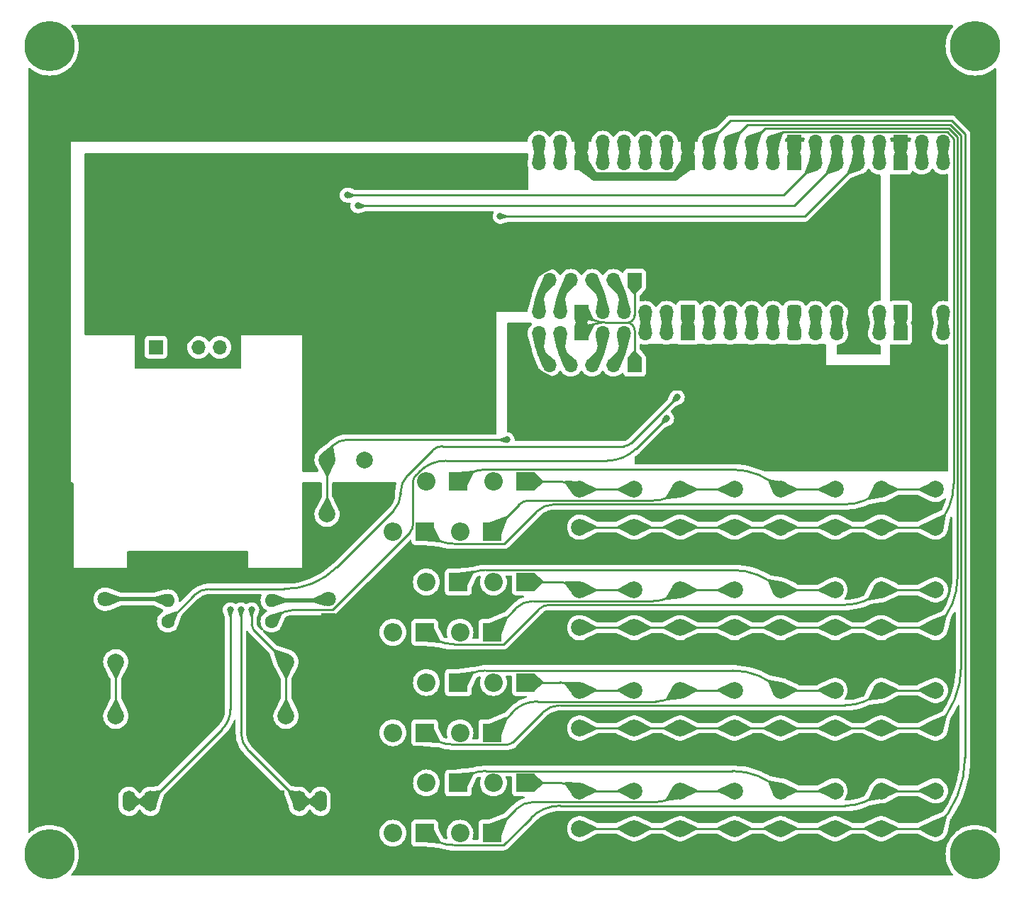
<source format=gbr>
%TF.GenerationSoftware,KiCad,Pcbnew,7.0.2-0*%
%TF.CreationDate,2023-09-07T14:23:57-05:00*%
%TF.ProjectId,CowPi-mk3c,436f7750-692d-46d6-9b33-632e6b696361,mk3c*%
%TF.SameCoordinates,Original*%
%TF.FileFunction,Copper,L1,Top*%
%TF.FilePolarity,Positive*%
%FSLAX46Y46*%
G04 Gerber Fmt 4.6, Leading zero omitted, Abs format (unit mm)*
G04 Created by KiCad (PCBNEW 7.0.2-0) date 2023-09-07 14:23:57*
%MOMM*%
%LPD*%
G01*
G04 APERTURE LIST*
G04 Aperture macros list*
%AMRoundRect*
0 Rectangle with rounded corners*
0 $1 Rounding radius*
0 $2 $3 $4 $5 $6 $7 $8 $9 X,Y pos of 4 corners*
0 Add a 4 corners polygon primitive as box body*
4,1,4,$2,$3,$4,$5,$6,$7,$8,$9,$2,$3,0*
0 Add four circle primitives for the rounded corners*
1,1,$1+$1,$2,$3*
1,1,$1+$1,$4,$5*
1,1,$1+$1,$6,$7*
1,1,$1+$1,$8,$9*
0 Add four rect primitives between the rounded corners*
20,1,$1+$1,$2,$3,$4,$5,0*
20,1,$1+$1,$4,$5,$6,$7,0*
20,1,$1+$1,$6,$7,$8,$9,0*
20,1,$1+$1,$8,$9,$2,$3,0*%
G04 Aperture macros list end*
%TA.AperFunction,ComponentPad*%
%ADD10C,2.000000*%
%TD*%
%TA.AperFunction,ComponentPad*%
%ADD11C,1.600000*%
%TD*%
%TA.AperFunction,ComponentPad*%
%ADD12O,1.600000X1.600000*%
%TD*%
%TA.AperFunction,ComponentPad*%
%ADD13R,2.200000X2.200000*%
%TD*%
%TA.AperFunction,ComponentPad*%
%ADD14O,2.200000X2.200000*%
%TD*%
%TA.AperFunction,ComponentPad*%
%ADD15O,1.700000X1.700000*%
%TD*%
%TA.AperFunction,ComponentPad*%
%ADD16R,1.700000X1.700000*%
%TD*%
%TA.AperFunction,ComponentPad*%
%ADD17C,6.000000*%
%TD*%
%TA.AperFunction,ComponentPad*%
%ADD18R,1.800000X1.800000*%
%TD*%
%TA.AperFunction,ComponentPad*%
%ADD19C,1.800000*%
%TD*%
%TA.AperFunction,ComponentPad*%
%ADD20R,1.500000X2.500000*%
%TD*%
%TA.AperFunction,ComponentPad*%
%ADD21O,1.500000X2.500000*%
%TD*%
%TA.AperFunction,ComponentPad*%
%ADD22RoundRect,0.425000X-0.425000X0.425000X-0.425000X-0.425000X0.425000X-0.425000X0.425000X0.425000X0*%
%TD*%
%TA.AperFunction,ViaPad*%
%ADD23C,0.800000*%
%TD*%
%TA.AperFunction,Conductor*%
%ADD24C,1.000000*%
%TD*%
%TA.AperFunction,Conductor*%
%ADD25C,0.250000*%
%TD*%
%TA.AperFunction,Conductor*%
%ADD26C,0.500000*%
%TD*%
G04 APERTURE END LIST*
D10*
%TO.P,SW15,1,1*%
%TO.N,/Row\u002A*%
X151440000Y-149347317D03*
%TO.P,SW15,2,2*%
X144940000Y-149347317D03*
%TO.P,SW15,3,K*%
%TO.N,Net-(D15-K)*%
X144940000Y-144847317D03*
%TO.P,SW15,4,A*%
X151440000Y-144847317D03*
%TD*%
D11*
%TO.P,R1,1*%
%TO.N,/LeftLED*%
X95777434Y-124623230D03*
D12*
%TO.P,R1,2*%
%TO.N,Net-(D16-A)*%
X95777434Y-122083230D03*
%TD*%
D13*
%TO.P,D5,1,K*%
%TO.N,Net-(D5-K)*%
X134460000Y-125897317D03*
D14*
%TO.P,D5,2,A*%
%TO.N,/Col2*%
X130650000Y-125897317D03*
%TD*%
D15*
%TO.P,J1,1,Pin_1*%
%TO.N,/3V3*%
X138800000Y-83857317D03*
%TO.P,J1,2,Pin_2*%
%TO.N,/LV_GP16_SPI_RX*%
X141340000Y-83857317D03*
%TO.P,J1,3,Pin_3*%
%TO.N,/LV_GP17_SPI_CS*%
X143880000Y-83857317D03*
%TO.P,J1,4,Pin_4*%
%TO.N,/LV_GP18_SPI_CLK*%
X146420000Y-83857317D03*
%TO.P,J1,5,Pin_5*%
%TO.N,/LV_GP19_SPI_TX*%
X148960000Y-83857317D03*
D16*
%TO.P,J1,6,Pin_6*%
%TO.N,/GND*%
X151500000Y-83857317D03*
%TD*%
D10*
%TO.P,SW13,1,1*%
%TO.N,/Row\u002A*%
X187440000Y-149347317D03*
%TO.P,SW13,2,2*%
X180940000Y-149347317D03*
%TO.P,SW13,3,K*%
%TO.N,Net-(D13-K)*%
X180940000Y-144847317D03*
%TO.P,SW13,4,A*%
X187440000Y-144847317D03*
%TD*%
D13*
%TO.P,D13,1,K*%
%TO.N,Net-(D13-K)*%
X126460000Y-149897317D03*
D14*
%TO.P,D13,2,A*%
%TO.N,/ColA*%
X122650000Y-149897317D03*
%TD*%
D13*
%TO.P,D2,1,K*%
%TO.N,Net-(D2-K)*%
X134460000Y-113897317D03*
D14*
%TO.P,D2,2,A*%
%TO.N,/Col2*%
X130650000Y-113897317D03*
%TD*%
D13*
%TO.P,D12,1,K*%
%TO.N,Net-(D12-K)*%
X126460000Y-137897317D03*
D14*
%TO.P,D12,2,A*%
%TO.N,/ColA*%
X122650000Y-137897317D03*
%TD*%
D10*
%TO.P,SW19,1,1*%
%TO.N,/RightButton*%
X109880000Y-135927317D03*
%TO.P,SW19,2,2*%
X109880000Y-129427317D03*
%TO.P,SW19,3,K*%
%TO.N,/GND*%
X114380000Y-129427317D03*
%TO.P,SW19,4,A*%
X114380000Y-135927317D03*
%TD*%
D16*
%TO.P,J3,1,Pin_1*%
%TO.N,/GND*%
X94350000Y-91854817D03*
D15*
%TO.P,J3,2,Pin_2*%
%TO.N,/3V3*%
X96890000Y-91854817D03*
%TO.P,J3,3,Pin_3*%
%TO.N,/GP05_I2C_SCL*%
X99430000Y-91854817D03*
%TO.P,J3,4,Pin_4*%
%TO.N,/GP04_I2C_SDA*%
X101970000Y-91854817D03*
%TD*%
D17*
%TO.P,H3,1*%
%TO.N,N/C*%
X81650000Y-152437317D03*
%TD*%
D13*
%TO.P,D1,1,K*%
%TO.N,Net-(D1-K)*%
X138460000Y-107897317D03*
D14*
%TO.P,D1,2,A*%
%TO.N,/Col1*%
X134650000Y-107897317D03*
%TD*%
D13*
%TO.P,D15,1,K*%
%TO.N,Net-(D15-K)*%
X138460000Y-143897317D03*
D14*
%TO.P,D15,2,A*%
%TO.N,/Col1*%
X134650000Y-143897317D03*
%TD*%
D10*
%TO.P,SW3,1,1*%
%TO.N,/Row1*%
X175440000Y-113347317D03*
%TO.P,SW3,2,2*%
X168940000Y-113347317D03*
%TO.P,SW3,3,K*%
%TO.N,Net-(D3-K)*%
X168940000Y-108847317D03*
%TO.P,SW3,4,A*%
X175440000Y-108847317D03*
%TD*%
D18*
%TO.P,D17,1,K*%
%TO.N,/GND*%
X114960000Y-124497317D03*
D19*
%TO.P,D17,2,A*%
%TO.N,Net-(D17-A)*%
X114960000Y-121957317D03*
%TD*%
D10*
%TO.P,SW6,1,1*%
%TO.N,/Row4*%
X175440000Y-125347317D03*
%TO.P,SW6,2,2*%
X168940000Y-125347317D03*
%TO.P,SW6,3,K*%
%TO.N,Net-(D6-K)*%
X168940000Y-120847317D03*
%TO.P,SW6,4,A*%
X175440000Y-120847317D03*
%TD*%
%TO.P,SW20,1,1*%
%TO.N,/RUN*%
X114773408Y-111804362D03*
%TO.P,SW20,2,2*%
X114773408Y-105304362D03*
%TO.P,SW20,3,K*%
%TO.N,/GND*%
X119273408Y-105304362D03*
%TO.P,SW20,4,A*%
X119273408Y-111804362D03*
%TD*%
%TO.P,SW8,1,1*%
%TO.N,/Row7*%
X163440000Y-137347317D03*
%TO.P,SW8,2,2*%
X156940000Y-137347317D03*
%TO.P,SW8,3,K*%
%TO.N,Net-(D8-K)*%
X156940000Y-132847317D03*
%TO.P,SW8,4,A*%
X163440000Y-132847317D03*
%TD*%
%TO.P,SW7,1,1*%
%TO.N,/Row7*%
X151440000Y-137347317D03*
%TO.P,SW7,2,2*%
X144940000Y-137347317D03*
%TO.P,SW7,3,K*%
%TO.N,Net-(D7-K)*%
X144940000Y-132847317D03*
%TO.P,SW7,4,A*%
X151440000Y-132847317D03*
%TD*%
%TO.P,SW4,1,1*%
%TO.N,/Row4*%
X151440000Y-125347317D03*
%TO.P,SW4,2,2*%
X144940000Y-125347317D03*
%TO.P,SW4,3,K*%
%TO.N,Net-(D4-K)*%
X144940000Y-120847317D03*
%TO.P,SW4,4,A*%
X151440000Y-120847317D03*
%TD*%
%TO.P,SW0,1,1*%
%TO.N,/Row\u002A*%
X163440000Y-149347317D03*
%TO.P,SW0,2,2*%
X156940000Y-149347317D03*
%TO.P,SW0,3,K*%
%TO.N,Net-(D0-K)*%
X156940000Y-144847317D03*
%TO.P,SW0,4,A*%
X163440000Y-144847317D03*
%TD*%
D13*
%TO.P,D6,1,K*%
%TO.N,Net-(D6-K)*%
X130460000Y-119897317D03*
D14*
%TO.P,D6,2,A*%
%TO.N,/Col3*%
X126650000Y-119897317D03*
%TD*%
D10*
%TO.P,SW14,1,1*%
%TO.N,/Row\u002A*%
X175440000Y-149347317D03*
%TO.P,SW14,2,2*%
X168940000Y-149347317D03*
%TO.P,SW14,3,K*%
%TO.N,Net-(D14-K)*%
X168940000Y-144847317D03*
%TO.P,SW14,4,A*%
X175440000Y-144847317D03*
%TD*%
D13*
%TO.P,D3,1,K*%
%TO.N,Net-(D3-K)*%
X130460000Y-107897317D03*
D14*
%TO.P,D3,2,A*%
%TO.N,/Col3*%
X126650000Y-107897317D03*
%TD*%
D13*
%TO.P,D9,1,K*%
%TO.N,Net-(D9-K)*%
X130460000Y-131897317D03*
D14*
%TO.P,D9,2,A*%
%TO.N,/Col3*%
X126650000Y-131897317D03*
%TD*%
D17*
%TO.P,H2,1*%
%TO.N,N/C*%
X192140000Y-55917317D03*
%TD*%
D11*
%TO.P,R2,1*%
%TO.N,/RightLED*%
X108147434Y-124623230D03*
D12*
%TO.P,R2,2*%
%TO.N,Net-(D17-A)*%
X108147434Y-122083230D03*
%TD*%
D15*
%TO.P,J2,1,Pin_1*%
%TO.N,/VSYS*%
X138800000Y-94017317D03*
%TO.P,J2,2,Pin_2*%
%TO.N,/HV_GP16_SPI_RX*%
X141340000Y-94017317D03*
%TO.P,J2,3,Pin_3*%
%TO.N,/HV_GP17_SPI_CS*%
X143880000Y-94017317D03*
%TO.P,J2,4,Pin_4*%
%TO.N,/HV_GP18_SPI_CLK*%
X146420000Y-94017317D03*
%TO.P,J2,5,Pin_5*%
%TO.N,/HV_GP19_SPI_TX*%
X148960000Y-94017317D03*
D16*
%TO.P,J2,6,Pin_6*%
%TO.N,/GND*%
X151500000Y-94017317D03*
%TD*%
D17*
%TO.P,H1,1*%
%TO.N,N/C*%
X81650000Y-55917317D03*
%TD*%
D10*
%TO.P,SW5,1,1*%
%TO.N,/Row4*%
X163440000Y-125347317D03*
%TO.P,SW5,2,2*%
X156940000Y-125347317D03*
%TO.P,SW5,3,K*%
%TO.N,Net-(D5-K)*%
X156940000Y-120847317D03*
%TO.P,SW5,4,A*%
X163440000Y-120847317D03*
%TD*%
%TO.P,SW10,1,1*%
%TO.N,/Row1*%
X187440000Y-113347317D03*
%TO.P,SW10,2,2*%
X180940000Y-113347317D03*
%TO.P,SW10,3,K*%
%TO.N,Net-(D10-K)*%
X180940000Y-108847317D03*
%TO.P,SW10,4,A*%
X187440000Y-108847317D03*
%TD*%
D13*
%TO.P,D4,1,K*%
%TO.N,Net-(D4-K)*%
X138460000Y-119897317D03*
D14*
%TO.P,D4,2,A*%
%TO.N,/Col1*%
X134650000Y-119897317D03*
%TD*%
D13*
%TO.P,D0,1,K*%
%TO.N,Net-(D0-K)*%
X134460000Y-149897317D03*
D14*
%TO.P,D0,2,A*%
%TO.N,/Col2*%
X130650000Y-149897317D03*
%TD*%
D17*
%TO.P,H4,1*%
%TO.N,N/C*%
X192140000Y-152437317D03*
%TD*%
D15*
%TO.P,J_pico_1-20,1,Pin_1*%
%TO.N,/UART_TX*%
X188330000Y-67347317D03*
%TO.P,J_pico_1-20,2,Pin_2*%
X188330000Y-69887317D03*
%TO.P,J_pico_1-20,3,Pin_3*%
%TO.N,/UART_RX*%
X185790000Y-67347317D03*
%TO.P,J_pico_1-20,4,Pin_4*%
X185790000Y-69887317D03*
D16*
%TO.P,J_pico_1-20,5,Pin_5*%
%TO.N,/GND*%
X183250000Y-67347317D03*
%TO.P,J_pico_1-20,6,Pin_6*%
X183250000Y-69887317D03*
D15*
%TO.P,J_pico_1-20,7,Pin_7*%
%TO.N,/LeftButton*%
X180710000Y-67347317D03*
%TO.P,J_pico_1-20,8,Pin_8*%
X180710000Y-69887317D03*
%TO.P,J_pico_1-20,9,Pin_9*%
%TO.N,/RightButton*%
X178170000Y-67347317D03*
%TO.P,J_pico_1-20,10,Pin_10*%
X178170000Y-69887317D03*
%TO.P,J_pico_1-20,11,Pin_11*%
%TO.N,/GP04_I2C_SDA*%
X175630000Y-67347317D03*
%TO.P,J_pico_1-20,12,Pin_12*%
X175630000Y-69887317D03*
%TO.P,J_pico_1-20,13,Pin_13*%
%TO.N,/GP05_I2C_SCL*%
X173090000Y-67347317D03*
%TO.P,J_pico_1-20,14,Pin_14*%
X173090000Y-69887317D03*
D16*
%TO.P,J_pico_1-20,15,Pin_15*%
%TO.N,/GND*%
X170550000Y-67347317D03*
%TO.P,J_pico_1-20,16,Pin_16*%
X170550000Y-69887317D03*
D15*
%TO.P,J_pico_1-20,17,Pin_17*%
%TO.N,/Row1*%
X168010000Y-67347317D03*
%TO.P,J_pico_1-20,18,Pin_18*%
X168010000Y-69887317D03*
%TO.P,J_pico_1-20,19,Pin_19*%
%TO.N,/Row4*%
X165470000Y-67347317D03*
%TO.P,J_pico_1-20,20,Pin_20*%
X165470000Y-69887317D03*
%TO.P,J_pico_1-20,21,Pin_21*%
%TO.N,/Row7*%
X162930000Y-67347317D03*
%TO.P,J_pico_1-20,22,Pin_22*%
X162930000Y-69887317D03*
%TO.P,J_pico_1-20,23,Pin_23*%
%TO.N,/Row\u002A*%
X160390000Y-67347317D03*
%TO.P,J_pico_1-20,24,Pin_24*%
X160390000Y-69887317D03*
D16*
%TO.P,J_pico_1-20,25,Pin_25*%
%TO.N,/GND*%
X157850000Y-67347317D03*
%TO.P,J_pico_1-20,26,Pin_26*%
X157850000Y-69887317D03*
D15*
%TO.P,J_pico_1-20,27,Pin_27*%
%TO.N,/Col1*%
X155310000Y-67347317D03*
%TO.P,J_pico_1-20,28,Pin_28*%
X155310000Y-69887317D03*
%TO.P,J_pico_1-20,29,Pin_29*%
%TO.N,/Col2*%
X152770000Y-67347317D03*
%TO.P,J_pico_1-20,30,Pin_30*%
X152770000Y-69887317D03*
%TO.P,J_pico_1-20,31,Pin_31*%
%TO.N,/Col3*%
X150230000Y-67347317D03*
%TO.P,J_pico_1-20,32,Pin_32*%
X150230000Y-69887317D03*
%TO.P,J_pico_1-20,33,Pin_33*%
%TO.N,/ColA*%
X147690000Y-67347317D03*
%TO.P,J_pico_1-20,34,Pin_34*%
X147690000Y-69887317D03*
D16*
%TO.P,J_pico_1-20,35,Pin_35*%
%TO.N,/GND*%
X145150000Y-67347317D03*
%TO.P,J_pico_1-20,36,Pin_36*%
X145150000Y-69887317D03*
D15*
%TO.P,J_pico_1-20,37,Pin_37*%
%TO.N,/LeftSwitch*%
X142610000Y-67347317D03*
%TO.P,J_pico_1-20,38,Pin_38*%
X142610000Y-69887317D03*
%TO.P,J_pico_1-20,39,Pin_39*%
%TO.N,/RightSwitch*%
X140070000Y-67347317D03*
%TO.P,J_pico_1-20,40,Pin_40*%
X140070000Y-69887317D03*
%TD*%
D10*
%TO.P,SW18,1,1*%
%TO.N,/LeftButton*%
X89560000Y-135927317D03*
%TO.P,SW18,2,2*%
X89560000Y-129427317D03*
%TO.P,SW18,3,K*%
%TO.N,/GND*%
X94060000Y-129427317D03*
%TO.P,SW18,4,A*%
X94060000Y-135927317D03*
%TD*%
%TO.P,SW9,1,1*%
%TO.N,/Row7*%
X175440000Y-137347317D03*
%TO.P,SW9,2,2*%
X168940000Y-137347317D03*
%TO.P,SW9,3,K*%
%TO.N,Net-(D9-K)*%
X168940000Y-132847317D03*
%TO.P,SW9,4,A*%
X175440000Y-132847317D03*
%TD*%
%TO.P,SW12,1,1*%
%TO.N,/Row7*%
X187440000Y-137347317D03*
%TO.P,SW12,2,2*%
X180940000Y-137347317D03*
%TO.P,SW12,3,K*%
%TO.N,Net-(D12-K)*%
X180940000Y-132847317D03*
%TO.P,SW12,4,A*%
X187440000Y-132847317D03*
%TD*%
%TO.P,SW1,1,1*%
%TO.N,/Row1*%
X151440000Y-113347317D03*
%TO.P,SW1,2,2*%
X144940000Y-113347317D03*
%TO.P,SW1,3,K*%
%TO.N,Net-(D1-K)*%
X144940000Y-108847317D03*
%TO.P,SW1,4,A*%
X151440000Y-108847317D03*
%TD*%
D13*
%TO.P,D7,1,K*%
%TO.N,Net-(D7-K)*%
X138460000Y-131897317D03*
D14*
%TO.P,D7,2,A*%
%TO.N,/Col1*%
X134650000Y-131897317D03*
%TD*%
D13*
%TO.P,D10,1,K*%
%TO.N,Net-(D10-K)*%
X126460000Y-113897317D03*
D14*
%TO.P,D10,2,A*%
%TO.N,/ColA*%
X122650000Y-113897317D03*
%TD*%
D13*
%TO.P,D14,1,K*%
%TO.N,Net-(D14-K)*%
X130460000Y-143897317D03*
D14*
%TO.P,D14,2,A*%
%TO.N,/Col3*%
X126650000Y-143897317D03*
%TD*%
D20*
%TO.P,SW17,1,A*%
%TO.N,/GND*%
X108900000Y-146087317D03*
D21*
%TO.P,SW17,2,B*%
%TO.N,/RightSwitch*%
X111440000Y-146087317D03*
%TO.P,SW17,3,C*%
X113980000Y-146087317D03*
%TD*%
D20*
%TO.P,SW16,1,A*%
%TO.N,/GND*%
X88580000Y-146087317D03*
D21*
%TO.P,SW16,2,B*%
%TO.N,/LeftSwitch*%
X91120000Y-146087317D03*
%TO.P,SW16,3,C*%
X93660000Y-146087317D03*
%TD*%
D10*
%TO.P,SW11,1,1*%
%TO.N,/Row4*%
X187440000Y-125347317D03*
%TO.P,SW11,2,2*%
X180940000Y-125347317D03*
%TO.P,SW11,3,K*%
%TO.N,Net-(D11-K)*%
X180940000Y-120847317D03*
%TO.P,SW11,4,A*%
X187440000Y-120847317D03*
%TD*%
D18*
%TO.P,D16,1,K*%
%TO.N,/GND*%
X88290000Y-124497317D03*
D19*
%TO.P,D16,2,A*%
%TO.N,Net-(D16-A)*%
X88290000Y-121957317D03*
%TD*%
D13*
%TO.P,D11,1,K*%
%TO.N,Net-(D11-K)*%
X126460000Y-125897317D03*
D14*
%TO.P,D11,2,A*%
%TO.N,/ColA*%
X122650000Y-125897317D03*
%TD*%
D13*
%TO.P,D8,1,K*%
%TO.N,Net-(D8-K)*%
X134460000Y-137897317D03*
D14*
%TO.P,D8,2,A*%
%TO.N,/Col2*%
X130650000Y-137897317D03*
%TD*%
D10*
%TO.P,SW2,1,1*%
%TO.N,/Row1*%
X163440000Y-113347317D03*
%TO.P,SW2,2,2*%
X156940000Y-113347317D03*
%TO.P,SW2,3,K*%
%TO.N,Net-(D2-K)*%
X156940000Y-108847317D03*
%TO.P,SW2,4,A*%
X163440000Y-108847317D03*
%TD*%
D15*
%TO.P,Jpico_40-21,1,Pin_1*%
%TO.N,/VBUS*%
X188330000Y-87667317D03*
%TO.P,Jpico_40-21,2,Pin_2*%
X188330000Y-90207317D03*
%TO.P,Jpico_40-21,3,Pin_3*%
%TO.N,/VSYS*%
X185790000Y-87667317D03*
%TO.P,Jpico_40-21,4,Pin_4*%
X185790000Y-90207317D03*
D16*
%TO.P,Jpico_40-21,5,Pin_5*%
%TO.N,/GND*%
X183250000Y-87667317D03*
%TO.P,Jpico_40-21,6,Pin_6*%
X183250000Y-90207317D03*
D15*
%TO.P,Jpico_40-21,7,Pin_7*%
%TO.N,/3V3_EN*%
X180710000Y-87667317D03*
%TO.P,Jpico_40-21,8,Pin_8*%
X180710000Y-90207317D03*
%TO.P,Jpico_40-21,9,Pin_9*%
%TO.N,/3V3*%
X178170000Y-87667317D03*
%TO.P,Jpico_40-21,10,Pin_10*%
X178170000Y-90207317D03*
%TO.P,Jpico_40-21,11,Pin_11*%
%TO.N,/ADC_VREF*%
X175630000Y-87667317D03*
%TO.P,Jpico_40-21,12,Pin_12*%
X175630000Y-90207317D03*
%TO.P,Jpico_40-21,13,Pin_13*%
%TO.N,/GP28_ADC2*%
X173090000Y-87667317D03*
%TO.P,Jpico_40-21,14,Pin_14*%
X173090000Y-90207317D03*
D22*
%TO.P,Jpico_40-21,15,Pin_15*%
%TO.N,/AGND*%
X170550000Y-87667317D03*
%TO.P,Jpico_40-21,16,Pin_16*%
X170550000Y-90207317D03*
D15*
%TO.P,Jpico_40-21,17,Pin_17*%
%TO.N,/GP27_ADC1*%
X168010000Y-87667317D03*
%TO.P,Jpico_40-21,18,Pin_18*%
X168010000Y-90207317D03*
%TO.P,Jpico_40-21,19,Pin_19*%
%TO.N,/GP26_ADC0*%
X165470000Y-87667317D03*
%TO.P,Jpico_40-21,20,Pin_20*%
X165470000Y-90207317D03*
%TO.P,Jpico_40-21,21,Pin_21*%
%TO.N,/RUN*%
X162930000Y-87667317D03*
%TO.P,Jpico_40-21,22,Pin_22*%
X162930000Y-90207317D03*
%TO.P,Jpico_40-21,23,Pin_23*%
%TO.N,/GP22*%
X160390000Y-87667317D03*
%TO.P,Jpico_40-21,24,Pin_24*%
X160390000Y-90207317D03*
D16*
%TO.P,Jpico_40-21,25,Pin_25*%
%TO.N,/GND*%
X157850000Y-87667317D03*
%TO.P,Jpico_40-21,26,Pin_26*%
X157850000Y-90207317D03*
D15*
%TO.P,Jpico_40-21,27,Pin_27*%
%TO.N,/LeftLED*%
X155310000Y-87667317D03*
%TO.P,Jpico_40-21,28,Pin_28*%
X155310000Y-90207317D03*
%TO.P,Jpico_40-21,29,Pin_29*%
%TO.N,/RightLED*%
X152770000Y-87667317D03*
%TO.P,Jpico_40-21,30,Pin_30*%
X152770000Y-90207317D03*
%TO.P,Jpico_40-21,31,Pin_31*%
%TO.N,/LV_GP19_SPI_TX*%
X150230000Y-87667317D03*
%TO.P,Jpico_40-21,32,Pin_32*%
%TO.N,/HV_GP19_SPI_TX*%
X150230000Y-90207317D03*
%TO.P,Jpico_40-21,33,Pin_33*%
%TO.N,/LV_GP18_SPI_CLK*%
X147690000Y-87667317D03*
%TO.P,Jpico_40-21,34,Pin_34*%
%TO.N,/HV_GP18_SPI_CLK*%
X147690000Y-90207317D03*
D16*
%TO.P,Jpico_40-21,35,Pin_35*%
%TO.N,/GND*%
X145150000Y-87667317D03*
%TO.P,Jpico_40-21,36,Pin_36*%
X145150000Y-90207317D03*
D15*
%TO.P,Jpico_40-21,37,Pin_37*%
%TO.N,/LV_GP17_SPI_CS*%
X142610000Y-87667317D03*
%TO.P,Jpico_40-21,38,Pin_38*%
%TO.N,/HV_GP17_SPI_CS*%
X142610000Y-90207317D03*
%TO.P,Jpico_40-21,39,Pin_39*%
%TO.N,/LV_GP16_SPI_RX*%
X140070000Y-87667317D03*
%TO.P,Jpico_40-21,40,Pin_40*%
%TO.N,/HV_GP16_SPI_RX*%
X140070000Y-90207317D03*
%TD*%
D23*
%TO.N,/RightButton*%
X135454865Y-76227498D03*
X105780000Y-123227317D03*
%TO.N,/GP04_I2C_SDA*%
X118480000Y-74967317D03*
%TO.N,/GP05_I2C_SCL*%
X117210000Y-73697317D03*
%TO.N,/LeftSwitch*%
X103240000Y-123227317D03*
%TO.N,/RightSwitch*%
X104510000Y-123227317D03*
%TO.N,/RUN*%
X136260000Y-102907317D03*
%TO.N,/LeftLED*%
X156580000Y-97827317D03*
%TO.N,/RightLED*%
X155310000Y-100367317D03*
%TD*%
D24*
%TO.N,/UART_TX*%
X188330000Y-69887317D02*
X188330000Y-67347317D01*
%TO.N,/UART_RX*%
X185790000Y-69887317D02*
X185790000Y-67347317D01*
%TO.N,/GND*%
X157850000Y-67347317D02*
X157850000Y-69887317D01*
D25*
X151500000Y-83857317D02*
X151500000Y-88059018D01*
D24*
X157850000Y-90207317D02*
X157850000Y-87667317D01*
X183250000Y-69887317D02*
X183250000Y-67347317D01*
X156300000Y-71437317D02*
X146700000Y-71437317D01*
X183250000Y-90207317D02*
X183250000Y-87667317D01*
D25*
X151500000Y-94017317D02*
X151500000Y-89815616D01*
D24*
X157850000Y-69887317D02*
X156300000Y-71437317D01*
X170550000Y-69887317D02*
X170550000Y-67347317D01*
X145150000Y-87667317D02*
X145150000Y-90207317D01*
X145150000Y-67347317D02*
X145150000Y-69887317D01*
D25*
X145576661Y-89780655D02*
X145150000Y-90207317D01*
X150621701Y-88937317D02*
X148216051Y-88937317D01*
D24*
X146700000Y-71437317D02*
X145150000Y-69887317D01*
D25*
X150621701Y-88937300D02*
G75*
G03*
X151500000Y-88059018I-1J878300D01*
G01*
X145150031Y-87667286D02*
G75*
G03*
X148216051Y-88937317I3066069J3065986D01*
G01*
X147690000Y-88905284D02*
G75*
G03*
X145576662Y-89780656I0J-2988716D01*
G01*
X151499983Y-89815616D02*
G75*
G03*
X150621701Y-88937317I-878283J16D01*
G01*
D24*
%TO.N,/LeftButton*%
X180710000Y-69887317D02*
X180710000Y-67347317D01*
D25*
X89560000Y-129427317D02*
X89560000Y-135927317D01*
%TO.N,/RightButton*%
X109880000Y-129427317D02*
X109880000Y-135927317D01*
X105780000Y-123227317D02*
X105780000Y-125016191D01*
D24*
X178170000Y-69887317D02*
X178170000Y-67347317D01*
D25*
X171820000Y-76237317D02*
X178170000Y-69887317D01*
X135464684Y-76237317D02*
X135454865Y-76227498D01*
X171820000Y-76237317D02*
X135464684Y-76237317D01*
X106000000Y-125547317D02*
X109880000Y-129427317D01*
X105780000Y-125016191D02*
G75*
G03*
X106000001Y-125547316I751100J-9D01*
G01*
%TO.N,/GP04_I2C_SDA*%
X170550000Y-74967317D02*
X175630000Y-69887317D01*
X118480000Y-74967317D02*
X170550000Y-74967317D01*
D24*
X175630000Y-69887317D02*
X175630000Y-67347317D01*
D25*
%TO.N,/GP05_I2C_SCL*%
X117210000Y-73697317D02*
X169280000Y-73697317D01*
X169280000Y-73697317D02*
X173090000Y-69887317D01*
D24*
X173090000Y-69887317D02*
X173090000Y-67347317D01*
D25*
%TO.N,/Row1*%
X168940000Y-113347317D02*
X175440000Y-113347317D01*
X189600000Y-66955616D02*
X189600000Y-108132616D01*
X169185000Y-66172317D02*
X188816701Y-66172317D01*
X188816701Y-66172317D02*
X189600000Y-66955616D01*
X175440000Y-113347317D02*
X180940000Y-113347317D01*
X180940000Y-113347317D02*
X187440000Y-113347317D01*
X144940000Y-113347317D02*
X151440000Y-113347317D01*
X156940000Y-113347317D02*
X163440000Y-113347317D01*
X151440000Y-113347317D02*
X156940000Y-113347317D01*
D24*
X168010000Y-69887317D02*
X168010000Y-67347317D01*
D25*
X163440000Y-113347317D02*
X168940000Y-113347317D01*
X168010000Y-67347317D02*
X169185000Y-66172317D01*
X187439992Y-113347309D02*
G75*
G03*
X189600000Y-108132616I-5214692J5214709D01*
G01*
%TO.N,/Row4*%
X144940000Y-125347317D02*
X151440000Y-125347317D01*
X163440000Y-125347317D02*
X168940000Y-125347317D01*
X187702405Y-125084911D02*
X187440000Y-125347317D01*
X151440000Y-125347317D02*
X156940000Y-125347317D01*
X168940000Y-125347317D02*
X175440000Y-125347317D01*
D24*
X165470000Y-69887317D02*
X165470000Y-67347317D01*
D25*
X180940000Y-125347317D02*
X187440000Y-125347317D01*
X175440000Y-125347317D02*
X180940000Y-125347317D01*
X167094501Y-65722816D02*
X165470000Y-67347317D01*
X189002890Y-65722816D02*
X167094501Y-65722816D01*
X190050000Y-66769926D02*
X189002890Y-65722816D01*
X156940000Y-125347317D02*
X163440000Y-125347317D01*
X190050000Y-119417317D02*
X190050000Y-66769926D01*
X187702399Y-125084905D02*
G75*
G03*
X190050000Y-119417317I-5667599J5667605D01*
G01*
%TO.N,/Row7*%
X163440000Y-137347317D02*
X168940000Y-137347317D01*
X151440000Y-137347317D02*
X156940000Y-137347317D01*
X156940000Y-137347317D02*
X163440000Y-137347317D01*
X162930000Y-67347317D02*
X165004002Y-65273315D01*
X165004002Y-65273315D02*
X189189079Y-65273315D01*
X190500000Y-66584236D02*
X190500000Y-129959824D01*
D24*
X162930000Y-69887317D02*
X162930000Y-67347317D01*
D25*
X168940000Y-137347317D02*
X175440000Y-137347317D01*
X144940000Y-137347317D02*
X151440000Y-137347317D01*
X189189079Y-65273315D02*
X190500000Y-66584236D01*
X180940000Y-137347317D02*
X187440000Y-137347317D01*
X175440000Y-137347317D02*
X180940000Y-137347317D01*
X187439990Y-137347307D02*
G75*
G03*
X190500000Y-129959824I-7387490J7387507D01*
G01*
%TO.N,/Row\u002A*%
X175440000Y-149347317D02*
X180940000Y-149347317D01*
X162914002Y-64823315D02*
X189374769Y-64823315D01*
X160390000Y-67347317D02*
X162914002Y-64823315D01*
X168940000Y-149347317D02*
X175440000Y-149347317D01*
X144940000Y-149347317D02*
X151440000Y-149347317D01*
X163440000Y-149347317D02*
X168940000Y-149347317D01*
D24*
X160390000Y-69887317D02*
X160390000Y-67347317D01*
D25*
X180940000Y-149347317D02*
X187440000Y-149347317D01*
X151440000Y-149347317D02*
X156940000Y-149347317D01*
X189374769Y-64823315D02*
X190950000Y-66398546D01*
X156940000Y-149347317D02*
X163440000Y-149347317D01*
X190950000Y-66398546D02*
X190950000Y-140873428D01*
X187439988Y-149347305D02*
G75*
G03*
X190950000Y-140873428I-8473888J8473905D01*
G01*
D24*
%TO.N,/Col1*%
X155310000Y-67347317D02*
X155310000Y-69887317D01*
%TO.N,/Col2*%
X152770000Y-67347317D02*
X152770000Y-69887317D01*
%TO.N,/Col3*%
X150230000Y-67347317D02*
X150230000Y-69887317D01*
%TO.N,/ColA*%
X147690000Y-67347317D02*
X147690000Y-69887317D01*
D25*
%TO.N,/LeftSwitch*%
X91120000Y-146087317D02*
X93660000Y-146087317D01*
X102260000Y-137487317D02*
X93660000Y-146087317D01*
D24*
X142610000Y-67347317D02*
X142610000Y-69887317D01*
D25*
X103240000Y-123227317D02*
X103240000Y-135121388D01*
X102260000Y-137487317D02*
G75*
G03*
X103240000Y-135121388I-2365900J2365917D01*
G01*
%TO.N,/RightSwitch*%
X105435000Y-140082317D02*
X111440000Y-146087317D01*
X111440000Y-146087317D02*
X113980000Y-146087317D01*
X104510000Y-123227317D02*
X104510000Y-137849170D01*
D24*
X140070000Y-67347317D02*
X140070000Y-69887317D01*
D25*
X104510008Y-137849170D02*
G75*
G03*
X105435000Y-140082317I3158092J-30D01*
G01*
D24*
%TO.N,/VBUS*%
X188330000Y-87667317D02*
X188330000Y-90207317D01*
%TO.N,/VSYS*%
X183250000Y-95287317D02*
X183993948Y-94543369D01*
X144932102Y-96557317D02*
X180183949Y-96557317D01*
X185790000Y-87667317D02*
X185790000Y-90207317D01*
X183993939Y-94543360D02*
G75*
G03*
X185790000Y-90207317I-4336039J4336060D01*
G01*
X180183949Y-96557361D02*
G75*
G03*
X183250000Y-95287317I-49J4336061D01*
G01*
X138799996Y-94017321D02*
G75*
G03*
X144932102Y-96557317I6132104J6132121D01*
G01*
%TO.N,/3V3_EN*%
X180710000Y-87667317D02*
X180710000Y-90207317D01*
%TO.N,/3V3*%
X144932102Y-81317317D02*
X162839744Y-81317317D01*
X178170000Y-87667317D02*
X178517968Y-87667317D01*
X178170000Y-87667317D02*
X178541974Y-87295343D01*
X138800000Y-83857317D02*
X116197672Y-83857317D01*
X178170000Y-87667317D02*
X178170000Y-90207317D01*
X178169984Y-87667333D02*
G75*
G03*
X162839744Y-81317317I-15330284J-15330267D01*
G01*
X144932102Y-81317314D02*
G75*
G03*
X138800001Y-83857318I-2J-8672086D01*
G01*
X116197672Y-83857317D02*
G75*
G03*
X96890001Y-91854818I-2J-27305163D01*
G01*
%TO.N,/ADC_VREF*%
X175630000Y-87667317D02*
X175630000Y-90207317D01*
%TO.N,/GP28_ADC2*%
X173090000Y-87667317D02*
X173090000Y-90207317D01*
%TO.N,/AGND*%
X170550000Y-87667317D02*
X170550000Y-90207317D01*
%TO.N,/GP27_ADC1*%
X168010000Y-87667317D02*
X168010000Y-90207317D01*
%TO.N,/GP26_ADC0*%
X165470000Y-87667317D02*
X165470000Y-90207317D01*
%TO.N,/RUN*%
X162930000Y-87667317D02*
X162930000Y-90207317D01*
D25*
X114773408Y-111804362D02*
X114773408Y-105304362D01*
X117170453Y-102907317D02*
X136260000Y-102907317D01*
X117170453Y-102907308D02*
G75*
G03*
X114773408Y-105304362I47J-2397092D01*
G01*
D24*
%TO.N,/GP22*%
X160390000Y-87667317D02*
X160390000Y-90207317D01*
D25*
%TO.N,/LeftLED*%
X156580000Y-97827317D02*
X151065131Y-103342186D01*
X122756929Y-111330388D02*
X115940000Y-118147317D01*
X123560000Y-109257317D02*
X123560000Y-109391603D01*
X98938856Y-121461807D02*
X95777434Y-124623230D01*
X127370000Y-104177317D02*
X124458026Y-107089291D01*
D24*
X155310000Y-87667317D02*
X155310000Y-90207317D01*
D25*
X150230000Y-103688109D02*
X128551052Y-103688109D01*
X109699258Y-120732317D02*
X100700000Y-120732317D01*
X122756937Y-111330396D02*
G75*
G03*
X123560000Y-109391603I-1938837J1938796D01*
G01*
X109699258Y-120732294D02*
G75*
G03*
X115940000Y-118147317I42J8825694D01*
G01*
X100700000Y-120732303D02*
G75*
G03*
X98938856Y-121461807I0J-2490597D01*
G01*
X124458028Y-107089293D02*
G75*
G03*
X123560000Y-109257317I2167972J-2168007D01*
G01*
X150230000Y-103688121D02*
G75*
G03*
X151065130Y-103342185I0J1181021D01*
G01*
X128551052Y-103688085D02*
G75*
G03*
X127370000Y-104177317I48J-1670315D01*
G01*
%TO.N,/RightLED*%
X110860000Y-123227317D02*
X115422412Y-123227317D01*
X115422412Y-123227317D02*
X124647921Y-114001807D01*
X151713233Y-103964085D02*
X155310000Y-100367317D01*
X108147434Y-124623230D02*
X108612332Y-124158331D01*
X125035000Y-113067317D02*
X125035000Y-107987317D01*
X125381664Y-107150397D02*
X125791031Y-106741031D01*
X129004424Y-105410000D02*
X148222486Y-105410000D01*
D24*
X152770000Y-87667317D02*
X152770000Y-90207317D01*
D25*
X110860000Y-123227317D02*
G75*
G03*
X108612332Y-124158331I0J-3178683D01*
G01*
X148222486Y-105409978D02*
G75*
G03*
X151713232Y-103964084I14J4936678D01*
G01*
X125381652Y-107150385D02*
G75*
G03*
X125035000Y-107987317I836948J-836915D01*
G01*
X124647919Y-114001805D02*
G75*
G03*
X125035000Y-113067317I-934519J934505D01*
G01*
X129004424Y-105410010D02*
G75*
G03*
X125791031Y-106741031I-24J-4544390D01*
G01*
D24*
%TO.N,/LV_GP19_SPI_TX*%
X150230000Y-86923368D02*
X150230000Y-87667317D01*
X150230008Y-86923368D02*
G75*
G03*
X148960000Y-83857317I-4336108J-32D01*
G01*
%TO.N,/HV_GP19_SPI_TX*%
X150230000Y-90207317D02*
X150230000Y-90951266D01*
X148960027Y-94017344D02*
G75*
G03*
X150230000Y-90951266I-3066127J3066044D01*
G01*
%TO.N,/LV_GP18_SPI_CLK*%
X147690000Y-86923368D02*
X147690000Y-87667317D01*
X147690008Y-86923368D02*
G75*
G03*
X146420000Y-83857317I-4336108J-32D01*
G01*
%TO.N,/HV_GP18_SPI_CLK*%
X147690000Y-90207317D02*
X147690000Y-90951266D01*
X146420027Y-94017344D02*
G75*
G03*
X147690000Y-90951266I-3066127J3066044D01*
G01*
%TO.N,/LV_GP17_SPI_CS*%
X142610000Y-86923368D02*
X142610000Y-87667317D01*
X143880026Y-83857343D02*
G75*
G03*
X142610000Y-86923368I3065974J-3066057D01*
G01*
%TO.N,/HV_GP17_SPI_CS*%
X142610000Y-90207317D02*
X142610000Y-90951266D01*
X142610039Y-90951266D02*
G75*
G03*
X143880000Y-94017317I4336061J-34D01*
G01*
%TO.N,/LV_GP16_SPI_RX*%
X140070000Y-86923368D02*
X140070000Y-87667317D01*
X141340026Y-83857343D02*
G75*
G03*
X140070000Y-86923368I3065974J-3066057D01*
G01*
%TO.N,/HV_GP16_SPI_RX*%
X140070000Y-90207317D02*
X140070000Y-90951266D01*
X140070039Y-90951266D02*
G75*
G03*
X141340000Y-94017317I4336061J-34D01*
G01*
D25*
%TO.N,Net-(D1-K)*%
X144940000Y-108847317D02*
X151440000Y-108847317D01*
X138460000Y-107897317D02*
X142646498Y-107897317D01*
X144939997Y-108847320D02*
G75*
G03*
X142646498Y-107897317I-2293497J-2293480D01*
G01*
%TO.N,Net-(D0-K)*%
X163440000Y-144847317D02*
X156940000Y-144847317D01*
X154040000Y-146172317D02*
X139486076Y-146172317D01*
X137265000Y-147092317D02*
X134460000Y-149897317D01*
X156940000Y-144847317D02*
X156728694Y-145058623D01*
X154040000Y-146172308D02*
G75*
G03*
X156728694Y-145058623I0J3802408D01*
G01*
X139486076Y-146172303D02*
G75*
G03*
X137265001Y-147092318I24J-3141097D01*
G01*
%TO.N,Net-(D2-K)*%
X137680000Y-110677317D02*
X134460000Y-113897317D01*
X153741168Y-110172317D02*
X138899177Y-110172317D01*
X156940000Y-108847317D02*
X163440000Y-108847317D01*
X153741168Y-110172298D02*
G75*
G03*
X156940000Y-108847317I32J4523798D01*
G01*
X138899177Y-110172303D02*
G75*
G03*
X137680000Y-110677317I23J-1724197D01*
G01*
%TO.N,Net-(D3-K)*%
X130587459Y-107769858D02*
X130460000Y-107897317D01*
X163206243Y-106472317D02*
X133720000Y-106472317D01*
X168940000Y-108847317D02*
X175440000Y-108847317D01*
X133720000Y-106472318D02*
G75*
G03*
X130587459Y-107769858I0J-4430082D01*
G01*
X168939984Y-108847333D02*
G75*
G03*
X163206243Y-106472317I-5733784J-5733767D01*
G01*
%TO.N,Net-(D4-K)*%
X138460000Y-119897317D02*
X142646498Y-119897317D01*
X144940000Y-120847317D02*
X151440000Y-120847317D01*
X144939997Y-120847320D02*
G75*
G03*
X142646498Y-119897317I-2293497J-2293480D01*
G01*
%TO.N,Net-(D5-K)*%
X156940000Y-120847317D02*
X163440000Y-120847317D01*
X153741168Y-122172317D02*
X139394152Y-122172317D01*
X137330000Y-123027317D02*
X134460000Y-125897317D01*
X139394152Y-122172293D02*
G75*
G03*
X137330000Y-123027317I48J-2919207D01*
G01*
X153741168Y-122172298D02*
G75*
G03*
X156940000Y-120847317I32J4523798D01*
G01*
%TO.N,Net-(D6-K)*%
X168940000Y-120847317D02*
X175440000Y-120847317D01*
X163206243Y-118472317D02*
X133720000Y-118472317D01*
X130587459Y-119769858D02*
X130460000Y-119897317D01*
X133720000Y-118472318D02*
G75*
G03*
X130587459Y-119769858I0J-4430082D01*
G01*
X168939984Y-120847333D02*
G75*
G03*
X163206243Y-118472317I-5733784J-5733767D01*
G01*
%TO.N,Net-(D7-K)*%
X138460000Y-131897317D02*
X142646498Y-131897317D01*
X151440000Y-132847317D02*
X144940000Y-132847317D01*
X144939997Y-132847320D02*
G75*
G03*
X142646498Y-131897317I-2293497J-2293480D01*
G01*
%TO.N,Net-(D8-K)*%
X136980000Y-135377317D02*
X134460000Y-137897317D01*
X163440000Y-132847317D02*
X156940000Y-132847317D01*
X154040000Y-134172317D02*
X139889127Y-134172317D01*
X156940000Y-132847317D02*
X156728694Y-133058623D01*
X139889127Y-134172324D02*
G75*
G03*
X136980000Y-135377317I-27J-4114076D01*
G01*
X154040000Y-134172308D02*
G75*
G03*
X156728694Y-133058623I0J3802408D01*
G01*
%TO.N,Net-(D9-K)*%
X163206243Y-130472317D02*
X133720000Y-130472317D01*
X175440000Y-132847317D02*
X168940000Y-132847317D01*
X130587459Y-131769858D02*
X130460000Y-131897317D01*
X168939984Y-132847333D02*
G75*
G03*
X163206243Y-130472317I-5733784J-5733767D01*
G01*
X133720000Y-130472318D02*
G75*
G03*
X130587459Y-131769858I0J-4430082D01*
G01*
%TO.N,Net-(D10-K)*%
X180940000Y-108847317D02*
X187440000Y-108847317D01*
X176655976Y-110621818D02*
X141934854Y-110621818D01*
X135975000Y-115322317D02*
X129900254Y-115322317D01*
X139785000Y-111512317D02*
X135975000Y-115322317D01*
X126460031Y-113897286D02*
G75*
G03*
X129900254Y-115322317I3440269J3440186D01*
G01*
X176655976Y-110621802D02*
G75*
G03*
X180939999Y-108847316I24J6058502D01*
G01*
X141934854Y-110621795D02*
G75*
G03*
X139785001Y-111512318I46J-3040405D01*
G01*
%TO.N,Net-(D11-K)*%
X140025000Y-123182317D02*
X135885000Y-127322317D01*
X180940000Y-120847317D02*
X187440000Y-120847317D01*
X176655976Y-122621818D02*
X141378164Y-122621818D01*
X135885000Y-127322317D02*
X129900254Y-127322317D01*
X141378164Y-122621799D02*
G75*
G03*
X140025001Y-123182318I36J-1913701D01*
G01*
X176655976Y-122621802D02*
G75*
G03*
X180939999Y-120847316I24J6058502D01*
G01*
X126460031Y-125897286D02*
G75*
G03*
X129900254Y-127322317I3440269J3440186D01*
G01*
%TO.N,Net-(D12-K)*%
X176655976Y-134621818D02*
X142610000Y-134621818D01*
X187440000Y-132847317D02*
X180940000Y-132847317D01*
X136260000Y-139322317D02*
X129900254Y-139322317D01*
X140502575Y-135494742D02*
X136968450Y-139028867D01*
X142610000Y-134621828D02*
G75*
G03*
X140502575Y-135494742I0J-2980372D01*
G01*
X176655976Y-134621802D02*
G75*
G03*
X180939999Y-132847316I24J6058502D01*
G01*
X126460031Y-137897286D02*
G75*
G03*
X129900254Y-139322317I3440269J3440186D01*
G01*
X136260000Y-139322311D02*
G75*
G03*
X136968450Y-139028867I0J1001911D01*
G01*
%TO.N,Net-(D13-K)*%
X187440000Y-144847317D02*
X180940000Y-144847317D01*
X139153960Y-148053356D02*
X138690000Y-148517317D01*
X176655976Y-146621818D02*
X142610000Y-146621818D01*
X135885000Y-151322317D02*
X129900254Y-151322317D01*
X138690000Y-148517317D02*
X135885000Y-151322317D01*
X142610000Y-146621819D02*
G75*
G03*
X139153960Y-148053356I0J-4887581D01*
G01*
X126460031Y-149897286D02*
G75*
G03*
X129900254Y-151322317I3440269J3440186D01*
G01*
X176655976Y-146621802D02*
G75*
G03*
X180939999Y-144847316I24J6058502D01*
G01*
%TO.N,Net-(D14-K)*%
X175440000Y-144847317D02*
X168940000Y-144847317D01*
X130587459Y-143769858D02*
X130460000Y-143897317D01*
X163206243Y-142472317D02*
X133720000Y-142472317D01*
X168939984Y-144847333D02*
G75*
G03*
X163206243Y-142472317I-5733784J-5733767D01*
G01*
X133720000Y-142472318D02*
G75*
G03*
X130587459Y-143769858I0J-4430082D01*
G01*
%TO.N,Net-(D15-K)*%
X151440000Y-144847317D02*
X144940000Y-144847317D01*
X138460000Y-143897317D02*
X142646498Y-143897317D01*
X144939997Y-144847320D02*
G75*
G03*
X142646498Y-143897317I-2293497J-2293480D01*
G01*
D26*
%TO.N,Net-(D16-A)*%
X88290000Y-121957317D02*
X95473454Y-121957317D01*
X95777455Y-122083209D02*
G75*
G03*
X95473454Y-121957317I-303955J-303991D01*
G01*
%TO.N,Net-(D17-A)*%
X108147434Y-122083230D02*
X114656020Y-122083230D01*
X114656020Y-122083232D02*
G75*
G03*
X114959999Y-121957316I-20J429932D01*
G01*
%TD*%
%TA.AperFunction,Conductor*%
%TO.N,Net-(D2-K)*%
G36*
X163061791Y-107934275D02*
G01*
X163062106Y-107934970D01*
X163439136Y-108842830D01*
X163439145Y-108851784D01*
X163439136Y-108851804D01*
X163062106Y-109759663D01*
X163055768Y-109765990D01*
X163046814Y-109765981D01*
X163046126Y-109765669D01*
X162513138Y-109502397D01*
X161446518Y-108975536D01*
X161440618Y-108968800D01*
X161440000Y-108965046D01*
X161440000Y-108729587D01*
X161443427Y-108721314D01*
X161446516Y-108719098D01*
X163046122Y-107928966D01*
X163055055Y-107928375D01*
X163061791Y-107934275D01*
G37*
%TD.AperFunction*%
%TD*%
%TA.AperFunction,Conductor*%
%TO.N,/LV_GP19_SPI_TX*%
G36*
X150608257Y-85852532D02*
G01*
X150613700Y-85859606D01*
X151012610Y-87332116D01*
X151011466Y-87340997D01*
X151005807Y-87345979D01*
X150232420Y-87667383D01*
X150227917Y-87668279D01*
X149393836Y-87667332D01*
X149385566Y-87663896D01*
X149382149Y-87655619D01*
X149382313Y-87653684D01*
X149643470Y-86114569D01*
X149648232Y-86106986D01*
X149651971Y-86105228D01*
X150599381Y-85851364D01*
X150608257Y-85852532D01*
G37*
%TD.AperFunction*%
%TD*%
%TA.AperFunction,Conductor*%
%TO.N,/GND*%
G36*
X189499617Y-53397002D02*
G01*
X189545372Y-53449806D01*
X189555316Y-53518964D01*
X189528944Y-53579353D01*
X189306194Y-53854425D01*
X189306189Y-53854431D01*
X189304149Y-53856951D01*
X189302380Y-53859673D01*
X189302377Y-53859679D01*
X189106089Y-54161937D01*
X189106084Y-54161945D01*
X189104318Y-54164665D01*
X189102850Y-54167544D01*
X189102843Y-54167558D01*
X188939213Y-54488699D01*
X188937745Y-54491581D01*
X188936588Y-54494594D01*
X188936584Y-54494604D01*
X188807425Y-54831075D01*
X188807418Y-54831093D01*
X188806258Y-54834118D01*
X188805421Y-54837240D01*
X188805415Y-54837260D01*
X188712136Y-55185381D01*
X188712132Y-55185397D01*
X188711295Y-55188523D01*
X188710786Y-55191731D01*
X188710785Y-55191740D01*
X188654405Y-55547707D01*
X188654403Y-55547721D01*
X188653898Y-55550913D01*
X188634696Y-55917317D01*
X188634866Y-55920560D01*
X188646566Y-56143826D01*
X188653898Y-56283721D01*
X188654403Y-56286914D01*
X188654405Y-56286926D01*
X188710785Y-56642893D01*
X188711295Y-56646111D01*
X188712133Y-56649240D01*
X188712136Y-56649252D01*
X188805415Y-56997373D01*
X188805419Y-56997387D01*
X188806258Y-57000516D01*
X188807421Y-57003545D01*
X188807425Y-57003558D01*
X188936584Y-57340029D01*
X188937745Y-57343053D01*
X189104318Y-57669969D01*
X189304149Y-57977683D01*
X189535051Y-58262823D01*
X189794494Y-58522266D01*
X190079634Y-58753168D01*
X190387348Y-58952999D01*
X190714264Y-59119572D01*
X191056801Y-59251059D01*
X191411206Y-59346022D01*
X191773596Y-59403419D01*
X192140000Y-59422621D01*
X192506404Y-59403419D01*
X192868794Y-59346022D01*
X193223199Y-59251059D01*
X193565736Y-59119572D01*
X193892652Y-58952999D01*
X194200366Y-58753168D01*
X194477965Y-58528372D01*
X194542451Y-58501481D01*
X194611240Y-58513723D01*
X194662491Y-58561212D01*
X194680000Y-58624739D01*
X194680000Y-66077317D01*
X191489774Y-66077317D01*
X191476808Y-66059471D01*
X191470401Y-66049717D01*
X191448170Y-66012126D01*
X191434005Y-65997962D01*
X191421367Y-65983163D01*
X191409595Y-65966959D01*
X191375941Y-65939119D01*
X191367299Y-65931255D01*
X189875571Y-64439526D01*
X189862675Y-64423428D01*
X189811544Y-64375413D01*
X189808747Y-64372702D01*
X189791996Y-64355951D01*
X189789240Y-64353195D01*
X189786059Y-64350727D01*
X189777191Y-64343152D01*
X189745351Y-64313253D01*
X189727793Y-64303600D01*
X189711533Y-64292919D01*
X189695705Y-64280642D01*
X189655620Y-64263295D01*
X189645130Y-64258156D01*
X189606860Y-64237117D01*
X189587460Y-64232136D01*
X189569053Y-64225834D01*
X189550666Y-64217877D01*
X189507527Y-64211044D01*
X189496093Y-64208676D01*
X189453788Y-64197815D01*
X189433753Y-64197815D01*
X189414355Y-64196288D01*
X189406931Y-64195112D01*
X189394574Y-64193155D01*
X189394573Y-64193155D01*
X189369237Y-64195550D01*
X189351094Y-64197265D01*
X189339425Y-64197815D01*
X162996746Y-64197815D01*
X162976239Y-64195550D01*
X162906129Y-64197754D01*
X162902234Y-64197815D01*
X162874652Y-64197815D01*
X162870807Y-64198300D01*
X162870782Y-64198302D01*
X162870655Y-64198319D01*
X162859035Y-64199233D01*
X162815371Y-64200605D01*
X162796131Y-64206195D01*
X162777083Y-64210140D01*
X162757211Y-64212650D01*
X162716601Y-64228728D01*
X162705556Y-64232509D01*
X162663612Y-64244696D01*
X162646367Y-64254894D01*
X162628906Y-64263448D01*
X162610269Y-64270827D01*
X162574933Y-64296500D01*
X162565176Y-64302910D01*
X162527582Y-64325144D01*
X162513415Y-64339311D01*
X162498626Y-64351941D01*
X162482415Y-64363719D01*
X162454574Y-64397373D01*
X162446713Y-64406012D01*
X161258505Y-65594220D01*
X161211898Y-65623539D01*
X159948091Y-66067216D01*
X159939113Y-66069990D01*
X159926336Y-66073413D01*
X159919255Y-66076715D01*
X159909500Y-66080764D01*
X159908901Y-66080975D01*
X159895833Y-66085766D01*
X159895268Y-66085982D01*
X159893402Y-66086841D01*
X159893388Y-66086848D01*
X159831602Y-66115329D01*
X159814433Y-66125594D01*
X159712173Y-66173280D01*
X159518598Y-66308822D01*
X159351505Y-66475915D01*
X159215965Y-66669487D01*
X159116097Y-66883653D01*
X159054936Y-67111909D01*
X159044244Y-67234124D01*
X159018792Y-67299193D01*
X158962201Y-67340172D01*
X158920716Y-67347317D01*
X156779284Y-67347317D01*
X156712245Y-67327632D01*
X156666490Y-67274828D01*
X156655756Y-67234124D01*
X156645063Y-67111909D01*
X156645062Y-67111908D01*
X156583903Y-66883654D01*
X156484035Y-66669488D01*
X156348495Y-66475916D01*
X156181401Y-66308822D01*
X155987830Y-66173282D01*
X155773663Y-66073414D01*
X155712502Y-66057026D01*
X155545407Y-66012253D01*
X155310000Y-65991657D01*
X155074592Y-66012253D01*
X154846336Y-66073414D01*
X154632170Y-66173282D01*
X154438598Y-66308822D01*
X154271505Y-66475915D01*
X154141575Y-66661476D01*
X154086998Y-66705101D01*
X154017500Y-66712295D01*
X153955145Y-66680772D01*
X153938425Y-66661476D01*
X153808494Y-66475915D01*
X153641404Y-66308825D01*
X153641403Y-66308824D01*
X153641401Y-66308822D01*
X153447830Y-66173282D01*
X153233663Y-66073414D01*
X153172502Y-66057026D01*
X153005407Y-66012253D01*
X152770000Y-65991657D01*
X152534592Y-66012253D01*
X152306336Y-66073414D01*
X152092170Y-66173282D01*
X151898598Y-66308822D01*
X151731505Y-66475915D01*
X151601575Y-66661476D01*
X151546998Y-66705101D01*
X151477500Y-66712295D01*
X151415145Y-66680772D01*
X151398425Y-66661476D01*
X151268494Y-66475915D01*
X151101404Y-66308825D01*
X151101404Y-66308824D01*
X151101401Y-66308822D01*
X150907830Y-66173282D01*
X150693663Y-66073414D01*
X150632502Y-66057026D01*
X150465407Y-66012253D01*
X150229999Y-65991657D01*
X149994592Y-66012253D01*
X149766336Y-66073414D01*
X149552170Y-66173282D01*
X149358598Y-66308822D01*
X149191505Y-66475915D01*
X149061575Y-66661476D01*
X149006998Y-66705101D01*
X148937500Y-66712295D01*
X148875145Y-66680772D01*
X148858425Y-66661476D01*
X148728494Y-66475915D01*
X148561404Y-66308825D01*
X148561403Y-66308824D01*
X148561401Y-66308822D01*
X148367830Y-66173282D01*
X148153663Y-66073414D01*
X148092502Y-66057026D01*
X147925407Y-66012253D01*
X147690000Y-65991657D01*
X147454592Y-66012253D01*
X147226336Y-66073414D01*
X147012170Y-66173282D01*
X146818598Y-66308822D01*
X146651505Y-66475915D01*
X146515965Y-66669487D01*
X146416097Y-66883653D01*
X146354936Y-67111909D01*
X146344244Y-67234124D01*
X146318792Y-67299193D01*
X146262201Y-67340172D01*
X146220716Y-67347317D01*
X144079284Y-67347317D01*
X144012245Y-67327632D01*
X143966490Y-67274828D01*
X143955756Y-67234124D01*
X143945063Y-67111909D01*
X143945063Y-67111908D01*
X143883903Y-66883654D01*
X143784035Y-66669488D01*
X143648495Y-66475916D01*
X143481401Y-66308822D01*
X143287830Y-66173282D01*
X143073663Y-66073414D01*
X143012501Y-66057026D01*
X142845407Y-66012253D01*
X142610000Y-65991657D01*
X142374592Y-66012253D01*
X142146336Y-66073414D01*
X141932170Y-66173282D01*
X141738598Y-66308822D01*
X141571505Y-66475915D01*
X141441575Y-66661476D01*
X141386998Y-66705101D01*
X141317500Y-66712295D01*
X141255145Y-66680772D01*
X141238425Y-66661476D01*
X141108494Y-66475915D01*
X140941404Y-66308825D01*
X140941403Y-66308825D01*
X140941401Y-66308822D01*
X140747830Y-66173282D01*
X140533663Y-66073414D01*
X140472501Y-66057026D01*
X140305407Y-66012253D01*
X140069999Y-65991657D01*
X139834592Y-66012253D01*
X139606336Y-66073414D01*
X139392170Y-66173282D01*
X139198598Y-66308822D01*
X139031505Y-66475915D01*
X138895965Y-66669487D01*
X138796097Y-66883653D01*
X138734936Y-67111909D01*
X138724244Y-67234124D01*
X138698792Y-67299193D01*
X138642201Y-67340172D01*
X138600716Y-67347317D01*
X84190000Y-67347317D01*
X84190000Y-66077317D01*
X79110000Y-66077317D01*
X79110000Y-58624739D01*
X79129685Y-58557700D01*
X79182489Y-58511945D01*
X79251647Y-58502001D01*
X79312034Y-58528372D01*
X79589634Y-58753168D01*
X79897348Y-58952999D01*
X80224264Y-59119572D01*
X80566801Y-59251059D01*
X80921206Y-59346022D01*
X81283596Y-59403419D01*
X81650000Y-59422621D01*
X82016404Y-59403419D01*
X82378794Y-59346022D01*
X82733199Y-59251059D01*
X83075736Y-59119572D01*
X83402652Y-58952999D01*
X83710366Y-58753168D01*
X83995506Y-58522266D01*
X84254949Y-58262823D01*
X84485851Y-57977683D01*
X84685682Y-57669969D01*
X84852255Y-57343053D01*
X84983742Y-57000516D01*
X85078705Y-56646111D01*
X85136102Y-56283721D01*
X85155304Y-55917317D01*
X85136102Y-55550913D01*
X85078705Y-55188523D01*
X84983742Y-54834118D01*
X84852255Y-54491581D01*
X84685682Y-54164665D01*
X84485851Y-53856951D01*
X84261055Y-53579351D01*
X84234164Y-53514866D01*
X84246406Y-53446077D01*
X84293895Y-53394826D01*
X84357422Y-53377317D01*
X189432578Y-53377317D01*
X189499617Y-53397002D01*
G37*
%TD.AperFunction*%
%TA.AperFunction,Conductor*%
G36*
X171744536Y-66817502D02*
G01*
X171790291Y-66870306D01*
X171800235Y-66939464D01*
X171797272Y-66953910D01*
X171754936Y-67111909D01*
X171744244Y-67234124D01*
X171718792Y-67299193D01*
X171662201Y-67340172D01*
X171620716Y-67347317D01*
X169594398Y-67347317D01*
X169527359Y-67327632D01*
X169481604Y-67274828D01*
X169471660Y-67205670D01*
X169475999Y-67186470D01*
X169569829Y-66884970D01*
X169608545Y-66826808D01*
X169672561Y-66798811D01*
X169688228Y-66797817D01*
X171677497Y-66797817D01*
X171744536Y-66817502D01*
G37*
%TD.AperFunction*%
%TA.AperFunction,Conductor*%
G36*
X184444536Y-66817502D02*
G01*
X184490291Y-66870306D01*
X184500235Y-66939464D01*
X184497272Y-66953910D01*
X184454936Y-67111909D01*
X184444244Y-67234124D01*
X184418792Y-67299193D01*
X184362201Y-67340172D01*
X184320716Y-67347317D01*
X182179284Y-67347317D01*
X182112245Y-67327632D01*
X182066490Y-67274828D01*
X182055756Y-67234124D01*
X182045063Y-67111909D01*
X182002728Y-66953910D01*
X182004391Y-66884060D01*
X182043554Y-66826198D01*
X182107782Y-66798694D01*
X182122503Y-66797817D01*
X184377497Y-66797817D01*
X184444536Y-66817502D01*
G37*
%TD.AperFunction*%
%TD*%
%TA.AperFunction,Conductor*%
%TO.N,Net-(D2-K)*%
G36*
X136180546Y-112004787D02*
G01*
X136184129Y-112007233D01*
X136350083Y-112173187D01*
X136353510Y-112181460D01*
X136352706Y-112185723D01*
X135563874Y-114201629D01*
X135557668Y-114208085D01*
X135549773Y-114208618D01*
X134465556Y-113899807D01*
X134458538Y-113894245D01*
X134457509Y-113891760D01*
X134402934Y-113700152D01*
X134148699Y-112807541D01*
X134149728Y-112798648D01*
X134155686Y-112793443D01*
X136171593Y-112004610D01*
X136180546Y-112004787D01*
G37*
%TD.AperFunction*%
%TD*%
%TA.AperFunction,Conductor*%
%TO.N,/HV_GP17_SPI_CS*%
G36*
X143446163Y-90207301D02*
G01*
X143454433Y-90210737D01*
X143457850Y-90219014D01*
X143457685Y-90220958D01*
X143196516Y-91760071D01*
X143191753Y-91767655D01*
X143188009Y-91769415D01*
X142240604Y-92023262D01*
X142231726Y-92022093D01*
X142226283Y-92015020D01*
X141827389Y-90542517D01*
X141828533Y-90533636D01*
X141834192Y-90528654D01*
X142607583Y-90207249D01*
X142612078Y-90206354D01*
X143446163Y-90207301D01*
G37*
%TD.AperFunction*%
%TD*%
%TA.AperFunction,Conductor*%
%TO.N,Net-(D10-K)*%
G36*
X187061791Y-107934275D02*
G01*
X187062106Y-107934970D01*
X187439136Y-108842830D01*
X187439145Y-108851784D01*
X187439136Y-108851804D01*
X187062106Y-109759663D01*
X187055768Y-109765990D01*
X187046814Y-109765981D01*
X187046126Y-109765669D01*
X186513138Y-109502397D01*
X185446518Y-108975536D01*
X185440618Y-108968800D01*
X185440000Y-108965046D01*
X185440000Y-108729587D01*
X185443427Y-108721314D01*
X185446516Y-108719098D01*
X187046122Y-107928966D01*
X187055055Y-107928375D01*
X187061791Y-107934275D01*
G37*
%TD.AperFunction*%
%TD*%
%TA.AperFunction,Conductor*%
%TO.N,Net-(D8-K)*%
G36*
X136180546Y-136004787D02*
G01*
X136184129Y-136007233D01*
X136350083Y-136173187D01*
X136353510Y-136181460D01*
X136352706Y-136185723D01*
X135563874Y-138201629D01*
X135557668Y-138208085D01*
X135549773Y-138208618D01*
X134465556Y-137899807D01*
X134458538Y-137894245D01*
X134457509Y-137891760D01*
X134402934Y-137700152D01*
X134148699Y-136807541D01*
X134149728Y-136798648D01*
X134155686Y-136793443D01*
X136171593Y-136004610D01*
X136180546Y-136004787D01*
G37*
%TD.AperFunction*%
%TD*%
%TA.AperFunction,Conductor*%
%TO.N,Net-(D14-K)*%
G36*
X132263021Y-142590273D02*
G01*
X132266882Y-142595993D01*
X132335284Y-142821483D01*
X132334549Y-142830119D01*
X131564963Y-144366448D01*
X131558194Y-144372310D01*
X131549836Y-144371937D01*
X130465143Y-143900259D01*
X130458923Y-143893818D01*
X130458203Y-143891010D01*
X130320285Y-142809142D01*
X130322638Y-142800504D01*
X130330411Y-142796059D01*
X130330562Y-142796041D01*
X132254428Y-142587757D01*
X132263021Y-142590273D01*
G37*
%TD.AperFunction*%
%TD*%
%TA.AperFunction,Conductor*%
%TO.N,/HV_GP17_SPI_CS*%
G36*
X143423483Y-92462447D02*
G01*
X143897679Y-92890132D01*
X144471903Y-93408034D01*
X144475751Y-93416119D01*
X144472755Y-93424558D01*
X144472349Y-93424986D01*
X143882076Y-94016564D01*
X143878259Y-94019115D01*
X143105648Y-94338078D01*
X143096693Y-94338067D01*
X143090368Y-94331728D01*
X143090315Y-94331597D01*
X142964691Y-94016564D01*
X142515512Y-92890131D01*
X142515631Y-92881178D01*
X142521435Y-92875194D01*
X143410705Y-92460531D01*
X143419651Y-92460142D01*
X143423483Y-92462447D01*
G37*
%TD.AperFunction*%
%TD*%
%TA.AperFunction,Conductor*%
%TO.N,/RightButton*%
G36*
X110760323Y-129791911D02*
G01*
X110792346Y-129805210D01*
X110798673Y-129811548D01*
X110798664Y-129820502D01*
X110798349Y-129821197D01*
X110008220Y-131420799D01*
X110001484Y-131426699D01*
X109997730Y-131427317D01*
X109762270Y-131427317D01*
X109753997Y-131423890D01*
X109751780Y-131420799D01*
X108961649Y-129821195D01*
X108961058Y-129812261D01*
X108966958Y-129805525D01*
X108967642Y-129805214D01*
X109875514Y-129428179D01*
X109884464Y-129428171D01*
X110760323Y-129791911D01*
G37*
%TD.AperFunction*%
%TD*%
%TA.AperFunction,Conductor*%
%TO.N,/RightButton*%
G36*
X110006003Y-133930744D02*
G01*
X110008220Y-133933835D01*
X110798349Y-135533436D01*
X110798941Y-135542372D01*
X110793041Y-135549108D01*
X110792346Y-135549423D01*
X109884486Y-135926453D01*
X109875533Y-135926461D01*
X109875512Y-135926453D01*
X108967653Y-135549423D01*
X108961326Y-135543085D01*
X108961335Y-135534131D01*
X108961635Y-135533467D01*
X109751780Y-133933834D01*
X109758516Y-133927935D01*
X109762270Y-133927317D01*
X109997730Y-133927317D01*
X110006003Y-133930744D01*
G37*
%TD.AperFunction*%
%TD*%
%TA.AperFunction,Conductor*%
%TO.N,/Col1*%
G36*
X155808752Y-68190744D02*
G01*
X155811935Y-68196640D01*
X156093332Y-69552565D01*
X156091658Y-69561361D01*
X156086365Y-69565747D01*
X155314488Y-69886451D01*
X155305533Y-69886460D01*
X155305510Y-69886451D01*
X154533634Y-69565747D01*
X154527309Y-69559408D01*
X154526667Y-69552566D01*
X154808065Y-68196639D01*
X154813102Y-68189235D01*
X154819521Y-68187317D01*
X155800479Y-68187317D01*
X155808752Y-68190744D01*
G37*
%TD.AperFunction*%
%TD*%
%TA.AperFunction,Conductor*%
%TO.N,/GND*%
G36*
X145158266Y-87674593D02*
G01*
X145994491Y-88511801D01*
X145997913Y-88520076D01*
X145997032Y-88524524D01*
X145652983Y-89360072D01*
X145646664Y-89366417D01*
X145642164Y-89367317D01*
X144657836Y-89367317D01*
X144649563Y-89363890D01*
X144647017Y-89360072D01*
X144548717Y-89121343D01*
X144302967Y-88524522D01*
X144302986Y-88515569D01*
X144305504Y-88511805D01*
X145141723Y-87674603D01*
X145149993Y-87671172D01*
X145158266Y-87674593D01*
G37*
%TD.AperFunction*%
%TD*%
%TA.AperFunction,Conductor*%
%TO.N,/GND*%
G36*
X146005089Y-87221869D02*
G01*
X146005307Y-87222299D01*
X146618966Y-88491336D01*
X146619483Y-88500275D01*
X146619242Y-88500907D01*
X146529001Y-88718760D01*
X146522669Y-88725091D01*
X146516701Y-88725887D01*
X144907098Y-88519075D01*
X144899329Y-88514621D01*
X144896984Y-88505979D01*
X144897384Y-88504101D01*
X145147678Y-87671586D01*
X145153341Y-87664651D01*
X145989254Y-87217076D01*
X145998162Y-87216193D01*
X146005089Y-87221869D01*
G37*
%TD.AperFunction*%
%TD*%
%TA.AperFunction,Conductor*%
%TO.N,Net-(D6-K)*%
G36*
X169333185Y-119928652D02*
G01*
X169333860Y-119928958D01*
X170933482Y-120719097D01*
X170939382Y-120725833D01*
X170940000Y-120729587D01*
X170940000Y-120965046D01*
X170936573Y-120973319D01*
X170933482Y-120975536D01*
X169333880Y-121765666D01*
X169324944Y-121766258D01*
X169318208Y-121760358D01*
X169317893Y-121759663D01*
X169304594Y-121727640D01*
X168940862Y-120851802D01*
X168940854Y-120842852D01*
X169317893Y-119934969D01*
X169324231Y-119928643D01*
X169333185Y-119928652D01*
G37*
%TD.AperFunction*%
%TD*%
%TA.AperFunction,Conductor*%
%TO.N,/GND*%
G36*
X157858268Y-67354595D02*
G01*
X158694491Y-68191801D01*
X158697913Y-68200076D01*
X158697032Y-68204524D01*
X158352983Y-69040072D01*
X158346664Y-69046417D01*
X158342164Y-69047317D01*
X157357836Y-69047317D01*
X157349563Y-69043890D01*
X157347017Y-69040072D01*
X157248716Y-68801344D01*
X157002967Y-68204522D01*
X157002986Y-68195569D01*
X157005504Y-68191805D01*
X157841721Y-67354605D01*
X157849993Y-67351173D01*
X157858268Y-67354595D01*
G37*
%TD.AperFunction*%
%TA.AperFunction,Conductor*%
G36*
X157850999Y-67347317D02*
G01*
X157849001Y-67347317D01*
X157850000Y-67346317D01*
X157850999Y-67347317D01*
G37*
%TD.AperFunction*%
%TD*%
%TA.AperFunction,Conductor*%
%TO.N,/Row1*%
G36*
X188506398Y-111764284D02*
G01*
X188713179Y-111877196D01*
X188718798Y-111884169D01*
X188719063Y-111889665D01*
X188441817Y-113337825D01*
X188436896Y-113345306D01*
X188430336Y-113347325D01*
X187447352Y-113348187D01*
X187439076Y-113344767D01*
X187436530Y-113340958D01*
X187061619Y-112433845D01*
X187061626Y-112424892D01*
X187067554Y-112418743D01*
X188495915Y-111763916D01*
X188504864Y-111763585D01*
X188506398Y-111764284D01*
G37*
%TD.AperFunction*%
%TD*%
%TA.AperFunction,Conductor*%
%TO.N,Net-(D14-K)*%
G36*
X168930475Y-143845521D02*
G01*
X168937971Y-143850421D01*
X168940008Y-143857008D01*
X168940834Y-144840024D01*
X168937414Y-144848300D01*
X168933603Y-144850847D01*
X168026841Y-145225569D01*
X168017886Y-145225562D01*
X168011598Y-145219317D01*
X167410899Y-143800092D01*
X167410831Y-143791140D01*
X167411825Y-143789220D01*
X167539392Y-143590722D01*
X167546746Y-143585617D01*
X167551398Y-143585553D01*
X168930475Y-143845521D01*
G37*
%TD.AperFunction*%
%TD*%
%TA.AperFunction,Conductor*%
%TO.N,/GND*%
G36*
X183750437Y-88510744D02*
G01*
X183752983Y-88514562D01*
X184097032Y-89350109D01*
X184097013Y-89359064D01*
X184094491Y-89362832D01*
X183258278Y-90200029D01*
X183250007Y-90203461D01*
X183241732Y-90200039D01*
X183241722Y-90200029D01*
X182962144Y-89920122D01*
X182405507Y-89362831D01*
X182402086Y-89354557D01*
X182402966Y-89350113D01*
X182747016Y-88514562D01*
X182753336Y-88508217D01*
X182757836Y-88507317D01*
X183742164Y-88507317D01*
X183750437Y-88510744D01*
G37*
%TD.AperFunction*%
%TD*%
%TA.AperFunction,Conductor*%
%TO.N,/GP28_ADC2*%
G36*
X173588752Y-88510744D02*
G01*
X173591935Y-88516640D01*
X173873332Y-89872565D01*
X173871658Y-89881361D01*
X173866365Y-89885747D01*
X173094489Y-90206451D01*
X173085534Y-90206460D01*
X173085511Y-90206451D01*
X172313634Y-89885747D01*
X172307309Y-89879408D01*
X172306667Y-89872566D01*
X172588065Y-88516639D01*
X172593102Y-88509235D01*
X172599521Y-88507317D01*
X173580479Y-88507317D01*
X173588752Y-88510744D01*
G37*
%TD.AperFunction*%
%TD*%
%TA.AperFunction,Conductor*%
%TO.N,/Col3*%
G36*
X150234488Y-67348182D02*
G01*
X150537719Y-67474170D01*
X151006365Y-67668886D01*
X151012690Y-67675225D01*
X151013332Y-67682068D01*
X150731935Y-69037994D01*
X150726898Y-69045399D01*
X150720479Y-69047317D01*
X149739521Y-69047317D01*
X149731248Y-69043890D01*
X149728065Y-69037994D01*
X149446667Y-67682068D01*
X149448341Y-67673272D01*
X149453631Y-67668887D01*
X150225511Y-67348181D01*
X150234465Y-67348173D01*
X150234488Y-67348182D01*
G37*
%TD.AperFunction*%
%TD*%
%TA.AperFunction,Conductor*%
%TO.N,/Row1*%
G36*
X175833185Y-112428652D02*
G01*
X175833860Y-112428958D01*
X177433482Y-113219097D01*
X177439382Y-113225833D01*
X177440000Y-113229587D01*
X177440000Y-113465046D01*
X177436573Y-113473319D01*
X177433482Y-113475536D01*
X175833880Y-114265666D01*
X175824944Y-114266258D01*
X175818208Y-114260358D01*
X175817893Y-114259663D01*
X175440863Y-113351803D01*
X175440854Y-113342852D01*
X175817893Y-112434969D01*
X175824231Y-112428643D01*
X175833185Y-112428652D01*
G37*
%TD.AperFunction*%
%TD*%
%TA.AperFunction,Conductor*%
%TO.N,/GP26_ADC0*%
G36*
X165968752Y-88510744D02*
G01*
X165971935Y-88516640D01*
X166253332Y-89872565D01*
X166251658Y-89881361D01*
X166246365Y-89885747D01*
X165474488Y-90206451D01*
X165465533Y-90206460D01*
X165465510Y-90206451D01*
X164693634Y-89885747D01*
X164687309Y-89879408D01*
X164686667Y-89872566D01*
X164968065Y-88516639D01*
X164973102Y-88509235D01*
X164979521Y-88507317D01*
X165960479Y-88507317D01*
X165968752Y-88510744D01*
G37*
%TD.AperFunction*%
%TD*%
%TA.AperFunction,Conductor*%
%TO.N,/Row7*%
G36*
X181333185Y-136428652D02*
G01*
X181333860Y-136428958D01*
X182933482Y-137219097D01*
X182939382Y-137225833D01*
X182940000Y-137229587D01*
X182940000Y-137465046D01*
X182936573Y-137473319D01*
X182933482Y-137475536D01*
X181333880Y-138265666D01*
X181324944Y-138266258D01*
X181318208Y-138260358D01*
X181317893Y-138259663D01*
X181304594Y-138227640D01*
X180940862Y-137351802D01*
X180940854Y-137342852D01*
X181317893Y-136434969D01*
X181324231Y-136428643D01*
X181333185Y-136428652D01*
G37*
%TD.AperFunction*%
%TD*%
%TA.AperFunction,Conductor*%
%TO.N,/3V3_EN*%
G36*
X181208752Y-88510744D02*
G01*
X181211935Y-88516640D01*
X181493332Y-89872565D01*
X181491658Y-89881361D01*
X181486365Y-89885747D01*
X180714488Y-90206451D01*
X180705533Y-90206460D01*
X180705510Y-90206451D01*
X179933634Y-89885747D01*
X179927309Y-89879408D01*
X179926667Y-89872566D01*
X180208065Y-88516639D01*
X180213102Y-88509235D01*
X180219521Y-88507317D01*
X181200479Y-88507317D01*
X181208752Y-88510744D01*
G37*
%TD.AperFunction*%
%TD*%
%TA.AperFunction,Conductor*%
%TO.N,/Row7*%
G36*
X187061791Y-136434275D02*
G01*
X187062106Y-136434970D01*
X187439136Y-137342829D01*
X187439145Y-137351783D01*
X187439136Y-137351803D01*
X187062106Y-138259663D01*
X187055768Y-138265990D01*
X187046814Y-138265981D01*
X187046126Y-138265669D01*
X186513138Y-138002397D01*
X185446518Y-137475536D01*
X185440618Y-137468800D01*
X185440000Y-137465046D01*
X185440000Y-137229587D01*
X185443427Y-137221314D01*
X185446516Y-137219098D01*
X187046122Y-136428966D01*
X187055055Y-136428375D01*
X187061791Y-136434275D01*
G37*
%TD.AperFunction*%
%TD*%
%TA.AperFunction,Conductor*%
%TO.N,Net-(D2-K)*%
G36*
X157333185Y-107928652D02*
G01*
X157333860Y-107928958D01*
X158933482Y-108719097D01*
X158939382Y-108725833D01*
X158940000Y-108729587D01*
X158940000Y-108965046D01*
X158936573Y-108973319D01*
X158933482Y-108975536D01*
X157333880Y-109765666D01*
X157324944Y-109766258D01*
X157318208Y-109760358D01*
X157317893Y-109759663D01*
X157304594Y-109727640D01*
X156940862Y-108851802D01*
X156940854Y-108842852D01*
X157317893Y-107934969D01*
X157324231Y-107928643D01*
X157333185Y-107928652D01*
G37*
%TD.AperFunction*%
%TD*%
%TA.AperFunction,Conductor*%
%TO.N,/Row4*%
G36*
X187061791Y-124434275D02*
G01*
X187062106Y-124434970D01*
X187439136Y-125342830D01*
X187439145Y-125351784D01*
X187439136Y-125351804D01*
X187062106Y-126259663D01*
X187055768Y-126265990D01*
X187046814Y-126265981D01*
X187046126Y-126265669D01*
X186513138Y-126002397D01*
X185446518Y-125475536D01*
X185440618Y-125468800D01*
X185440000Y-125465046D01*
X185440000Y-125229587D01*
X185443427Y-125221314D01*
X185446516Y-125219098D01*
X187046122Y-124428966D01*
X187055055Y-124428375D01*
X187061791Y-124434275D01*
G37*
%TD.AperFunction*%
%TD*%
%TA.AperFunction,Conductor*%
%TO.N,/GP05_I2C_SCL*%
G36*
X173588752Y-68190744D02*
G01*
X173591935Y-68196640D01*
X173873332Y-69552565D01*
X173871658Y-69561361D01*
X173866365Y-69565747D01*
X173094489Y-69886451D01*
X173085534Y-69886460D01*
X173085511Y-69886451D01*
X172313634Y-69565747D01*
X172307309Y-69559408D01*
X172306667Y-69552566D01*
X172588065Y-68196639D01*
X172593102Y-68189235D01*
X172599521Y-68187317D01*
X173580479Y-68187317D01*
X173588752Y-68190744D01*
G37*
%TD.AperFunction*%
%TD*%
%TA.AperFunction,Conductor*%
%TO.N,/LV_GP16_SPI_RX*%
G36*
X140565585Y-83536528D02*
G01*
X141338259Y-83855518D01*
X141342076Y-83858069D01*
X141932348Y-84449646D01*
X141935766Y-84457923D01*
X141932330Y-84466192D01*
X141931901Y-84466599D01*
X140883406Y-85412101D01*
X140874967Y-85415096D01*
X140870626Y-85414016D01*
X139981366Y-84999335D01*
X139975317Y-84992733D01*
X139975442Y-84984399D01*
X140550315Y-83543032D01*
X140556562Y-83536620D01*
X140565516Y-83536501D01*
X140565585Y-83536528D01*
G37*
%TD.AperFunction*%
%TD*%
%TA.AperFunction,Conductor*%
%TO.N,/Row\u002A*%
G36*
X180561791Y-148434275D02*
G01*
X180562106Y-148434970D01*
X180939136Y-149342829D01*
X180939145Y-149351783D01*
X180939136Y-149351803D01*
X180562106Y-150259663D01*
X180555768Y-150265990D01*
X180546814Y-150265981D01*
X180546126Y-150265669D01*
X180013138Y-150002397D01*
X178946518Y-149475536D01*
X178940618Y-149468800D01*
X178940000Y-149465046D01*
X178940000Y-149229587D01*
X178943427Y-149221314D01*
X178946516Y-149219098D01*
X180546122Y-148428966D01*
X180555055Y-148428375D01*
X180561791Y-148434275D01*
G37*
%TD.AperFunction*%
%TD*%
%TA.AperFunction,Conductor*%
%TO.N,/RightLED*%
G36*
X154950909Y-100218549D02*
G01*
X155093763Y-100277335D01*
X155306195Y-100364753D01*
X155312542Y-100371071D01*
X155312563Y-100371121D01*
X155458767Y-100726407D01*
X155458746Y-100735361D01*
X155452760Y-100741523D01*
X154840071Y-101018064D01*
X154831121Y-101018344D01*
X154826985Y-101015673D01*
X154661643Y-100850331D01*
X154658216Y-100842058D01*
X154659252Y-100837245D01*
X154705238Y-100735361D01*
X154935794Y-100224555D01*
X154942320Y-100218425D01*
X154950909Y-100218549D01*
G37*
%TD.AperFunction*%
%TD*%
%TA.AperFunction,Conductor*%
%TO.N,/LeftLED*%
G36*
X155808752Y-88510744D02*
G01*
X155811935Y-88516640D01*
X156093332Y-89872565D01*
X156091658Y-89881361D01*
X156086365Y-89885747D01*
X155314488Y-90206451D01*
X155305533Y-90206460D01*
X155305510Y-90206451D01*
X154533634Y-89885747D01*
X154527309Y-89879408D01*
X154526667Y-89872566D01*
X154808065Y-88516639D01*
X154813102Y-88509235D01*
X154819521Y-88507317D01*
X155800479Y-88507317D01*
X155808752Y-88510744D01*
G37*
%TD.AperFunction*%
%TD*%
%TA.AperFunction,Conductor*%
%TO.N,Net-(D11-K)*%
G36*
X181333185Y-119928652D02*
G01*
X181333860Y-119928958D01*
X182933482Y-120719097D01*
X182939382Y-120725833D01*
X182940000Y-120729587D01*
X182940000Y-120965046D01*
X182936573Y-120973319D01*
X182933482Y-120975536D01*
X181333880Y-121765666D01*
X181324944Y-121766258D01*
X181318208Y-121760358D01*
X181317893Y-121759663D01*
X181304594Y-121727640D01*
X180940862Y-120851802D01*
X180940854Y-120842852D01*
X181317893Y-119934969D01*
X181324231Y-119928643D01*
X181333185Y-119928652D01*
G37*
%TD.AperFunction*%
%TD*%
%TA.AperFunction,Conductor*%
%TO.N,/Row7*%
G36*
X168561791Y-136434275D02*
G01*
X168562106Y-136434970D01*
X168939136Y-137342830D01*
X168939145Y-137351784D01*
X168939136Y-137351804D01*
X168562106Y-138259663D01*
X168555768Y-138265990D01*
X168546814Y-138265981D01*
X168546126Y-138265669D01*
X168013138Y-138002397D01*
X166946518Y-137475536D01*
X166940618Y-137468800D01*
X166940000Y-137465046D01*
X166940000Y-137229587D01*
X166943427Y-137221314D01*
X166946516Y-137219098D01*
X168546122Y-136428966D01*
X168555055Y-136428375D01*
X168561791Y-136434275D01*
G37*
%TD.AperFunction*%
%TD*%
%TA.AperFunction,Conductor*%
%TO.N,/LeftButton*%
G36*
X89564486Y-129428180D02*
G01*
X90472346Y-129805210D01*
X90478673Y-129811548D01*
X90478664Y-129820502D01*
X90478349Y-129821197D01*
X89688220Y-131420799D01*
X89681484Y-131426699D01*
X89677730Y-131427317D01*
X89442270Y-131427317D01*
X89433997Y-131423890D01*
X89431780Y-131420799D01*
X88641649Y-129821195D01*
X88641058Y-129812261D01*
X88646958Y-129805525D01*
X88647642Y-129805214D01*
X89555514Y-129428179D01*
X89564464Y-129428171D01*
X89564486Y-129428180D01*
G37*
%TD.AperFunction*%
%TD*%
%TA.AperFunction,Conductor*%
%TO.N,/Row4*%
G36*
X180561791Y-124434275D02*
G01*
X180562106Y-124434970D01*
X180939136Y-125342830D01*
X180939145Y-125351784D01*
X180939136Y-125351804D01*
X180562106Y-126259663D01*
X180555768Y-126265990D01*
X180546814Y-126265981D01*
X180546126Y-126265669D01*
X180013138Y-126002397D01*
X178946518Y-125475536D01*
X178940618Y-125468800D01*
X178940000Y-125465046D01*
X178940000Y-125229587D01*
X178943427Y-125221314D01*
X178946516Y-125219098D01*
X180546122Y-124428966D01*
X180555055Y-124428375D01*
X180561791Y-124434275D01*
G37*
%TD.AperFunction*%
%TD*%
%TA.AperFunction,Conductor*%
%TO.N,/GP04_I2C_SDA*%
G36*
X174856106Y-69566745D02*
G01*
X175626215Y-69884755D01*
X175632552Y-69891078D01*
X175632562Y-69891102D01*
X175950567Y-70661200D01*
X175950558Y-70670155D01*
X175944219Y-70676480D01*
X175943629Y-70676705D01*
X174523251Y-71175348D01*
X174514309Y-71174856D01*
X174511102Y-71172582D01*
X174344734Y-71006214D01*
X174341307Y-70997941D01*
X174341968Y-70994065D01*
X174453461Y-70676480D01*
X174840612Y-69573685D01*
X174846584Y-69567016D01*
X174855526Y-69566524D01*
X174856106Y-69566745D01*
G37*
%TD.AperFunction*%
%TD*%
%TA.AperFunction,Conductor*%
%TO.N,/GND*%
G36*
X157858266Y-87674593D02*
G01*
X158694491Y-88511801D01*
X158697913Y-88520076D01*
X158697032Y-88524524D01*
X158352983Y-89360072D01*
X158346664Y-89366417D01*
X158342164Y-89367317D01*
X157357836Y-89367317D01*
X157349563Y-89363890D01*
X157347017Y-89360072D01*
X157248716Y-89121343D01*
X157002967Y-88524522D01*
X157002986Y-88515569D01*
X157005504Y-88511805D01*
X157841723Y-87674603D01*
X157849993Y-87671172D01*
X157858266Y-87674593D01*
G37*
%TD.AperFunction*%
%TD*%
%TA.AperFunction,Conductor*%
%TO.N,/HV_GP16_SPI_RX*%
G36*
X140883483Y-92462447D02*
G01*
X141357679Y-92890132D01*
X141931903Y-93408034D01*
X141935751Y-93416119D01*
X141932755Y-93424558D01*
X141932349Y-93424986D01*
X141342076Y-94016564D01*
X141338259Y-94019115D01*
X140565648Y-94338078D01*
X140556693Y-94338067D01*
X140550368Y-94331728D01*
X140550315Y-94331597D01*
X140424691Y-94016564D01*
X139975512Y-92890131D01*
X139975631Y-92881178D01*
X139981435Y-92875194D01*
X140870705Y-92460531D01*
X140879651Y-92460142D01*
X140883483Y-92462447D01*
G37*
%TD.AperFunction*%
%TD*%
%TA.AperFunction,Conductor*%
%TO.N,/3V3*%
G36*
X138742992Y-68667505D02*
G01*
X138788780Y-68720281D01*
X138800017Y-68771862D01*
X138800015Y-69392705D01*
X138795790Y-69424798D01*
X138734936Y-69651909D01*
X138714340Y-69887316D01*
X138734936Y-70122724D01*
X138795787Y-70349825D01*
X138800012Y-70381918D01*
X138800005Y-72947817D01*
X138780320Y-73014857D01*
X138727516Y-73060612D01*
X138676005Y-73071817D01*
X118138236Y-73071817D01*
X118094390Y-73063806D01*
X117964902Y-73014857D01*
X117569435Y-72865362D01*
X117553691Y-72859410D01*
X117553665Y-72859401D01*
X117552393Y-72858920D01*
X117515045Y-72846697D01*
X117503187Y-72842130D01*
X117489805Y-72836173D01*
X117304648Y-72796817D01*
X117304646Y-72796817D01*
X117115354Y-72796817D01*
X117115352Y-72796817D01*
X116930197Y-72836172D01*
X116757269Y-72913165D01*
X116604129Y-73024427D01*
X116477466Y-73165100D01*
X116382820Y-73329032D01*
X116324326Y-73509059D01*
X116304540Y-73697317D01*
X116324326Y-73885574D01*
X116382820Y-74065601D01*
X116477466Y-74229533D01*
X116604129Y-74370206D01*
X116757269Y-74481468D01*
X116930197Y-74558461D01*
X117115352Y-74597817D01*
X117115354Y-74597817D01*
X117304648Y-74597817D01*
X117468994Y-74562884D01*
X117538661Y-74568200D01*
X117594395Y-74610337D01*
X117618500Y-74675917D01*
X117612706Y-74722491D01*
X117594326Y-74779057D01*
X117574540Y-74967317D01*
X117594326Y-75155574D01*
X117652820Y-75335601D01*
X117747466Y-75499533D01*
X117874129Y-75640206D01*
X118027269Y-75751468D01*
X118200197Y-75828461D01*
X118385352Y-75867817D01*
X118385354Y-75867817D01*
X118574648Y-75867817D01*
X118759803Y-75828461D01*
X118788059Y-75815879D01*
X118811605Y-75808108D01*
X118822400Y-75805711D01*
X119364388Y-75600827D01*
X119408234Y-75592817D01*
X134566716Y-75592817D01*
X134633755Y-75612502D01*
X134679510Y-75665306D01*
X134689454Y-75734464D01*
X134674103Y-75778817D01*
X134627685Y-75859213D01*
X134569191Y-76039240D01*
X134549405Y-76227497D01*
X134569191Y-76415755D01*
X134627685Y-76595782D01*
X134722331Y-76759714D01*
X134848994Y-76900387D01*
X135002134Y-77011649D01*
X135175062Y-77088642D01*
X135360217Y-77127998D01*
X135360219Y-77127998D01*
X135549513Y-77127998D01*
X135611229Y-77114879D01*
X135734668Y-77088642D01*
X135758778Y-77077906D01*
X135783819Y-77069815D01*
X135791316Y-77068247D01*
X136122651Y-76947660D01*
X136335230Y-76870294D01*
X136377638Y-76862817D01*
X171737256Y-76862817D01*
X171757762Y-76865081D01*
X171760665Y-76864989D01*
X171760667Y-76864990D01*
X171827872Y-76862878D01*
X171831768Y-76862817D01*
X171855448Y-76862817D01*
X171859350Y-76862817D01*
X171863313Y-76862316D01*
X171874962Y-76861397D01*
X171918627Y-76860026D01*
X171937859Y-76854437D01*
X171956918Y-76850491D01*
X171963196Y-76849698D01*
X171976792Y-76847981D01*
X172017407Y-76831899D01*
X172028444Y-76828120D01*
X172070390Y-76815935D01*
X172087629Y-76805739D01*
X172105102Y-76797179D01*
X172123732Y-76789803D01*
X172159064Y-76764131D01*
X172168830Y-76757717D01*
X172206418Y-76735488D01*
X172206417Y-76735488D01*
X172206420Y-76735487D01*
X172220585Y-76721321D01*
X172235373Y-76708690D01*
X172251587Y-76696911D01*
X172279438Y-76663243D01*
X172287279Y-76654626D01*
X177301498Y-71640408D01*
X177348100Y-71611092D01*
X178611910Y-71167415D01*
X178620847Y-71164653D01*
X178633663Y-71161220D01*
X178640742Y-71157918D01*
X178650527Y-71153858D01*
X178651073Y-71153667D01*
X178663751Y-71149025D01*
X178664341Y-71148800D01*
X178725989Y-71120414D01*
X178725990Y-71120413D01*
X178728399Y-71119304D01*
X178745565Y-71109037D01*
X178847830Y-71061352D01*
X179041401Y-70925812D01*
X179208495Y-70758718D01*
X179338426Y-70573156D01*
X179393002Y-70529533D01*
X179462500Y-70522339D01*
X179524855Y-70553862D01*
X179541571Y-70573154D01*
X179671505Y-70758718D01*
X179838599Y-70925812D01*
X180032170Y-71061352D01*
X180246337Y-71161220D01*
X180474591Y-71222380D01*
X180474592Y-71222380D01*
X180709997Y-71242976D01*
X180709998Y-71242975D01*
X180710000Y-71242976D01*
X180723747Y-71241773D01*
X180792247Y-71255538D01*
X180842431Y-71304153D01*
X180858557Y-71365301D01*
X180858557Y-86189332D01*
X180838872Y-86256371D01*
X180786068Y-86302126D01*
X180723752Y-86312860D01*
X180710002Y-86311657D01*
X180474592Y-86332253D01*
X180246336Y-86393414D01*
X180032170Y-86493282D01*
X179838598Y-86628822D01*
X179671505Y-86795915D01*
X179535965Y-86989487D01*
X179436097Y-87203653D01*
X179374936Y-87431909D01*
X179354340Y-87667316D01*
X179374936Y-87902723D01*
X179374937Y-87902725D01*
X179436097Y-88130980D01*
X179436098Y-88130983D01*
X179438905Y-88141457D01*
X179438409Y-88141589D01*
X179440923Y-88149170D01*
X179599259Y-88912119D01*
X179599259Y-88962513D01*
X179440923Y-89725465D01*
X179438407Y-89733048D01*
X179438903Y-89733181D01*
X179374936Y-89971909D01*
X179354340Y-90207316D01*
X179374936Y-90442724D01*
X179406634Y-90561021D01*
X179436097Y-90670980D01*
X179535965Y-90885147D01*
X179671505Y-91078718D01*
X179838599Y-91245812D01*
X180032170Y-91381352D01*
X180246337Y-91481220D01*
X180474591Y-91542379D01*
X180474592Y-91542380D01*
X180709997Y-91562976D01*
X180709998Y-91562975D01*
X180710000Y-91562976D01*
X180723747Y-91561773D01*
X180792247Y-91575538D01*
X180842431Y-91624153D01*
X180858557Y-91685301D01*
X180858557Y-92628296D01*
X180838872Y-92695335D01*
X180786068Y-92741090D01*
X180734436Y-92752296D01*
X175753879Y-92747437D01*
X175686859Y-92727687D01*
X175641155Y-92674838D01*
X175630000Y-92623437D01*
X175630000Y-91676600D01*
X175649685Y-91609561D01*
X175702489Y-91563806D01*
X175743190Y-91553072D01*
X175865408Y-91542380D01*
X176093663Y-91481220D01*
X176307830Y-91381352D01*
X176501401Y-91245812D01*
X176668495Y-91078718D01*
X176804035Y-90885147D01*
X176903903Y-90670980D01*
X176965063Y-90442725D01*
X176985659Y-90207317D01*
X176965063Y-89971909D01*
X176903903Y-89743654D01*
X176903902Y-89743653D01*
X176901093Y-89733167D01*
X176901589Y-89733033D01*
X176899071Y-89725448D01*
X176858403Y-89529488D01*
X176740738Y-88962512D01*
X176740738Y-88912119D01*
X176899071Y-88149182D01*
X176901591Y-88141600D01*
X176901093Y-88141467D01*
X176965063Y-87902724D01*
X176985659Y-87667316D01*
X176965063Y-87431909D01*
X176965062Y-87431908D01*
X176903903Y-87203654D01*
X176804035Y-86989488D01*
X176668495Y-86795916D01*
X176501401Y-86628822D01*
X176307830Y-86493282D01*
X176093663Y-86393414D01*
X176019447Y-86373528D01*
X175865407Y-86332253D01*
X175630000Y-86311657D01*
X175394592Y-86332253D01*
X175166336Y-86393414D01*
X174952170Y-86493282D01*
X174758598Y-86628822D01*
X174591505Y-86795915D01*
X174461575Y-86981476D01*
X174406998Y-87025101D01*
X174337500Y-87032295D01*
X174275145Y-87000772D01*
X174258425Y-86981476D01*
X174163652Y-86846126D01*
X174128495Y-86795916D01*
X173961401Y-86628822D01*
X173767830Y-86493282D01*
X173553663Y-86393414D01*
X173479447Y-86373528D01*
X173325407Y-86332253D01*
X173090000Y-86311657D01*
X172854592Y-86332253D01*
X172626336Y-86393414D01*
X172412170Y-86493282D01*
X172218598Y-86628822D01*
X172051504Y-86795916D01*
X172016346Y-86846127D01*
X171961769Y-86889752D01*
X171892270Y-86896944D01*
X171829916Y-86865421D01*
X171804288Y-86831298D01*
X171755465Y-86735477D01*
X171633032Y-86584285D01*
X171481840Y-86461852D01*
X171477756Y-86459771D01*
X171308495Y-86373528D01*
X171154453Y-86332253D01*
X171120578Y-86323176D01*
X171110875Y-86322412D01*
X171042212Y-86317008D01*
X171042197Y-86317007D01*
X171039778Y-86316817D01*
X170060222Y-86316817D01*
X170057803Y-86317007D01*
X170057787Y-86317008D01*
X169979422Y-86323176D01*
X169791504Y-86373528D01*
X169618159Y-86461852D01*
X169466968Y-86584285D01*
X169344535Y-86735476D01*
X169319693Y-86784232D01*
X169295713Y-86831297D01*
X169295712Y-86831298D01*
X169247737Y-86882094D01*
X169179916Y-86898889D01*
X169113781Y-86876352D01*
X169083652Y-86846126D01*
X169048495Y-86795916D01*
X168881401Y-86628822D01*
X168687830Y-86493282D01*
X168473663Y-86393414D01*
X168399447Y-86373528D01*
X168245407Y-86332253D01*
X168009999Y-86311657D01*
X167774592Y-86332253D01*
X167546336Y-86393414D01*
X167332170Y-86493282D01*
X167138598Y-86628822D01*
X166971505Y-86795915D01*
X166841575Y-86981476D01*
X166786998Y-87025101D01*
X166717500Y-87032295D01*
X166655145Y-87000772D01*
X166638425Y-86981476D01*
X166543652Y-86846126D01*
X166508495Y-86795916D01*
X166341401Y-86628822D01*
X166147830Y-86493282D01*
X165933663Y-86393414D01*
X165859447Y-86373528D01*
X165705407Y-86332253D01*
X165469999Y-86311657D01*
X165234592Y-86332253D01*
X165006336Y-86393414D01*
X164792170Y-86493282D01*
X164598598Y-86628822D01*
X164431508Y-86795912D01*
X164301574Y-86981477D01*
X164246997Y-87025102D01*
X164177498Y-87032294D01*
X164115144Y-87000772D01*
X164098429Y-86981481D01*
X163968495Y-86795916D01*
X163801401Y-86628822D01*
X163607830Y-86493282D01*
X163393663Y-86393414D01*
X163319447Y-86373528D01*
X163165407Y-86332253D01*
X162930000Y-86311657D01*
X162694592Y-86332253D01*
X162466336Y-86393414D01*
X162252170Y-86493282D01*
X162058598Y-86628822D01*
X161891505Y-86795915D01*
X161761575Y-86981476D01*
X161706998Y-87025101D01*
X161637500Y-87032295D01*
X161575145Y-87000772D01*
X161558425Y-86981476D01*
X161463652Y-86846126D01*
X161428495Y-86795916D01*
X161261401Y-86628822D01*
X161067830Y-86493282D01*
X160853663Y-86393414D01*
X160779447Y-86373528D01*
X160625407Y-86332253D01*
X160390000Y-86311657D01*
X160154592Y-86332253D01*
X159926336Y-86393414D01*
X159712170Y-86493282D01*
X159518601Y-86628820D01*
X159396673Y-86750748D01*
X159335350Y-86784232D01*
X159265658Y-86779248D01*
X159209725Y-86737376D01*
X159192810Y-86706399D01*
X159184174Y-86683244D01*
X159143796Y-86574986D01*
X159057546Y-86459771D01*
X158942331Y-86373521D01*
X158807483Y-86323226D01*
X158747873Y-86316817D01*
X158744550Y-86316817D01*
X156955439Y-86316817D01*
X156955420Y-86316817D01*
X156952128Y-86316818D01*
X156948848Y-86317170D01*
X156948840Y-86317171D01*
X156892515Y-86323226D01*
X156757669Y-86373521D01*
X156642454Y-86459771D01*
X156556204Y-86574986D01*
X156507189Y-86706400D01*
X156465317Y-86762333D01*
X156399852Y-86786750D01*
X156331580Y-86771898D01*
X156303326Y-86750747D01*
X156181404Y-86628825D01*
X156181401Y-86628822D01*
X155987830Y-86493282D01*
X155773663Y-86393414D01*
X155699447Y-86373528D01*
X155545407Y-86332253D01*
X155309999Y-86311657D01*
X155074592Y-86332253D01*
X154846336Y-86393414D01*
X154632170Y-86493282D01*
X154438598Y-86628822D01*
X154271505Y-86795915D01*
X154141575Y-86981476D01*
X154086998Y-87025101D01*
X154017500Y-87032295D01*
X153955145Y-87000772D01*
X153938425Y-86981476D01*
X153843652Y-86846126D01*
X153808495Y-86795916D01*
X153641401Y-86628822D01*
X153447830Y-86493282D01*
X153233663Y-86393414D01*
X153159447Y-86373528D01*
X153005407Y-86332253D01*
X152770000Y-86311657D01*
X152534592Y-86332253D01*
X152306335Y-86393414D01*
X152301899Y-86395483D01*
X152232821Y-86405971D01*
X152169038Y-86377448D01*
X152130802Y-86318970D01*
X152125500Y-86283098D01*
X152125500Y-85795176D01*
X152145185Y-85728137D01*
X152155152Y-85714712D01*
X152727592Y-85043577D01*
X152727592Y-85043576D01*
X152728923Y-85041936D01*
X152748751Y-85017017D01*
X152748762Y-85016996D01*
X152748764Y-85016994D01*
X152758489Y-84999026D01*
X152768272Y-84983741D01*
X152793796Y-84949648D01*
X152809778Y-84906795D01*
X152816915Y-84891095D01*
X152817258Y-84890463D01*
X152820056Y-84882877D01*
X152822262Y-84874784D01*
X152825707Y-84864086D01*
X152844091Y-84814800D01*
X152850500Y-84755190D01*
X152850499Y-82959445D01*
X152844091Y-82899834D01*
X152793796Y-82764986D01*
X152707546Y-82649771D01*
X152592331Y-82563521D01*
X152457483Y-82513226D01*
X152397873Y-82506817D01*
X152394550Y-82506817D01*
X150605439Y-82506817D01*
X150605420Y-82506817D01*
X150602128Y-82506818D01*
X150598848Y-82507170D01*
X150598840Y-82507171D01*
X150542515Y-82513226D01*
X150407669Y-82563521D01*
X150292454Y-82649771D01*
X150206204Y-82764986D01*
X150157189Y-82896400D01*
X150115317Y-82952333D01*
X150049852Y-82976750D01*
X149981580Y-82961898D01*
X149953326Y-82940747D01*
X149831404Y-82818825D01*
X149831401Y-82818822D01*
X149637830Y-82683282D01*
X149423663Y-82583414D01*
X149362502Y-82567026D01*
X149195407Y-82522253D01*
X148960000Y-82501657D01*
X148724592Y-82522253D01*
X148496336Y-82583414D01*
X148282170Y-82683282D01*
X148088598Y-82818822D01*
X147921505Y-82985915D01*
X147791575Y-83171476D01*
X147736998Y-83215101D01*
X147667500Y-83222295D01*
X147605145Y-83190772D01*
X147588425Y-83171476D01*
X147458494Y-82985915D01*
X147291404Y-82818825D01*
X147291401Y-82818822D01*
X147097830Y-82683282D01*
X146883663Y-82583414D01*
X146822502Y-82567026D01*
X146655407Y-82522253D01*
X146419999Y-82501657D01*
X146184592Y-82522253D01*
X145956336Y-82583414D01*
X145742170Y-82683282D01*
X145548598Y-82818822D01*
X145381505Y-82985915D01*
X145251575Y-83171476D01*
X145196998Y-83215101D01*
X145127500Y-83222295D01*
X145065145Y-83190772D01*
X145048425Y-83171476D01*
X144918494Y-82985915D01*
X144751404Y-82818825D01*
X144751403Y-82818825D01*
X144751401Y-82818822D01*
X144557830Y-82683282D01*
X144343663Y-82583414D01*
X144282502Y-82567026D01*
X144115407Y-82522253D01*
X143879999Y-82501657D01*
X143644592Y-82522253D01*
X143416336Y-82583414D01*
X143202170Y-82683282D01*
X143008598Y-82818822D01*
X142841505Y-82985915D01*
X142711575Y-83171476D01*
X142656998Y-83215101D01*
X142587500Y-83222295D01*
X142525145Y-83190772D01*
X142508425Y-83171476D01*
X142378494Y-82985915D01*
X142211404Y-82818825D01*
X142211401Y-82818822D01*
X142017830Y-82683282D01*
X141803663Y-82583414D01*
X141742501Y-82567026D01*
X141575407Y-82522253D01*
X141339999Y-82501657D01*
X141104592Y-82522253D01*
X140876336Y-82583414D01*
X140662170Y-82683282D01*
X140468598Y-82818822D01*
X140301505Y-82985915D01*
X140165966Y-83179485D01*
X140098744Y-83323642D01*
X140093830Y-83333096D01*
X140080780Y-83355766D01*
X139505909Y-84797131D01*
X139505068Y-84799435D01*
X139489445Y-84843662D01*
X139485536Y-84857501D01*
X139396433Y-85072611D01*
X139396423Y-85072636D01*
X139395498Y-85074871D01*
X139394744Y-85077189D01*
X139394743Y-85077194D01*
X139272950Y-85452024D01*
X139265909Y-85473692D01*
X139265350Y-85476018D01*
X139265337Y-85476066D01*
X139215843Y-85682212D01*
X139209127Y-85702381D01*
X139198316Y-85727439D01*
X138804544Y-87181217D01*
X138797246Y-87201188D01*
X138796098Y-87203648D01*
X138734936Y-87431911D01*
X138724244Y-87554124D01*
X138698792Y-87619193D01*
X138642201Y-87660172D01*
X138600716Y-87667317D01*
X134990000Y-87667317D01*
X134990000Y-102157817D01*
X134970315Y-102224856D01*
X134917511Y-102270611D01*
X134866000Y-102281817D01*
X117261658Y-102281817D01*
X117261650Y-102281816D01*
X117221811Y-102281816D01*
X117221780Y-102281807D01*
X117015291Y-102281810D01*
X117015273Y-102281810D01*
X117012037Y-102281811D01*
X117008810Y-102282150D01*
X117008795Y-102282151D01*
X116700204Y-102314591D01*
X116700192Y-102314592D01*
X116696966Y-102314932D01*
X116693788Y-102315607D01*
X116693785Y-102315608D01*
X116390244Y-102380131D01*
X116390228Y-102380135D01*
X116387082Y-102380804D01*
X116384030Y-102381795D01*
X116384010Y-102381801D01*
X116088868Y-102477703D01*
X116088852Y-102477709D01*
X116085781Y-102478707D01*
X116082823Y-102480023D01*
X116082810Y-102480029D01*
X115799324Y-102606249D01*
X115799315Y-102606253D01*
X115796365Y-102607567D01*
X115793574Y-102609178D01*
X115793561Y-102609185D01*
X115524808Y-102764352D01*
X115524795Y-102764360D01*
X115522002Y-102765973D01*
X115519393Y-102767868D01*
X115519380Y-102767877D01*
X115268316Y-102950288D01*
X115268303Y-102950298D01*
X115265701Y-102952189D01*
X115263309Y-102954342D01*
X115263300Y-102954350D01*
X115032670Y-103162012D01*
X115032657Y-103162024D01*
X115030268Y-103164176D01*
X115028106Y-103166576D01*
X115028096Y-103166587D01*
X115024388Y-103170705D01*
X115010205Y-103184152D01*
X113864939Y-104110014D01*
X113753661Y-104196625D01*
X113740302Y-104211136D01*
X113737512Y-104214008D01*
X113737035Y-104214439D01*
X113735380Y-104216185D01*
X113735368Y-104216198D01*
X113678218Y-104276538D01*
X113670248Y-104287236D01*
X113585245Y-104379575D01*
X113449233Y-104587757D01*
X113362931Y-104784509D01*
X113349345Y-104815481D01*
X113313737Y-104956094D01*
X113288299Y-105056545D01*
X113267764Y-105304362D01*
X113288299Y-105552178D01*
X113288299Y-105552181D01*
X113288300Y-105552183D01*
X113349345Y-105793243D01*
X113369771Y-105839810D01*
X113387581Y-105880413D01*
X113391885Y-105891687D01*
X113401833Y-105922112D01*
X113436659Y-105992619D01*
X113439037Y-105997722D01*
X113449233Y-106020966D01*
X113451020Y-106023701D01*
X113458387Y-106036605D01*
X113719827Y-106565886D01*
X113731868Y-106634710D01*
X113704788Y-106699119D01*
X113647185Y-106738662D01*
X113608809Y-106744802D01*
X111934158Y-106746954D01*
X111867094Y-106727356D01*
X111821271Y-106674610D01*
X111810000Y-106622958D01*
X111810000Y-90414817D01*
X111809999Y-90414817D01*
X104509999Y-90423974D01*
X104510000Y-94270817D01*
X104490315Y-94337856D01*
X104437511Y-94383611D01*
X104386000Y-94394817D01*
X91934507Y-94394817D01*
X91867468Y-94375132D01*
X91821713Y-94322328D01*
X91810508Y-94270311D01*
X91815048Y-93158371D01*
X91816718Y-92749395D01*
X92999500Y-92749395D01*
X92999501Y-92752689D01*
X92999853Y-92755969D01*
X92999854Y-92755976D01*
X93005909Y-92812301D01*
X93026023Y-92866228D01*
X93056204Y-92947148D01*
X93142454Y-93062363D01*
X93257669Y-93148613D01*
X93392517Y-93198908D01*
X93452127Y-93205317D01*
X95247872Y-93205316D01*
X95307483Y-93198908D01*
X95442331Y-93148613D01*
X95557546Y-93062363D01*
X95643796Y-92947148D01*
X95694091Y-92812300D01*
X95700500Y-92752690D01*
X95700499Y-91854816D01*
X98074340Y-91854816D01*
X98094936Y-92090224D01*
X98112667Y-92156395D01*
X98156097Y-92318480D01*
X98255965Y-92532647D01*
X98391505Y-92726218D01*
X98558599Y-92893312D01*
X98752170Y-93028852D01*
X98966337Y-93128720D01*
X99194592Y-93189880D01*
X99430000Y-93210476D01*
X99665408Y-93189880D01*
X99893663Y-93128720D01*
X100107830Y-93028852D01*
X100301401Y-92893312D01*
X100468495Y-92726218D01*
X100598426Y-92540656D01*
X100653002Y-92497033D01*
X100722500Y-92489839D01*
X100784855Y-92521362D01*
X100801571Y-92540654D01*
X100931505Y-92726218D01*
X101098599Y-92893312D01*
X101292170Y-93028852D01*
X101506337Y-93128720D01*
X101734591Y-93189880D01*
X101734592Y-93189880D01*
X101969999Y-93210476D01*
X101969999Y-93210475D01*
X101970000Y-93210476D01*
X102205408Y-93189880D01*
X102433663Y-93128720D01*
X102647830Y-93028852D01*
X102841401Y-92893312D01*
X103008495Y-92726218D01*
X103144035Y-92532647D01*
X103243903Y-92318480D01*
X103305063Y-92090225D01*
X103325659Y-91854817D01*
X103305063Y-91619409D01*
X103243903Y-91391154D01*
X103144035Y-91176988D01*
X103008495Y-90983416D01*
X102841401Y-90816322D01*
X102647830Y-90680782D01*
X102433663Y-90580914D01*
X102372502Y-90564526D01*
X102205407Y-90519753D01*
X101969999Y-90499157D01*
X101734592Y-90519753D01*
X101506336Y-90580914D01*
X101292170Y-90680782D01*
X101098598Y-90816322D01*
X100931505Y-90983415D01*
X100801575Y-91168976D01*
X100746998Y-91212601D01*
X100677500Y-91219795D01*
X100615145Y-91188272D01*
X100598425Y-91168976D01*
X100468494Y-90983415D01*
X100301404Y-90816325D01*
X100301401Y-90816322D01*
X100107830Y-90680782D01*
X99893663Y-90580914D01*
X99832501Y-90564526D01*
X99665407Y-90519753D01*
X99430000Y-90499157D01*
X99194592Y-90519753D01*
X98966336Y-90580914D01*
X98752170Y-90680782D01*
X98558598Y-90816322D01*
X98391505Y-90983415D01*
X98255965Y-91176987D01*
X98156097Y-91391153D01*
X98094936Y-91619409D01*
X98074340Y-91854816D01*
X95700499Y-91854816D01*
X95700499Y-90956945D01*
X95694091Y-90897334D01*
X95643796Y-90762486D01*
X95557546Y-90647271D01*
X95442331Y-90561021D01*
X95307483Y-90510726D01*
X95247873Y-90504317D01*
X95244550Y-90504317D01*
X93455439Y-90504317D01*
X93455420Y-90504317D01*
X93452128Y-90504318D01*
X93448848Y-90504670D01*
X93448840Y-90504671D01*
X93392515Y-90510726D01*
X93257669Y-90561021D01*
X93142454Y-90647271D01*
X93056204Y-90762485D01*
X93005910Y-90897332D01*
X93005909Y-90897334D01*
X92999500Y-90956944D01*
X92999500Y-90960265D01*
X92999500Y-90960266D01*
X92999500Y-92749377D01*
X92999500Y-92749395D01*
X91816718Y-92749395D01*
X91826183Y-90430736D01*
X91826182Y-90430735D01*
X85968306Y-90417989D01*
X85901310Y-90398158D01*
X85855670Y-90345255D01*
X85844576Y-90293989D01*
X85844576Y-68804416D01*
X85864261Y-68737377D01*
X85917065Y-68691622D01*
X85968496Y-68680416D01*
X138675942Y-68647862D01*
X138742992Y-68667505D01*
G37*
%TD.AperFunction*%
%TD*%
%TA.AperFunction,Conductor*%
%TO.N,/Row\u002A*%
G36*
X187061791Y-148434275D02*
G01*
X187062106Y-148434970D01*
X187439136Y-149342830D01*
X187439145Y-149351784D01*
X187439136Y-149351804D01*
X187062106Y-150259663D01*
X187055768Y-150265990D01*
X187046814Y-150265981D01*
X187046126Y-150265669D01*
X186513138Y-150002397D01*
X185446518Y-149475536D01*
X185440618Y-149468800D01*
X185440000Y-149465046D01*
X185440000Y-149229587D01*
X185443427Y-149221314D01*
X185446516Y-149219098D01*
X187046122Y-148428966D01*
X187055055Y-148428375D01*
X187061791Y-148434275D01*
G37*
%TD.AperFunction*%
%TD*%
%TA.AperFunction,Conductor*%
%TO.N,Net-(D10-K)*%
G36*
X181333185Y-107928652D02*
G01*
X181333860Y-107928958D01*
X182933482Y-108719097D01*
X182939382Y-108725833D01*
X182940000Y-108729587D01*
X182940000Y-108965046D01*
X182936573Y-108973319D01*
X182933482Y-108975536D01*
X181333880Y-109765666D01*
X181324944Y-109766258D01*
X181318208Y-109760358D01*
X181317893Y-109759663D01*
X181304594Y-109727640D01*
X180940862Y-108851802D01*
X180940854Y-108842852D01*
X181317893Y-107934969D01*
X181324231Y-107928643D01*
X181333185Y-107928652D01*
G37*
%TD.AperFunction*%
%TD*%
%TA.AperFunction,Conductor*%
%TO.N,Net-(D7-K)*%
G36*
X139567849Y-130904185D02*
G01*
X140556005Y-131768821D01*
X140559974Y-131776848D01*
X140560000Y-131777626D01*
X140560000Y-132017007D01*
X140556573Y-132025280D01*
X140556005Y-132025812D01*
X139567849Y-132890448D01*
X139559366Y-132893317D01*
X139552279Y-132890304D01*
X138468534Y-131905976D01*
X138464714Y-131897879D01*
X138467740Y-131889451D01*
X138468527Y-131888663D01*
X139552280Y-130904327D01*
X139560706Y-130901303D01*
X139567849Y-130904185D01*
G37*
%TD.AperFunction*%
%TD*%
%TA.AperFunction,Conductor*%
%TO.N,/GP22*%
G36*
X160888752Y-88510744D02*
G01*
X160891935Y-88516640D01*
X161173332Y-89872565D01*
X161171658Y-89881361D01*
X161166365Y-89885747D01*
X160394488Y-90206451D01*
X160385533Y-90206460D01*
X160385510Y-90206451D01*
X159613634Y-89885747D01*
X159607309Y-89879408D01*
X159606667Y-89872566D01*
X159888065Y-88516639D01*
X159893102Y-88509235D01*
X159899521Y-88507317D01*
X160880479Y-88507317D01*
X160888752Y-88510744D01*
G37*
%TD.AperFunction*%
%TD*%
%TA.AperFunction,Conductor*%
%TO.N,/LV_GP19_SPI_TX*%
G36*
X149743306Y-83536566D02*
G01*
X149749631Y-83542905D01*
X149749684Y-83543036D01*
X150324500Y-84984479D01*
X150324381Y-84993433D01*
X150318577Y-84999417D01*
X149429312Y-85414089D01*
X149420365Y-85414479D01*
X149416531Y-85412173D01*
X148368096Y-84466599D01*
X148364248Y-84458514D01*
X148367244Y-84450075D01*
X148367634Y-84449662D01*
X148957924Y-83858067D01*
X148961738Y-83855519D01*
X149734351Y-83536555D01*
X149743306Y-83536566D01*
G37*
%TD.AperFunction*%
%TD*%
%TA.AperFunction,Conductor*%
%TO.N,Net-(D3-K)*%
G36*
X169333185Y-107928652D02*
G01*
X169333860Y-107928958D01*
X170933482Y-108719097D01*
X170939382Y-108725833D01*
X170940000Y-108729587D01*
X170940000Y-108965046D01*
X170936573Y-108973319D01*
X170933482Y-108975536D01*
X169333880Y-109765666D01*
X169324944Y-109766258D01*
X169318208Y-109760358D01*
X169317893Y-109759663D01*
X169304594Y-109727640D01*
X168940862Y-108851802D01*
X168940854Y-108842852D01*
X169317893Y-107934969D01*
X169324231Y-107928643D01*
X169333185Y-107928652D01*
G37*
%TD.AperFunction*%
%TD*%
%TA.AperFunction,Conductor*%
%TO.N,/Row\u002A*%
G36*
X175833185Y-148428652D02*
G01*
X175833860Y-148428958D01*
X177433482Y-149219097D01*
X177439382Y-149225833D01*
X177440000Y-149229587D01*
X177440000Y-149465046D01*
X177436573Y-149473319D01*
X177433482Y-149475536D01*
X175833880Y-150265666D01*
X175824944Y-150266258D01*
X175818208Y-150260358D01*
X175817893Y-150259663D01*
X175804594Y-150227640D01*
X175440862Y-149351802D01*
X175440854Y-149342852D01*
X175817893Y-148434969D01*
X175824231Y-148428643D01*
X175833185Y-148428652D01*
G37*
%TD.AperFunction*%
%TD*%
%TA.AperFunction,Conductor*%
%TO.N,/RightButton*%
G36*
X178668752Y-68190744D02*
G01*
X178671935Y-68196640D01*
X178953332Y-69552565D01*
X178951658Y-69561361D01*
X178946365Y-69565747D01*
X178174489Y-69886451D01*
X178165534Y-69886460D01*
X178165511Y-69886451D01*
X177393634Y-69565747D01*
X177387309Y-69559408D01*
X177386667Y-69552566D01*
X177668065Y-68196639D01*
X177673102Y-68189235D01*
X177679521Y-68187317D01*
X178660479Y-68187317D01*
X178668752Y-68190744D01*
G37*
%TD.AperFunction*%
%TD*%
%TA.AperFunction,Conductor*%
%TO.N,/GP22*%
G36*
X160394488Y-87668182D02*
G01*
X160697719Y-87794170D01*
X161166365Y-87988886D01*
X161172690Y-87995225D01*
X161173332Y-88002068D01*
X160891935Y-89357994D01*
X160886898Y-89365399D01*
X160880479Y-89367317D01*
X159899521Y-89367317D01*
X159891248Y-89363890D01*
X159888065Y-89357994D01*
X159606667Y-88002068D01*
X159608341Y-87993272D01*
X159613631Y-87988887D01*
X160385511Y-87668181D01*
X160394465Y-87668173D01*
X160394488Y-87668182D01*
G37*
%TD.AperFunction*%
%TD*%
%TA.AperFunction,Conductor*%
%TO.N,/GP04_I2C_SDA*%
G36*
X176128752Y-68190744D02*
G01*
X176131935Y-68196640D01*
X176413332Y-69552565D01*
X176411658Y-69561361D01*
X176406365Y-69565747D01*
X175634488Y-69886451D01*
X175625533Y-69886460D01*
X175625510Y-69886451D01*
X174853634Y-69565747D01*
X174847309Y-69559408D01*
X174846667Y-69552566D01*
X175128065Y-68196639D01*
X175133102Y-68189235D01*
X175139521Y-68187317D01*
X176120479Y-68187317D01*
X176128752Y-68190744D01*
G37*
%TD.AperFunction*%
%TD*%
%TA.AperFunction,Conductor*%
%TO.N,/Row1*%
G36*
X157333185Y-112428652D02*
G01*
X157333860Y-112428958D01*
X158933482Y-113219097D01*
X158939382Y-113225833D01*
X158940000Y-113229587D01*
X158940000Y-113465046D01*
X158936573Y-113473319D01*
X158933482Y-113475536D01*
X157333880Y-114265666D01*
X157324944Y-114266258D01*
X157318208Y-114260358D01*
X157317893Y-114259663D01*
X157304594Y-114227640D01*
X156940862Y-113351802D01*
X156940854Y-113342852D01*
X157317893Y-112434969D01*
X157324231Y-112428643D01*
X157333185Y-112428652D01*
G37*
%TD.AperFunction*%
%TD*%
%TA.AperFunction,Conductor*%
%TO.N,Net-(D6-K)*%
G36*
X132263021Y-118590273D02*
G01*
X132266882Y-118595993D01*
X132335284Y-118821483D01*
X132334549Y-118830119D01*
X131564963Y-120366448D01*
X131558194Y-120372310D01*
X131549836Y-120371937D01*
X130465143Y-119900259D01*
X130458923Y-119893818D01*
X130458203Y-119891010D01*
X130320285Y-118809142D01*
X130322638Y-118800504D01*
X130330411Y-118796059D01*
X130330562Y-118796041D01*
X132254428Y-118587757D01*
X132263021Y-118590273D01*
G37*
%TD.AperFunction*%
%TD*%
%TA.AperFunction,Conductor*%
%TO.N,/Row1*%
G36*
X169216821Y-66053098D02*
G01*
X169222696Y-66059856D01*
X169223300Y-66063568D01*
X169223300Y-66295536D01*
X169222772Y-66299013D01*
X168799104Y-67660366D01*
X168793373Y-67667247D01*
X168784455Y-67668061D01*
X168783459Y-67667700D01*
X168013487Y-67349173D01*
X168007153Y-67342844D01*
X168007146Y-67342828D01*
X167689503Y-66573604D01*
X167689512Y-66564649D01*
X167695851Y-66558324D01*
X167696585Y-66558049D01*
X169207889Y-66052472D01*
X169216821Y-66053098D01*
G37*
%TD.AperFunction*%
%TD*%
%TA.AperFunction,Conductor*%
%TO.N,/Row1*%
G36*
X168508752Y-68190744D02*
G01*
X168511935Y-68196640D01*
X168793332Y-69552565D01*
X168791658Y-69561361D01*
X168786365Y-69565747D01*
X168014489Y-69886451D01*
X168005534Y-69886460D01*
X168005511Y-69886451D01*
X167233634Y-69565747D01*
X167227309Y-69559408D01*
X167226667Y-69552566D01*
X167508065Y-68196639D01*
X167513102Y-68189235D01*
X167519521Y-68187317D01*
X168500479Y-68187317D01*
X168508752Y-68190744D01*
G37*
%TD.AperFunction*%
%TD*%
%TA.AperFunction,Conductor*%
%TO.N,/Row4*%
G36*
X145333185Y-124428652D02*
G01*
X145333860Y-124428958D01*
X146933482Y-125219097D01*
X146939382Y-125225833D01*
X146940000Y-125229587D01*
X146940000Y-125465046D01*
X146936573Y-125473319D01*
X146933482Y-125475536D01*
X145333880Y-126265666D01*
X145324944Y-126266258D01*
X145318208Y-126260358D01*
X145317893Y-126259663D01*
X144940863Y-125351803D01*
X144940854Y-125342852D01*
X145317893Y-124434969D01*
X145324231Y-124428643D01*
X145333185Y-124428652D01*
G37*
%TD.AperFunction*%
%TD*%
%TA.AperFunction,Conductor*%
%TO.N,/Row4*%
G36*
X156561791Y-124434275D02*
G01*
X156562106Y-124434970D01*
X156939136Y-125342830D01*
X156939145Y-125351784D01*
X156939136Y-125351804D01*
X156562106Y-126259663D01*
X156555768Y-126265990D01*
X156546814Y-126265981D01*
X156546126Y-126265669D01*
X156013138Y-126002397D01*
X154946518Y-125475536D01*
X154940618Y-125468800D01*
X154940000Y-125465046D01*
X154940000Y-125229587D01*
X154943427Y-125221314D01*
X154946516Y-125219098D01*
X156546122Y-124428966D01*
X156555055Y-124428375D01*
X156561791Y-124434275D01*
G37*
%TD.AperFunction*%
%TD*%
%TA.AperFunction,Conductor*%
%TO.N,Net-(D11-K)*%
G36*
X180026233Y-120468813D02*
G01*
X180933653Y-120843872D01*
X180939990Y-120850199D01*
X180940884Y-120854695D01*
X180940008Y-121837312D01*
X180936574Y-121845583D01*
X180930115Y-121848862D01*
X179449463Y-122080325D01*
X179440760Y-122078217D01*
X179437232Y-122074078D01*
X179330249Y-121864112D01*
X179329548Y-121855186D01*
X179330179Y-121853633D01*
X180011274Y-120474445D01*
X180018010Y-120468546D01*
X180026233Y-120468813D01*
G37*
%TD.AperFunction*%
%TD*%
%TA.AperFunction,Conductor*%
%TO.N,/GND*%
G36*
X151508266Y-83864593D02*
G01*
X152342366Y-84699674D01*
X152345788Y-84707949D01*
X152342990Y-84715535D01*
X151628503Y-85553210D01*
X151620527Y-85557280D01*
X151619601Y-85557317D01*
X151380399Y-85557317D01*
X151372126Y-85553890D01*
X151371497Y-85553210D01*
X150657009Y-84715535D01*
X150654248Y-84707016D01*
X150657632Y-84699675D01*
X151491723Y-83864603D01*
X151499993Y-83861172D01*
X151508266Y-83864593D01*
G37*
%TD.AperFunction*%
%TD*%
%TA.AperFunction,Conductor*%
%TO.N,Net-(D7-K)*%
G36*
X145333185Y-131928652D02*
G01*
X145333860Y-131928958D01*
X146933482Y-132719097D01*
X146939382Y-132725833D01*
X146940000Y-132729587D01*
X146940000Y-132965046D01*
X146936573Y-132973319D01*
X146933482Y-132975536D01*
X145333880Y-133765666D01*
X145324944Y-133766258D01*
X145318208Y-133760358D01*
X145317893Y-133759663D01*
X145304594Y-133727640D01*
X144940862Y-132851802D01*
X144940854Y-132842852D01*
X145317893Y-131934969D01*
X145324231Y-131928643D01*
X145333185Y-131928652D01*
G37*
%TD.AperFunction*%
%TD*%
%TA.AperFunction,Conductor*%
%TO.N,/RUN*%
G36*
X136105294Y-102542045D02*
G01*
X136111280Y-102548207D01*
X136259123Y-102902814D01*
X136259144Y-102911768D01*
X136259123Y-102911818D01*
X136111280Y-103266426D01*
X136104933Y-103272744D01*
X136096344Y-103272868D01*
X135467563Y-103035175D01*
X135461036Y-103029044D01*
X135460000Y-103024231D01*
X135460000Y-102790402D01*
X135463427Y-102782129D01*
X135467563Y-102779458D01*
X136096345Y-102541765D01*
X136105294Y-102542045D01*
G37*
%TD.AperFunction*%
%TD*%
%TA.AperFunction,Conductor*%
%TO.N,Net-(D17-A)*%
G36*
X114620060Y-121136664D02*
G01*
X114620377Y-121137362D01*
X114959135Y-121952829D01*
X114959144Y-121961783D01*
X114959135Y-121961805D01*
X114619705Y-122778889D01*
X114613366Y-122785215D01*
X114605350Y-122785549D01*
X113193196Y-122335825D01*
X113186352Y-122330050D01*
X113185046Y-122324677D01*
X113185046Y-121840496D01*
X113188473Y-121832223D01*
X113191556Y-121830010D01*
X114604388Y-121131361D01*
X114613321Y-121130767D01*
X114620060Y-121136664D01*
G37*
%TD.AperFunction*%
%TD*%
%TA.AperFunction,Conductor*%
%TO.N,Net-(D0-K)*%
G36*
X156025842Y-144468653D02*
G01*
X156933720Y-144844035D01*
X156940055Y-144850362D01*
X156940948Y-144854857D01*
X156940009Y-145837186D01*
X156936574Y-145845456D01*
X156929972Y-145848756D01*
X155352224Y-146075245D01*
X155343547Y-146073029D01*
X155339365Y-146067060D01*
X155271132Y-145842122D01*
X155272010Y-145833211D01*
X155272033Y-145833167D01*
X156011094Y-144473876D01*
X156018057Y-144468246D01*
X156025842Y-144468653D01*
G37*
%TD.AperFunction*%
%TD*%
%TA.AperFunction,Conductor*%
%TO.N,/Row4*%
G36*
X168561791Y-124434275D02*
G01*
X168562106Y-124434970D01*
X168939136Y-125342829D01*
X168939145Y-125351783D01*
X168939136Y-125351803D01*
X168562106Y-126259663D01*
X168555768Y-126265990D01*
X168546814Y-126265981D01*
X168546126Y-126265669D01*
X168013138Y-126002397D01*
X166946518Y-125475536D01*
X166940618Y-125468800D01*
X166940000Y-125465046D01*
X166940000Y-125229587D01*
X166943427Y-125221314D01*
X166946516Y-125219098D01*
X168546122Y-124428966D01*
X168555055Y-124428375D01*
X168561791Y-124434275D01*
G37*
%TD.AperFunction*%
%TD*%
%TA.AperFunction,Conductor*%
%TO.N,Net-(D9-K)*%
G36*
X169333185Y-131928652D02*
G01*
X169333860Y-131928958D01*
X170933482Y-132719097D01*
X170939382Y-132725833D01*
X170940000Y-132729587D01*
X170940000Y-132965046D01*
X170936573Y-132973319D01*
X170933482Y-132975536D01*
X169333880Y-133765666D01*
X169324944Y-133766258D01*
X169318208Y-133760358D01*
X169317893Y-133759663D01*
X169304594Y-133727640D01*
X168940862Y-132851802D01*
X168940854Y-132842852D01*
X169317893Y-131934969D01*
X169324231Y-131928643D01*
X169333185Y-131928652D01*
G37*
%TD.AperFunction*%
%TD*%
%TA.AperFunction,Conductor*%
%TO.N,/RUN*%
G36*
X114777894Y-105305225D02*
G01*
X115685754Y-105682255D01*
X115692081Y-105688593D01*
X115692072Y-105697547D01*
X115691757Y-105698242D01*
X114901628Y-107297844D01*
X114894892Y-107303744D01*
X114891138Y-107304362D01*
X114655678Y-107304362D01*
X114647405Y-107300935D01*
X114645188Y-107297844D01*
X113855057Y-105698240D01*
X113854466Y-105689306D01*
X113860366Y-105682570D01*
X113861050Y-105682259D01*
X114768922Y-105305224D01*
X114777872Y-105305216D01*
X114777894Y-105305225D01*
G37*
%TD.AperFunction*%
%TD*%
%TA.AperFunction,Conductor*%
%TO.N,/Row7*%
G36*
X163061791Y-136434275D02*
G01*
X163062106Y-136434970D01*
X163439136Y-137342829D01*
X163439145Y-137351783D01*
X163439136Y-137351803D01*
X163062106Y-138259663D01*
X163055768Y-138265990D01*
X163046814Y-138265981D01*
X163046126Y-138265669D01*
X162513138Y-138002397D01*
X161446518Y-137475536D01*
X161440618Y-137468800D01*
X161440000Y-137465046D01*
X161440000Y-137229587D01*
X161443427Y-137221314D01*
X161446516Y-137219098D01*
X163046122Y-136428966D01*
X163055055Y-136428375D01*
X163061791Y-136434275D01*
G37*
%TD.AperFunction*%
%TD*%
%TA.AperFunction,Conductor*%
%TO.N,/GND*%
G36*
X84453039Y-108007002D02*
G01*
X84498794Y-108059806D01*
X84510000Y-108111317D01*
X84510000Y-118214817D01*
X90910000Y-118214817D01*
X90910000Y-116338817D01*
X90929685Y-116271778D01*
X90982489Y-116226023D01*
X91034000Y-116214817D01*
X105286000Y-116214817D01*
X105353039Y-116234502D01*
X105398794Y-116287306D01*
X105410000Y-116338817D01*
X105410000Y-118214817D01*
X111810000Y-118214817D01*
X111810000Y-108111317D01*
X111829685Y-108044278D01*
X111882489Y-107998523D01*
X111934000Y-107987317D01*
X114023908Y-107987317D01*
X114090947Y-108007002D01*
X114136702Y-108059806D01*
X114147908Y-108111317D01*
X114147908Y-109647240D01*
X114135085Y-109702156D01*
X113458385Y-111072120D01*
X113451023Y-111085016D01*
X113449235Y-111087752D01*
X113439031Y-111111014D01*
X113436655Y-111116113D01*
X113401819Y-111186640D01*
X113394379Y-111202381D01*
X113394079Y-111203045D01*
X113380656Y-111239200D01*
X113370076Y-111267698D01*
X113367387Y-111274344D01*
X113349347Y-111315475D01*
X113349346Y-111315478D01*
X113349345Y-111315481D01*
X113305195Y-111489826D01*
X113288299Y-111556546D01*
X113267764Y-111804362D01*
X113288299Y-112052178D01*
X113288299Y-112052181D01*
X113288300Y-112052183D01*
X113349345Y-112293243D01*
X113383208Y-112370443D01*
X113449233Y-112520966D01*
X113449235Y-112520969D01*
X113585244Y-112729147D01*
X113753664Y-112912100D01*
X113753667Y-112912102D01*
X113949893Y-113064832D01*
X113949895Y-113064833D01*
X113949899Y-113064836D01*
X114168598Y-113183190D01*
X114403794Y-113263933D01*
X114649073Y-113304862D01*
X114897743Y-113304862D01*
X115143022Y-113263933D01*
X115378218Y-113183190D01*
X115596917Y-113064836D01*
X115793152Y-112912100D01*
X115961572Y-112729147D01*
X116097581Y-112520969D01*
X116197471Y-112293243D01*
X116258516Y-112052183D01*
X116279051Y-111804362D01*
X116258516Y-111556541D01*
X116197471Y-111315481D01*
X116159228Y-111228296D01*
X116154928Y-111217035D01*
X116144981Y-111186609D01*
X116110153Y-111116101D01*
X116107796Y-111111044D01*
X116097581Y-111087755D01*
X116095795Y-111085022D01*
X116088424Y-111072112D01*
X116074679Y-111044286D01*
X115795481Y-110479054D01*
X115411731Y-109702157D01*
X115398908Y-109647241D01*
X115398908Y-108111317D01*
X115418593Y-108044278D01*
X115471397Y-107998523D01*
X115522908Y-107987317D01*
X122983100Y-107987317D01*
X123050139Y-108007002D01*
X123095894Y-108059806D01*
X123105838Y-108128964D01*
X123101598Y-108147563D01*
X123101999Y-108146188D01*
X123101413Y-108148372D01*
X123101408Y-108148390D01*
X123101298Y-108148801D01*
X123101297Y-108148807D01*
X123019265Y-108454954D01*
X123019261Y-108454969D01*
X123018568Y-108457558D01*
X123018101Y-108460203D01*
X123018099Y-108460215D01*
X122963063Y-108772347D01*
X122962593Y-108775015D01*
X122962358Y-108777691D01*
X122962356Y-108777713D01*
X122934735Y-109093442D01*
X122934499Y-109096143D01*
X122934499Y-109098850D01*
X122934499Y-109098851D01*
X122934500Y-109178298D01*
X122934500Y-109388121D01*
X122934305Y-109395074D01*
X122921583Y-109621608D01*
X122920026Y-109635426D01*
X122882604Y-109855673D01*
X122879510Y-109869229D01*
X122817663Y-110083907D01*
X122813070Y-110097032D01*
X122727582Y-110303423D01*
X122721549Y-110315952D01*
X122613480Y-110511489D01*
X122606082Y-110523262D01*
X122476809Y-110705459D01*
X122468139Y-110716331D01*
X122317089Y-110885359D01*
X122312310Y-110890414D01*
X115500952Y-117701774D01*
X115499114Y-117703611D01*
X115496222Y-117706409D01*
X115109019Y-118069062D01*
X115102919Y-118074412D01*
X114694386Y-118409685D01*
X114687948Y-118414625D01*
X114258366Y-118722458D01*
X114251619Y-118726966D01*
X113802825Y-119006043D01*
X113795798Y-119010100D01*
X113329712Y-119259227D01*
X113322434Y-119262816D01*
X112841053Y-119480925D01*
X112833557Y-119484030D01*
X112338948Y-119670186D01*
X112331264Y-119672795D01*
X111825520Y-119826209D01*
X111817682Y-119828309D01*
X111303001Y-119948313D01*
X111295043Y-119949896D01*
X110773608Y-120035984D01*
X110765562Y-120037043D01*
X110239627Y-120088840D01*
X110231531Y-120089371D01*
X109914252Y-120099756D01*
X109700562Y-120106751D01*
X109696530Y-120106817D01*
X100751376Y-120106817D01*
X100751328Y-120106803D01*
X100700000Y-120106803D01*
X100546913Y-120106803D01*
X100543895Y-120107100D01*
X100543879Y-120107101D01*
X100245236Y-120136516D01*
X100245228Y-120136517D01*
X100242214Y-120136814D01*
X100239235Y-120137406D01*
X100239232Y-120137407D01*
X99944908Y-120195953D01*
X99944903Y-120195954D01*
X99941923Y-120196547D01*
X99939013Y-120197429D01*
X99939008Y-120197431D01*
X99651858Y-120284538D01*
X99651839Y-120284544D01*
X99648934Y-120285426D01*
X99646133Y-120286586D01*
X99646114Y-120286593D01*
X99368877Y-120401430D01*
X99368859Y-120401438D01*
X99366067Y-120402595D01*
X99363394Y-120404023D01*
X99363385Y-120404028D01*
X99098728Y-120545493D01*
X99098713Y-120545501D01*
X99096047Y-120546927D01*
X99093527Y-120548610D01*
X99093515Y-120548618D01*
X98844003Y-120715341D01*
X98843992Y-120715349D01*
X98841475Y-120717031D01*
X98839142Y-120718945D01*
X98839124Y-120718959D01*
X98607164Y-120909328D01*
X98607146Y-120909343D01*
X98604802Y-120911268D01*
X98602650Y-120913419D01*
X98602639Y-120913430D01*
X98534041Y-120982032D01*
X98496554Y-121019518D01*
X98482990Y-121033083D01*
X97290253Y-122225819D01*
X97228930Y-122259304D01*
X97159238Y-122254320D01*
X97103305Y-122212448D01*
X97078888Y-122146984D01*
X97079044Y-122127330D01*
X97082902Y-122083229D01*
X97063069Y-121856540D01*
X97063069Y-121856538D01*
X97004173Y-121636734D01*
X96908002Y-121430496D01*
X96900493Y-121419771D01*
X96777480Y-121244089D01*
X96616574Y-121083183D01*
X96430169Y-120952662D01*
X96223931Y-120856491D01*
X96004123Y-120797594D01*
X95777434Y-120777761D01*
X95550744Y-120797594D01*
X95396237Y-120838994D01*
X95330938Y-120856491D01*
X95330937Y-120856491D01*
X95330935Y-120856492D01*
X95328654Y-120857556D01*
X95310381Y-120864382D01*
X94130813Y-121202029D01*
X94096689Y-121206817D01*
X90223602Y-121206817D01*
X90177600Y-121197968D01*
X90160366Y-121191083D01*
X88832663Y-120660679D01*
X88784735Y-120644266D01*
X88783389Y-120643805D01*
X88762813Y-120638903D01*
X88634979Y-120595018D01*
X88451901Y-120564468D01*
X88406049Y-120556817D01*
X88173951Y-120556817D01*
X88128164Y-120564457D01*
X87945015Y-120595019D01*
X87725501Y-120670379D01*
X87725497Y-120670380D01*
X87725497Y-120670381D01*
X87635733Y-120718959D01*
X87521372Y-120780848D01*
X87338215Y-120923404D01*
X87181020Y-121094165D01*
X87054076Y-121288467D01*
X86960844Y-121501013D01*
X86960842Y-121501017D01*
X86960843Y-121501017D01*
X86925784Y-121639463D01*
X86903865Y-121726017D01*
X86884699Y-121957317D01*
X86903865Y-122188616D01*
X86903865Y-122188618D01*
X86903866Y-122188622D01*
X86960843Y-122413617D01*
X86960844Y-122413620D01*
X87054075Y-122626166D01*
X87054076Y-122626166D01*
X87181021Y-122820470D01*
X87338216Y-122991230D01*
X87521374Y-123133787D01*
X87725497Y-123244253D01*
X87787216Y-123265441D01*
X87945015Y-123319614D01*
X87945017Y-123319614D01*
X87945019Y-123319615D01*
X88173951Y-123357817D01*
X88173952Y-123357817D01*
X88406048Y-123357817D01*
X88406049Y-123357817D01*
X88634981Y-123319615D01*
X88805483Y-123261080D01*
X88816576Y-123257843D01*
X88832664Y-123253954D01*
X90177599Y-122716665D01*
X90223601Y-122707817D01*
X94047641Y-122707817D01*
X94101726Y-122720233D01*
X95180839Y-123243302D01*
X95232578Y-123290256D01*
X95250719Y-123357730D01*
X95229502Y-123424300D01*
X95179160Y-123467264D01*
X95124702Y-123492659D01*
X94938293Y-123623183D01*
X94777387Y-123784089D01*
X94646866Y-123970494D01*
X94550695Y-124176732D01*
X94491798Y-124396540D01*
X94471965Y-124623229D01*
X94491798Y-124849919D01*
X94550695Y-125069727D01*
X94646866Y-125275965D01*
X94777387Y-125462370D01*
X94938293Y-125623276D01*
X95124698Y-125753797D01*
X95124699Y-125753797D01*
X95124700Y-125753798D01*
X95330938Y-125849969D01*
X95550742Y-125908865D01*
X95777434Y-125928698D01*
X96004126Y-125908865D01*
X96223930Y-125849969D01*
X96430168Y-125753798D01*
X96616573Y-125623277D01*
X96777481Y-125462369D01*
X96908002Y-125275964D01*
X96987469Y-125105545D01*
X96990118Y-125100207D01*
X96996845Y-125087447D01*
X96997910Y-125084457D01*
X97002342Y-125073651D01*
X97004173Y-125069726D01*
X97005961Y-125063050D01*
X97008921Y-125053546D01*
X97429695Y-123872494D01*
X97458819Y-123826432D01*
X99316657Y-121968595D01*
X99316667Y-121968588D01*
X99330200Y-121955055D01*
X99378300Y-121906953D01*
X99384189Y-121901437D01*
X99558475Y-121748589D01*
X99571336Y-121738721D01*
X99760679Y-121612203D01*
X99774715Y-121604097D01*
X99978967Y-121503369D01*
X99993938Y-121497168D01*
X100209579Y-121423967D01*
X100225237Y-121419771D01*
X100448585Y-121375344D01*
X100464659Y-121373228D01*
X100684706Y-121358805D01*
X100695728Y-121358083D01*
X100703838Y-121357817D01*
X100775949Y-121357817D01*
X106856115Y-121357817D01*
X106923154Y-121377502D01*
X106968909Y-121430306D01*
X106978853Y-121499464D01*
X106968497Y-121534222D01*
X106920695Y-121636731D01*
X106861798Y-121856540D01*
X106841965Y-122083230D01*
X106861798Y-122309919D01*
X106920695Y-122529727D01*
X107016866Y-122735965D01*
X107147387Y-122922370D01*
X107308293Y-123083276D01*
X107494698Y-123213797D01*
X107494699Y-123213797D01*
X107494700Y-123213798D01*
X107552707Y-123240847D01*
X107605146Y-123287019D01*
X107624298Y-123354213D01*
X107604082Y-123421094D01*
X107552710Y-123465610D01*
X107504206Y-123488229D01*
X107494707Y-123492659D01*
X107494698Y-123492663D01*
X107308293Y-123623183D01*
X107147387Y-123784089D01*
X107016866Y-123970494D01*
X106920695Y-124176732D01*
X106861798Y-124396540D01*
X106841965Y-124623229D01*
X106861798Y-124849919D01*
X106920695Y-125069727D01*
X107016866Y-125275965D01*
X107146646Y-125461312D01*
X107168973Y-125527519D01*
X107151962Y-125595286D01*
X107101014Y-125643098D01*
X107032304Y-125655776D01*
X106967648Y-125629294D01*
X106957390Y-125620116D01*
X106510223Y-125172949D01*
X106510221Y-125172946D01*
X106495993Y-125158719D01*
X106495993Y-125158718D01*
X106458674Y-125121400D01*
X106448041Y-125110767D01*
X106437346Y-125098572D01*
X106432264Y-125091949D01*
X106416018Y-125063767D01*
X106415966Y-125063641D01*
X106407649Y-125032524D01*
X106406559Y-125024245D01*
X106405500Y-125008069D01*
X106405500Y-124982979D01*
X106405501Y-124940249D01*
X106405500Y-124940244D01*
X106405499Y-124155551D01*
X106413510Y-124111706D01*
X106457214Y-123996093D01*
X106618394Y-123569716D01*
X106632580Y-123526371D01*
X106633016Y-123522989D01*
X106638064Y-123500543D01*
X106665674Y-123415573D01*
X106685460Y-123227317D01*
X106665674Y-123039061D01*
X106623716Y-122909927D01*
X106607179Y-122859032D01*
X106512533Y-122695100D01*
X106385870Y-122554427D01*
X106232730Y-122443165D01*
X106059802Y-122366172D01*
X105874648Y-122326817D01*
X105874646Y-122326817D01*
X105685354Y-122326817D01*
X105685352Y-122326817D01*
X105500197Y-122366172D01*
X105327269Y-122443165D01*
X105217885Y-122522638D01*
X105152079Y-122546118D01*
X105084025Y-122530293D01*
X105072115Y-122522638D01*
X104962730Y-122443165D01*
X104789802Y-122366172D01*
X104604648Y-122326817D01*
X104604646Y-122326817D01*
X104415354Y-122326817D01*
X104415352Y-122326817D01*
X104230197Y-122366172D01*
X104057269Y-122443165D01*
X103947884Y-122522638D01*
X103882078Y-122546118D01*
X103814024Y-122530292D01*
X103802123Y-122522645D01*
X103721458Y-122464038D01*
X103692727Y-122443163D01*
X103519802Y-122366172D01*
X103334648Y-122326817D01*
X103334646Y-122326817D01*
X103145354Y-122326817D01*
X103145352Y-122326817D01*
X102960197Y-122366172D01*
X102787269Y-122443165D01*
X102634129Y-122554427D01*
X102507466Y-122695100D01*
X102412820Y-122859032D01*
X102354326Y-123039059D01*
X102334540Y-123227317D01*
X102354326Y-123415576D01*
X102393706Y-123536775D01*
X102396823Y-123548196D01*
X102401604Y-123569717D01*
X102606489Y-124111706D01*
X102614500Y-124155553D01*
X102614500Y-135117909D01*
X102614305Y-135124862D01*
X102597785Y-135419030D01*
X102596228Y-135432847D01*
X102547461Y-135719874D01*
X102544367Y-135733431D01*
X102463768Y-136013198D01*
X102459175Y-136026324D01*
X102347760Y-136295304D01*
X102341727Y-136307832D01*
X102200891Y-136562654D01*
X102193492Y-136574428D01*
X102025020Y-136811866D01*
X102016350Y-136822738D01*
X101820025Y-137042424D01*
X101815248Y-137047477D01*
X101764003Y-137098723D01*
X101764000Y-137098726D01*
X94617508Y-144245216D01*
X94556185Y-144278701D01*
X94543321Y-144280799D01*
X93896425Y-144351616D01*
X93855342Y-144349244D01*
X93828537Y-144343126D01*
X93795545Y-144341644D01*
X93603671Y-144333026D01*
X93380611Y-144363242D01*
X93166537Y-144432799D01*
X93120710Y-144457460D01*
X92968319Y-144539465D01*
X92968317Y-144539466D01*
X92968318Y-144539466D01*
X92792333Y-144679809D01*
X92644236Y-144849319D01*
X92551864Y-145003921D01*
X92521773Y-145038022D01*
X92466354Y-145081333D01*
X92401411Y-145107105D01*
X92332844Y-145093674D01*
X92313646Y-145081336D01*
X92257295Y-145037297D01*
X92221933Y-144993399D01*
X92197829Y-144943344D01*
X92065522Y-144761239D01*
X91902825Y-144605685D01*
X91902822Y-144605683D01*
X91902821Y-144605682D01*
X91714968Y-144481682D01*
X91507987Y-144393213D01*
X91288537Y-144343126D01*
X91063671Y-144333026D01*
X90840611Y-144363242D01*
X90626537Y-144432799D01*
X90580710Y-144457460D01*
X90428319Y-144539465D01*
X90428317Y-144539466D01*
X90428318Y-144539466D01*
X90252335Y-144679807D01*
X90104233Y-144849323D01*
X89988783Y-145042554D01*
X89909693Y-145253291D01*
X89869499Y-145474769D01*
X89869500Y-146107787D01*
X89869500Y-146643472D01*
X89869747Y-146646220D01*
X89869748Y-146646235D01*
X89884623Y-146811507D01*
X89944507Y-147028488D01*
X90042170Y-147231289D01*
X90159330Y-147392546D01*
X90174478Y-147413395D01*
X90337175Y-147568949D01*
X90525032Y-147692952D01*
X90732012Y-147781420D01*
X90951463Y-147831508D01*
X91156998Y-147840738D01*
X91176328Y-147841607D01*
X91176328Y-147841606D01*
X91176330Y-147841607D01*
X91399387Y-147811392D01*
X91613464Y-147741834D01*
X91811681Y-147635169D01*
X91987666Y-147494825D01*
X92135765Y-147325313D01*
X92135767Y-147325310D01*
X92135768Y-147325309D01*
X92202627Y-147213403D01*
X92228134Y-147170710D01*
X92258221Y-147136611D01*
X92313645Y-147093297D01*
X92378586Y-147067526D01*
X92447153Y-147080957D01*
X92466351Y-147093295D01*
X92522703Y-147137335D01*
X92558066Y-147181235D01*
X92582170Y-147231289D01*
X92699330Y-147392546D01*
X92714478Y-147413395D01*
X92877175Y-147568949D01*
X93065032Y-147692952D01*
X93272012Y-147781420D01*
X93491463Y-147831508D01*
X93696998Y-147840738D01*
X93716328Y-147841607D01*
X93716328Y-147841606D01*
X93716330Y-147841607D01*
X93939387Y-147811392D01*
X94153464Y-147741834D01*
X94351681Y-147635169D01*
X94527666Y-147494825D01*
X94675765Y-147325313D01*
X94791215Y-147132081D01*
X94805771Y-147093298D01*
X94824165Y-147044286D01*
X94870307Y-146921341D01*
X94910500Y-146699864D01*
X94910500Y-146530472D01*
X94919174Y-146484911D01*
X95414011Y-145232367D01*
X95441652Y-145190253D01*
X102674031Y-137957876D01*
X102680132Y-137951775D01*
X102702296Y-137929613D01*
X102743507Y-137888401D01*
X102824904Y-137807004D01*
X103047819Y-137541346D01*
X103246732Y-137257270D01*
X103420129Y-136956938D01*
X103566690Y-136642637D01*
X103643978Y-136430288D01*
X103685404Y-136374025D01*
X103750673Y-136349089D01*
X103819061Y-136363399D01*
X103868857Y-136412410D01*
X103884500Y-136472699D01*
X103884500Y-137888520D01*
X103884503Y-137888552D01*
X103884506Y-137888638D01*
X103884506Y-137951775D01*
X103884506Y-138014362D01*
X103884741Y-138017055D01*
X103884742Y-138017064D01*
X103895462Y-138139607D01*
X103913299Y-138343501D01*
X103913766Y-138346154D01*
X103913768Y-138346163D01*
X103970201Y-138666220D01*
X103970670Y-138668878D01*
X103971364Y-138671471D01*
X103971367Y-138671481D01*
X104043746Y-138941607D01*
X104056181Y-138988016D01*
X104057105Y-138990556D01*
X104057108Y-138990564D01*
X104168258Y-139295951D01*
X104168263Y-139295963D01*
X104169182Y-139298488D01*
X104170321Y-139300930D01*
X104170322Y-139300933D01*
X104307666Y-139595470D01*
X104307673Y-139595485D01*
X104308813Y-139597928D01*
X104310167Y-139600273D01*
X104310169Y-139600277D01*
X104462864Y-139864754D01*
X104474011Y-139884060D01*
X104663518Y-140154704D01*
X104875893Y-140407802D01*
X104877801Y-140409710D01*
X104877802Y-140409711D01*
X104934118Y-140466026D01*
X104934120Y-140466030D01*
X105045452Y-140577359D01*
X109658349Y-145190257D01*
X109685993Y-145232372D01*
X109790732Y-145497462D01*
X110133339Y-146364585D01*
X110180825Y-146484768D01*
X110189500Y-146530334D01*
X110189500Y-146643472D01*
X110189747Y-146646220D01*
X110189748Y-146646235D01*
X110204623Y-146811507D01*
X110264507Y-147028488D01*
X110362170Y-147231289D01*
X110479330Y-147392546D01*
X110494478Y-147413395D01*
X110657175Y-147568949D01*
X110845032Y-147692952D01*
X111052012Y-147781420D01*
X111271463Y-147831508D01*
X111476998Y-147840738D01*
X111496328Y-147841607D01*
X111496328Y-147841606D01*
X111496330Y-147841607D01*
X111719387Y-147811392D01*
X111933464Y-147741834D01*
X112131681Y-147635169D01*
X112307666Y-147494825D01*
X112455765Y-147325313D01*
X112455767Y-147325310D01*
X112455768Y-147325309D01*
X112522627Y-147213403D01*
X112548134Y-147170710D01*
X112578221Y-147136611D01*
X112633645Y-147093297D01*
X112698586Y-147067526D01*
X112767153Y-147080957D01*
X112786351Y-147093295D01*
X112842703Y-147137335D01*
X112878066Y-147181235D01*
X112902170Y-147231289D01*
X113019330Y-147392546D01*
X113034478Y-147413395D01*
X113197175Y-147568949D01*
X113385032Y-147692952D01*
X113592012Y-147781420D01*
X113811463Y-147831508D01*
X114016998Y-147840738D01*
X114036328Y-147841607D01*
X114036328Y-147841606D01*
X114036330Y-147841607D01*
X114259387Y-147811392D01*
X114473464Y-147741834D01*
X114671681Y-147635169D01*
X114847666Y-147494825D01*
X114995765Y-147325313D01*
X115111215Y-147132081D01*
X115125771Y-147093298D01*
X115144165Y-147044286D01*
X115190307Y-146921341D01*
X115230500Y-146699864D01*
X115230500Y-145531162D01*
X115215377Y-145363129D01*
X115155493Y-145146147D01*
X115057829Y-144943344D01*
X114925522Y-144761239D01*
X114762825Y-144605685D01*
X114762822Y-144605683D01*
X114762821Y-144605682D01*
X114574968Y-144481682D01*
X114367987Y-144393213D01*
X114148537Y-144343126D01*
X113923671Y-144333026D01*
X113700611Y-144363242D01*
X113486537Y-144432799D01*
X113440710Y-144457460D01*
X113288319Y-144539465D01*
X113288317Y-144539466D01*
X113288318Y-144539466D01*
X113112333Y-144679809D01*
X112964236Y-144849319D01*
X112871864Y-145003921D01*
X112841773Y-145038022D01*
X112786354Y-145081333D01*
X112721411Y-145107105D01*
X112652844Y-145093674D01*
X112633646Y-145081336D01*
X112577295Y-145037297D01*
X112541933Y-144993399D01*
X112517829Y-144943344D01*
X112385522Y-144761239D01*
X112222825Y-144605685D01*
X112222822Y-144605683D01*
X112222821Y-144605682D01*
X112034968Y-144481682D01*
X111827987Y-144393213D01*
X111608537Y-144343126D01*
X111383671Y-144333026D01*
X111242324Y-144352172D01*
X111212186Y-144352558D01*
X110556677Y-144280799D01*
X110492178Y-144253936D01*
X110482490Y-144245216D01*
X110134591Y-143897317D01*
X125044551Y-143897317D01*
X125046536Y-143922533D01*
X125064317Y-144148466D01*
X125123126Y-144393427D01*
X125139435Y-144432799D01*
X125219534Y-144626176D01*
X125351164Y-144840976D01*
X125514776Y-145032541D01*
X125706341Y-145196153D01*
X125921141Y-145327783D01*
X126153889Y-145424190D01*
X126398852Y-145483000D01*
X126650000Y-145502766D01*
X126901148Y-145483000D01*
X127146111Y-145424190D01*
X127378859Y-145327783D01*
X127593659Y-145196153D01*
X127785224Y-145032541D01*
X127948836Y-144840976D01*
X128080466Y-144626176D01*
X128176873Y-144393428D01*
X128235683Y-144148465D01*
X128255449Y-143897317D01*
X128235683Y-143646169D01*
X128176873Y-143401206D01*
X128080466Y-143168458D01*
X127948836Y-142953658D01*
X127785224Y-142762093D01*
X127593659Y-142598481D01*
X127378859Y-142466851D01*
X127262485Y-142418647D01*
X127146110Y-142370443D01*
X126901149Y-142311634D01*
X126650000Y-142291868D01*
X126398850Y-142311634D01*
X126153889Y-142370443D01*
X125921139Y-142466852D01*
X125706342Y-142598480D01*
X125514776Y-142762093D01*
X125351163Y-142953659D01*
X125219535Y-143168456D01*
X125123126Y-143401206D01*
X125064317Y-143646167D01*
X125056965Y-143739579D01*
X125044551Y-143897317D01*
X110134591Y-143897317D01*
X105879752Y-139642477D01*
X105874974Y-139637423D01*
X105692682Y-139433440D01*
X105684012Y-139422568D01*
X105670299Y-139403242D01*
X105527725Y-139202303D01*
X105520327Y-139190530D01*
X105389677Y-138954136D01*
X105383644Y-138941607D01*
X105280291Y-138692089D01*
X105275698Y-138678964D01*
X105200929Y-138419430D01*
X105197835Y-138405873D01*
X105195721Y-138393428D01*
X105152594Y-138139597D01*
X105151040Y-138125798D01*
X105138210Y-137897316D01*
X121044551Y-137897316D01*
X121064317Y-138148466D01*
X121123126Y-138393427D01*
X121148654Y-138455057D01*
X121219534Y-138626176D01*
X121351164Y-138840976D01*
X121514776Y-139032541D01*
X121706341Y-139196153D01*
X121921141Y-139327783D01*
X122153889Y-139424190D01*
X122398852Y-139483000D01*
X122650000Y-139502766D01*
X122901148Y-139483000D01*
X123146111Y-139424190D01*
X123378859Y-139327783D01*
X123593659Y-139196153D01*
X123774272Y-139041895D01*
X124859500Y-139041895D01*
X124859501Y-139045189D01*
X124865909Y-139104800D01*
X124916204Y-139239648D01*
X125002454Y-139354863D01*
X125117669Y-139441113D01*
X125252517Y-139491408D01*
X125312127Y-139497817D01*
X126265986Y-139497816D01*
X126293557Y-139500920D01*
X126298864Y-139502130D01*
X128100640Y-139649150D01*
X128128871Y-139654808D01*
X128406363Y-139744975D01*
X128406388Y-139744982D01*
X128408693Y-139745731D01*
X128828233Y-139846458D01*
X129254384Y-139913958D01*
X129684517Y-139947815D01*
X129801112Y-139947815D01*
X129801117Y-139947817D01*
X129821235Y-139947817D01*
X129900248Y-139947817D01*
X129976198Y-139947818D01*
X129976202Y-139947817D01*
X136184051Y-139947817D01*
X136260000Y-139947817D01*
X136299350Y-139947817D01*
X136299381Y-139947813D01*
X136299444Y-139947811D01*
X136362612Y-139947811D01*
X136366665Y-139947811D01*
X136578169Y-139919967D01*
X136784229Y-139864754D01*
X136981320Y-139783117D01*
X137166069Y-139676454D01*
X137335316Y-139546590D01*
X137340632Y-139541273D01*
X137340641Y-139541268D01*
X137340640Y-139541267D01*
X137354870Y-139527037D01*
X137410740Y-139471167D01*
X137410740Y-139471168D01*
X137464445Y-139417464D01*
X137464445Y-139417463D01*
X137478667Y-139403242D01*
X137478674Y-139403231D01*
X140915240Y-135966667D01*
X140942431Y-135939476D01*
X140947454Y-135934728D01*
X141136589Y-135765709D01*
X141147435Y-135757060D01*
X141351477Y-135612286D01*
X141363233Y-135604900D01*
X141582179Y-135483895D01*
X141594702Y-135477864D01*
X141825810Y-135382137D01*
X141838921Y-135377548D01*
X142079316Y-135308292D01*
X142092859Y-135305202D01*
X142339486Y-135263299D01*
X142353280Y-135261745D01*
X142517084Y-135252546D01*
X142606712Y-135247513D01*
X142613664Y-135247318D01*
X176695075Y-135247318D01*
X176695326Y-135247318D01*
X176695409Y-135247307D01*
X176695577Y-135247302D01*
X176894694Y-135247303D01*
X177370918Y-135213245D01*
X177843500Y-135145300D01*
X178310030Y-135043814D01*
X178768131Y-134909305D01*
X179215469Y-134742458D01*
X179579228Y-134576335D01*
X179611574Y-134566621D01*
X181001734Y-134349304D01*
X181020886Y-134347817D01*
X181064335Y-134347817D01*
X181309614Y-134306888D01*
X181544810Y-134226145D01*
X181561057Y-134217351D01*
X181565096Y-134215261D01*
X183042202Y-133485639D01*
X183097118Y-133472817D01*
X185282882Y-133472817D01*
X185337797Y-133485639D01*
X186814915Y-134215268D01*
X186818938Y-134217350D01*
X186835190Y-134226145D01*
X186863322Y-134235802D01*
X186866257Y-134236851D01*
X186903911Y-134250861D01*
X186903914Y-134250861D01*
X186908257Y-134252477D01*
X186920561Y-134255453D01*
X187070386Y-134306888D01*
X187315665Y-134347817D01*
X187564335Y-134347817D01*
X187809614Y-134306888D01*
X188044810Y-134226145D01*
X188263509Y-134107791D01*
X188459744Y-133955055D01*
X188628164Y-133772102D01*
X188764173Y-133563924D01*
X188864063Y-133336198D01*
X188925108Y-133095138D01*
X188945643Y-132847317D01*
X188925108Y-132599496D01*
X188864063Y-132358436D01*
X188764173Y-132130710D01*
X188628164Y-131922532D01*
X188459744Y-131739579D01*
X188369233Y-131669131D01*
X188263514Y-131586846D01*
X188263510Y-131586843D01*
X188263509Y-131586843D01*
X188044810Y-131468489D01*
X188044806Y-131468487D01*
X188044805Y-131468487D01*
X187809615Y-131387746D01*
X187564335Y-131346817D01*
X187315665Y-131346817D01*
X187070384Y-131387746D01*
X186835189Y-131468489D01*
X186818989Y-131477255D01*
X186814894Y-131479373D01*
X185337796Y-132208993D01*
X185282880Y-132221817D01*
X183097119Y-132221817D01*
X183042203Y-132208994D01*
X181565129Y-131479387D01*
X181561028Y-131477265D01*
X181544808Y-131468487D01*
X181516825Y-131458881D01*
X181513886Y-131457831D01*
X181476088Y-131443772D01*
X181476086Y-131443771D01*
X181471740Y-131442155D01*
X181459432Y-131439178D01*
X181309615Y-131387746D01*
X181064335Y-131346817D01*
X180815665Y-131346817D01*
X180570384Y-131387746D01*
X180335194Y-131468487D01*
X180335190Y-131468488D01*
X180335190Y-131468489D01*
X180315078Y-131479373D01*
X180116485Y-131586846D01*
X179920259Y-131739576D01*
X179751835Y-131922533D01*
X179615827Y-132130709D01*
X179577139Y-132218906D01*
X179565825Y-132239255D01*
X179558033Y-132250609D01*
X179558030Y-132250613D01*
X179558029Y-132250616D01*
X179408455Y-132553497D01*
X178968254Y-133444880D01*
X178920919Y-133496273D01*
X178908986Y-133502584D01*
X178739526Y-133580707D01*
X178730530Y-133584433D01*
X178339448Y-133728709D01*
X178330188Y-133731718D01*
X177928970Y-133844872D01*
X177919503Y-133847144D01*
X177510679Y-133928463D01*
X177501062Y-133929987D01*
X177087075Y-133978983D01*
X177077369Y-133979746D01*
X176711243Y-133994130D01*
X176643482Y-133977093D01*
X176595690Y-133926126D01*
X176583039Y-133857411D01*
X176609547Y-133792765D01*
X176615131Y-133786259D01*
X176628164Y-133772102D01*
X176764173Y-133563924D01*
X176864063Y-133336198D01*
X176925108Y-133095138D01*
X176945643Y-132847317D01*
X176925108Y-132599496D01*
X176864063Y-132358436D01*
X176764173Y-132130710D01*
X176628164Y-131922532D01*
X176459744Y-131739579D01*
X176369233Y-131669131D01*
X176263514Y-131586846D01*
X176263510Y-131586843D01*
X176263509Y-131586843D01*
X176044810Y-131468489D01*
X176044806Y-131468487D01*
X176044805Y-131468487D01*
X175809615Y-131387746D01*
X175564335Y-131346817D01*
X175315665Y-131346817D01*
X175070384Y-131387746D01*
X174835189Y-131468489D01*
X174818989Y-131477255D01*
X174814894Y-131479373D01*
X173337796Y-132208993D01*
X173282880Y-132221817D01*
X171097119Y-132221817D01*
X171042203Y-132208994D01*
X169565129Y-131479387D01*
X169561028Y-131477265D01*
X169544808Y-131468487D01*
X169516825Y-131458881D01*
X169513886Y-131457831D01*
X169476088Y-131443772D01*
X169476086Y-131443771D01*
X169471740Y-131442155D01*
X169459432Y-131439178D01*
X169309615Y-131387746D01*
X169064335Y-131346817D01*
X169025344Y-131346817D01*
X169002373Y-131344671D01*
X167740460Y-131106789D01*
X167699281Y-131091052D01*
X167500546Y-130970911D01*
X167500529Y-130970901D01*
X167498937Y-130969939D01*
X167031557Y-130724637D01*
X167029831Y-130723860D01*
X166551945Y-130508779D01*
X166551922Y-130508769D01*
X166550219Y-130508003D01*
X166548463Y-130507337D01*
X166058433Y-130321490D01*
X166058415Y-130321484D01*
X166056678Y-130320825D01*
X166054900Y-130320271D01*
X166054877Y-130320263D01*
X165554533Y-130164348D01*
X165554512Y-130164342D01*
X165552737Y-130163789D01*
X165550924Y-130163342D01*
X165550920Y-130163341D01*
X165042046Y-130037912D01*
X165042026Y-130037907D01*
X165040234Y-130037466D01*
X165038419Y-130037133D01*
X165038394Y-130037128D01*
X164522862Y-129942652D01*
X164522859Y-129942651D01*
X164521039Y-129942318D01*
X164519212Y-129942096D01*
X164519198Y-129942094D01*
X163998902Y-129878916D01*
X163998889Y-129878914D01*
X163997046Y-129878691D01*
X163995186Y-129878578D01*
X163995181Y-129878578D01*
X163472044Y-129846931D01*
X163472025Y-129846930D01*
X163470167Y-129846818D01*
X163468313Y-129846817D01*
X163468281Y-129846817D01*
X163285263Y-129846817D01*
X163285262Y-129846817D01*
X133680650Y-129846817D01*
X133680644Y-129846817D01*
X133680634Y-129846818D01*
X133521366Y-129846818D01*
X133518947Y-129847008D01*
X133518931Y-129847009D01*
X133127756Y-129877795D01*
X133127744Y-129877796D01*
X133125322Y-129877987D01*
X133122909Y-129878369D01*
X133122902Y-129878370D01*
X132735344Y-129939753D01*
X132735322Y-129939757D01*
X132732944Y-129940134D01*
X132730593Y-129940698D01*
X132730585Y-129940700D01*
X132349017Y-130032306D01*
X132349011Y-130032307D01*
X132346652Y-130032874D01*
X132344347Y-130033622D01*
X132344329Y-130033628D01*
X132190646Y-130083562D01*
X132165676Y-130088911D01*
X130277939Y-130293286D01*
X130277933Y-130293286D01*
X130276001Y-130293496D01*
X130267203Y-130295013D01*
X130246133Y-130296817D01*
X129315439Y-130296817D01*
X129315420Y-130296817D01*
X129312128Y-130296818D01*
X129308848Y-130297170D01*
X129308840Y-130297171D01*
X129252515Y-130303226D01*
X129117669Y-130353521D01*
X129002454Y-130439771D01*
X128916204Y-130554985D01*
X128899982Y-130598480D01*
X128865909Y-130689834D01*
X128859500Y-130749444D01*
X128859500Y-130752765D01*
X128859500Y-130752766D01*
X128859500Y-133041877D01*
X128859500Y-133041895D01*
X128859501Y-133045189D01*
X128865909Y-133104800D01*
X128916204Y-133239648D01*
X129002454Y-133354863D01*
X129117669Y-133441113D01*
X129252517Y-133491408D01*
X129312127Y-133497817D01*
X131607872Y-133497816D01*
X131667483Y-133491408D01*
X131802331Y-133441113D01*
X131917546Y-133354863D01*
X132003796Y-133239648D01*
X132054091Y-133104800D01*
X132060500Y-133045190D01*
X132060499Y-132535188D01*
X132073631Y-132479652D01*
X132116823Y-132393428D01*
X132670164Y-131288790D01*
X132717788Y-131237669D01*
X132754191Y-131223268D01*
X133009032Y-131166771D01*
X133078743Y-131171479D01*
X133134842Y-131213128D01*
X133159519Y-131278495D01*
X133150432Y-131335284D01*
X133123127Y-131401203D01*
X133064317Y-131646167D01*
X133056965Y-131739579D01*
X133044551Y-131897317D01*
X133046536Y-131922533D01*
X133064317Y-132148466D01*
X133123126Y-132393427D01*
X133158842Y-132479652D01*
X133219534Y-132626176D01*
X133351164Y-132840976D01*
X133514776Y-133032541D01*
X133706341Y-133196153D01*
X133921141Y-133327783D01*
X134153889Y-133424190D01*
X134398852Y-133483000D01*
X134650000Y-133502766D01*
X134901148Y-133483000D01*
X135146111Y-133424190D01*
X135378859Y-133327783D01*
X135593659Y-133196153D01*
X135785224Y-133032541D01*
X135948836Y-132840976D01*
X136080466Y-132626176D01*
X136176873Y-132393428D01*
X136235683Y-132148465D01*
X136255449Y-131897317D01*
X136235683Y-131646169D01*
X136176873Y-131401206D01*
X136122222Y-131269268D01*
X136114754Y-131199801D01*
X136146029Y-131137321D01*
X136206118Y-131101669D01*
X136236784Y-131097817D01*
X136735500Y-131097817D01*
X136802539Y-131117502D01*
X136848294Y-131170306D01*
X136859500Y-131221817D01*
X136859500Y-133041877D01*
X136859500Y-133041895D01*
X136859501Y-133045189D01*
X136865909Y-133104800D01*
X136916204Y-133239648D01*
X137002454Y-133354863D01*
X137117669Y-133441113D01*
X137252517Y-133491408D01*
X137312127Y-133497817D01*
X138506350Y-133497816D01*
X138573388Y-133517501D01*
X138619143Y-133570304D01*
X138629087Y-133639463D01*
X138600062Y-133703019D01*
X138544667Y-133739747D01*
X138249714Y-133835582D01*
X138249694Y-133835589D01*
X138247396Y-133836336D01*
X138245161Y-133837261D01*
X138245144Y-133837268D01*
X137905561Y-133977928D01*
X137905549Y-133977933D01*
X137903305Y-133978863D01*
X137901145Y-133979963D01*
X137901131Y-133979970D01*
X137573620Y-134146844D01*
X137573602Y-134146854D01*
X137571457Y-134147947D01*
X137569403Y-134149205D01*
X137569381Y-134149218D01*
X137255988Y-134341266D01*
X137255972Y-134341276D01*
X137253899Y-134342547D01*
X137251939Y-134343970D01*
X137251921Y-134343983D01*
X136954558Y-134560031D01*
X136954546Y-134560040D01*
X136952588Y-134561463D01*
X136950749Y-134563032D01*
X136950732Y-134563047D01*
X136671239Y-134801757D01*
X136671223Y-134801771D01*
X136669381Y-134803345D01*
X136667662Y-134805063D01*
X136667649Y-134805076D01*
X136593579Y-134879147D01*
X135926002Y-135546722D01*
X135883507Y-135574515D01*
X134059413Y-136288291D01*
X134014227Y-136296817D01*
X133315439Y-136296817D01*
X133315420Y-136296817D01*
X133312128Y-136296818D01*
X133308848Y-136297170D01*
X133308840Y-136297171D01*
X133252515Y-136303226D01*
X133117669Y-136353521D01*
X133002454Y-136439771D01*
X132916204Y-136554985D01*
X132865910Y-136689832D01*
X132865909Y-136689834D01*
X132859500Y-136749444D01*
X132859500Y-136752765D01*
X132859500Y-136752766D01*
X132859501Y-138572817D01*
X132839816Y-138639856D01*
X132787013Y-138685611D01*
X132735501Y-138696817D01*
X132236784Y-138696817D01*
X132169745Y-138677132D01*
X132123990Y-138624328D01*
X132114046Y-138555170D01*
X132122221Y-138525367D01*
X132176873Y-138393428D01*
X132235683Y-138148465D01*
X132255449Y-137897317D01*
X132235683Y-137646169D01*
X132176873Y-137401206D01*
X132080466Y-137168458D01*
X131948836Y-136953658D01*
X131785224Y-136762093D01*
X131593659Y-136598481D01*
X131378859Y-136466851D01*
X131247426Y-136412410D01*
X131146110Y-136370443D01*
X130901149Y-136311634D01*
X130650000Y-136291868D01*
X130398850Y-136311634D01*
X130153889Y-136370443D01*
X129921139Y-136466852D01*
X129706342Y-136598480D01*
X129514776Y-136762093D01*
X129351163Y-136953659D01*
X129219535Y-137168456D01*
X129123126Y-137401206D01*
X129064317Y-137646167D01*
X129044551Y-137897316D01*
X129064317Y-138148466D01*
X129123126Y-138393427D01*
X129136827Y-138426503D01*
X129144296Y-138495973D01*
X129113021Y-138558452D01*
X129052932Y-138594104D01*
X128995426Y-138595016D01*
X128808222Y-138553512D01*
X128797773Y-138550712D01*
X128711716Y-138523577D01*
X128653699Y-138484644D01*
X128637667Y-138459906D01*
X128621289Y-138426503D01*
X128420541Y-138017064D01*
X128073161Y-137308559D01*
X128060499Y-137253970D01*
X128060499Y-136752756D01*
X128060499Y-136752755D01*
X128060499Y-136749445D01*
X128054091Y-136689834D01*
X128003796Y-136554986D01*
X127917546Y-136439771D01*
X127802331Y-136353521D01*
X127667483Y-136303226D01*
X127667482Y-136303225D01*
X127611166Y-136297171D01*
X127611165Y-136297170D01*
X127607873Y-136296817D01*
X127604550Y-136296817D01*
X125315439Y-136296817D01*
X125315420Y-136296817D01*
X125312128Y-136296818D01*
X125308848Y-136297170D01*
X125308840Y-136297171D01*
X125252515Y-136303226D01*
X125117669Y-136353521D01*
X125002454Y-136439771D01*
X124916204Y-136554985D01*
X124865910Y-136689832D01*
X124865909Y-136689834D01*
X124859500Y-136749444D01*
X124859500Y-136752765D01*
X124859500Y-136752766D01*
X124859500Y-139041877D01*
X124859500Y-139041895D01*
X123774272Y-139041895D01*
X123785224Y-139032541D01*
X123948836Y-138840976D01*
X124080466Y-138626176D01*
X124176873Y-138393428D01*
X124235683Y-138148465D01*
X124255449Y-137897317D01*
X124235683Y-137646169D01*
X124176873Y-137401206D01*
X124080466Y-137168458D01*
X123948836Y-136953658D01*
X123785224Y-136762093D01*
X123593659Y-136598481D01*
X123378859Y-136466851D01*
X123247426Y-136412410D01*
X123146110Y-136370443D01*
X122901149Y-136311634D01*
X122650000Y-136291868D01*
X122398850Y-136311634D01*
X122153889Y-136370443D01*
X121921139Y-136466852D01*
X121706342Y-136598480D01*
X121514776Y-136762093D01*
X121351163Y-136953659D01*
X121219535Y-137168456D01*
X121123126Y-137401206D01*
X121064317Y-137646167D01*
X121044551Y-137897316D01*
X105138210Y-137897316D01*
X105135694Y-137852504D01*
X105135500Y-137845556D01*
X105135500Y-137836197D01*
X105135501Y-137773227D01*
X105135500Y-137773222D01*
X105135500Y-125814921D01*
X105155185Y-125747882D01*
X105207989Y-125702127D01*
X105277147Y-125692183D01*
X105340703Y-125721208D01*
X105366883Y-125752917D01*
X105384050Y-125782649D01*
X105386514Y-125785860D01*
X105386518Y-125785866D01*
X105480901Y-125908865D01*
X105493909Y-125925817D01*
X105496771Y-125928679D01*
X105496772Y-125928680D01*
X105526074Y-125957981D01*
X107912391Y-128344298D01*
X107942155Y-128392197D01*
X108447137Y-129883011D01*
X108449897Y-129892350D01*
X108455936Y-129916197D01*
X108464496Y-129935710D01*
X108468385Y-129945736D01*
X108473334Y-129960347D01*
X108474604Y-129963902D01*
X108478613Y-129975127D01*
X108478616Y-129975135D01*
X108478935Y-129976027D01*
X108479203Y-129976740D01*
X108480103Y-129978706D01*
X108480107Y-129978716D01*
X108500373Y-130022996D01*
X108505481Y-130036064D01*
X108508425Y-130045068D01*
X108543251Y-130115574D01*
X108545629Y-130120677D01*
X108555825Y-130143921D01*
X108557612Y-130146656D01*
X108564979Y-130159560D01*
X109241676Y-131529520D01*
X109254499Y-131584436D01*
X109254500Y-133770195D01*
X109241677Y-133825111D01*
X108564977Y-135195075D01*
X108557615Y-135207971D01*
X108555827Y-135210707D01*
X108545623Y-135233969D01*
X108543247Y-135239068D01*
X108531278Y-135263301D01*
X108508411Y-135309595D01*
X108500971Y-135325336D01*
X108500671Y-135326000D01*
X108487248Y-135362155D01*
X108476668Y-135390653D01*
X108473979Y-135397299D01*
X108455939Y-135438430D01*
X108455938Y-135438433D01*
X108455937Y-135438436D01*
X108413783Y-135604897D01*
X108394891Y-135679501D01*
X108374356Y-135927317D01*
X108394891Y-136175133D01*
X108394891Y-136175136D01*
X108394892Y-136175138D01*
X108455937Y-136416198D01*
X108500960Y-136518840D01*
X108555825Y-136643921D01*
X108555827Y-136643924D01*
X108691836Y-136852102D01*
X108860256Y-137035055D01*
X108860259Y-137035057D01*
X109056485Y-137187787D01*
X109056487Y-137187788D01*
X109056491Y-137187791D01*
X109275190Y-137306145D01*
X109510386Y-137386888D01*
X109755665Y-137427817D01*
X110004335Y-137427817D01*
X110249614Y-137386888D01*
X110484810Y-137306145D01*
X110703509Y-137187791D01*
X110899744Y-137035055D01*
X111068164Y-136852102D01*
X111204173Y-136643924D01*
X111304063Y-136416198D01*
X111365108Y-136175138D01*
X111385643Y-135927317D01*
X111365108Y-135679496D01*
X111304063Y-135438436D01*
X111265820Y-135351251D01*
X111261520Y-135339990D01*
X111251573Y-135309564D01*
X111216745Y-135239056D01*
X111214388Y-135233999D01*
X111204173Y-135210710D01*
X111202387Y-135207977D01*
X111195016Y-135195067D01*
X111170433Y-135145300D01*
X110843931Y-134484300D01*
X110518323Y-133825112D01*
X110505500Y-133770196D01*
X110505500Y-131897317D01*
X125044551Y-131897317D01*
X125046536Y-131922533D01*
X125064317Y-132148466D01*
X125123126Y-132393427D01*
X125158842Y-132479652D01*
X125219534Y-132626176D01*
X125351164Y-132840976D01*
X125514776Y-133032541D01*
X125706341Y-133196153D01*
X125921141Y-133327783D01*
X126153889Y-133424190D01*
X126398852Y-133483000D01*
X126650000Y-133502766D01*
X126901148Y-133483000D01*
X127146111Y-133424190D01*
X127378859Y-133327783D01*
X127593659Y-133196153D01*
X127785224Y-133032541D01*
X127948836Y-132840976D01*
X128080466Y-132626176D01*
X128176873Y-132393428D01*
X128235683Y-132148465D01*
X128255449Y-131897317D01*
X128235683Y-131646169D01*
X128176873Y-131401206D01*
X128080466Y-131168458D01*
X127948836Y-130953658D01*
X127785224Y-130762093D01*
X127593659Y-130598481D01*
X127378859Y-130466851D01*
X127262484Y-130418647D01*
X127146110Y-130370443D01*
X126901149Y-130311634D01*
X126650000Y-130291868D01*
X126398850Y-130311634D01*
X126153889Y-130370443D01*
X125921139Y-130466852D01*
X125706342Y-130598480D01*
X125514776Y-130762093D01*
X125351163Y-130953659D01*
X125219535Y-131168456D01*
X125123126Y-131401206D01*
X125064317Y-131646167D01*
X125056965Y-131739579D01*
X125044551Y-131897317D01*
X110505500Y-131897317D01*
X110505500Y-131584435D01*
X110518323Y-131529519D01*
X110560678Y-131443772D01*
X111195014Y-130159567D01*
X111202381Y-130146665D01*
X111204173Y-130143924D01*
X111214394Y-130120620D01*
X111216745Y-130115574D01*
X111251573Y-130045068D01*
X111258766Y-130029875D01*
X111259081Y-130029180D01*
X111283360Y-129963897D01*
X111286017Y-129957335D01*
X111304063Y-129916198D01*
X111365108Y-129675138D01*
X111385643Y-129427317D01*
X111365108Y-129179496D01*
X111304063Y-128938436D01*
X111204173Y-128710710D01*
X111068164Y-128502532D01*
X110899744Y-128319579D01*
X110877612Y-128302353D01*
X110703514Y-128166846D01*
X110703510Y-128166843D01*
X110703509Y-128166843D01*
X110484810Y-128048489D01*
X110479555Y-128046685D01*
X110440675Y-128033337D01*
X110424849Y-128026645D01*
X110413029Y-128020650D01*
X108844879Y-127489470D01*
X108796980Y-127459706D01*
X107150547Y-125813273D01*
X107117062Y-125751950D01*
X107122046Y-125682258D01*
X107163918Y-125626325D01*
X107229382Y-125601908D01*
X107297655Y-125616760D01*
X107309351Y-125624017D01*
X107494698Y-125753797D01*
X107494699Y-125753797D01*
X107494700Y-125753798D01*
X107700938Y-125849969D01*
X107920742Y-125908865D01*
X108071869Y-125922086D01*
X108147433Y-125928698D01*
X108147433Y-125928697D01*
X108147434Y-125928698D01*
X108374126Y-125908865D01*
X108417224Y-125897317D01*
X121044551Y-125897317D01*
X121064317Y-126148466D01*
X121123126Y-126393427D01*
X121148654Y-126455057D01*
X121219534Y-126626176D01*
X121351164Y-126840976D01*
X121514776Y-127032541D01*
X121706341Y-127196153D01*
X121921141Y-127327783D01*
X122153889Y-127424190D01*
X122398852Y-127483000D01*
X122650000Y-127502766D01*
X122901148Y-127483000D01*
X123146111Y-127424190D01*
X123378859Y-127327783D01*
X123593659Y-127196153D01*
X123774272Y-127041895D01*
X124859500Y-127041895D01*
X124859501Y-127045189D01*
X124865909Y-127104800D01*
X124916204Y-127239648D01*
X125002454Y-127354863D01*
X125117669Y-127441113D01*
X125252517Y-127491408D01*
X125312127Y-127497817D01*
X126265986Y-127497816D01*
X126293557Y-127500920D01*
X126298864Y-127502130D01*
X128100640Y-127649150D01*
X128128871Y-127654808D01*
X128406363Y-127744975D01*
X128406388Y-127744982D01*
X128408693Y-127745731D01*
X128828233Y-127846458D01*
X129254384Y-127913958D01*
X129684517Y-127947815D01*
X129801112Y-127947815D01*
X129801117Y-127947817D01*
X129900248Y-127947817D01*
X129976198Y-127947818D01*
X129976202Y-127947817D01*
X135802256Y-127947817D01*
X135822762Y-127950081D01*
X135825665Y-127949989D01*
X135825667Y-127949990D01*
X135892872Y-127947878D01*
X135896768Y-127947817D01*
X135920448Y-127947817D01*
X135924350Y-127947817D01*
X135928313Y-127947316D01*
X135939962Y-127946397D01*
X135983627Y-127945026D01*
X136002859Y-127939437D01*
X136021918Y-127935491D01*
X136028196Y-127934698D01*
X136041792Y-127932981D01*
X136082407Y-127916899D01*
X136093444Y-127913120D01*
X136135390Y-127900935D01*
X136152629Y-127890739D01*
X136170102Y-127882179D01*
X136188732Y-127874803D01*
X136224064Y-127849131D01*
X136233830Y-127842717D01*
X136271418Y-127820488D01*
X136271417Y-127820488D01*
X136271420Y-127820487D01*
X136285585Y-127806321D01*
X136300373Y-127793690D01*
X136316587Y-127781911D01*
X136344438Y-127748243D01*
X136352279Y-127739626D01*
X140463858Y-123628049D01*
X140470978Y-123621467D01*
X140613590Y-123499662D01*
X140629316Y-123488236D01*
X140785042Y-123392805D01*
X140802363Y-123383980D01*
X140971102Y-123314083D01*
X140989591Y-123308076D01*
X141167175Y-123265439D01*
X141186375Y-123262397D01*
X141373082Y-123247699D01*
X141382813Y-123247318D01*
X176695075Y-123247318D01*
X176695326Y-123247318D01*
X176695409Y-123247307D01*
X176695577Y-123247302D01*
X176894694Y-123247303D01*
X177370918Y-123213245D01*
X177843500Y-123145300D01*
X178310030Y-123043814D01*
X178768131Y-122909305D01*
X179215469Y-122742458D01*
X179579228Y-122576335D01*
X179611574Y-122566621D01*
X181001734Y-122349304D01*
X181020886Y-122347817D01*
X181064335Y-122347817D01*
X181309614Y-122306888D01*
X181544810Y-122226145D01*
X181561057Y-122217351D01*
X181565096Y-122215261D01*
X183042202Y-121485639D01*
X183097118Y-121472817D01*
X185282882Y-121472817D01*
X185337797Y-121485639D01*
X186814915Y-122215268D01*
X186818938Y-122217350D01*
X186835190Y-122226145D01*
X186863322Y-122235802D01*
X186866257Y-122236851D01*
X186903911Y-122250861D01*
X186903914Y-122250861D01*
X186908257Y-122252477D01*
X186920561Y-122255453D01*
X187070386Y-122306888D01*
X187315665Y-122347817D01*
X187564335Y-122347817D01*
X187809614Y-122306888D01*
X188044810Y-122226145D01*
X188263509Y-122107791D01*
X188459744Y-121955055D01*
X188628164Y-121772102D01*
X188764173Y-121563924D01*
X188864063Y-121336198D01*
X188925108Y-121095138D01*
X188945643Y-120847317D01*
X188925108Y-120599496D01*
X188864063Y-120358436D01*
X188767111Y-120137407D01*
X188764174Y-120130712D01*
X188764172Y-120130709D01*
X188628164Y-119922532D01*
X188459744Y-119739579D01*
X188373940Y-119672795D01*
X188263514Y-119586846D01*
X188263510Y-119586843D01*
X188263509Y-119586843D01*
X188044810Y-119468489D01*
X188044806Y-119468487D01*
X188044805Y-119468487D01*
X187809615Y-119387746D01*
X187564335Y-119346817D01*
X187315665Y-119346817D01*
X187070384Y-119387746D01*
X186835189Y-119468489D01*
X186818989Y-119477255D01*
X186814894Y-119479373D01*
X185337796Y-120208993D01*
X185282880Y-120221817D01*
X183097119Y-120221817D01*
X183042203Y-120208994D01*
X183022725Y-120199373D01*
X182800029Y-120089371D01*
X181565129Y-119479387D01*
X181561028Y-119477265D01*
X181544808Y-119468487D01*
X181516825Y-119458881D01*
X181513886Y-119457831D01*
X181476088Y-119443772D01*
X181476086Y-119443771D01*
X181471740Y-119442155D01*
X181459432Y-119439178D01*
X181309615Y-119387746D01*
X181064335Y-119346817D01*
X180815665Y-119346817D01*
X180570384Y-119387746D01*
X180335194Y-119468487D01*
X180335190Y-119468488D01*
X180335190Y-119468489D01*
X180306473Y-119484030D01*
X180116485Y-119586846D01*
X179920259Y-119739576D01*
X179751835Y-119922533D01*
X179615827Y-120130709D01*
X179577139Y-120218906D01*
X179565825Y-120239255D01*
X179558033Y-120250609D01*
X179558030Y-120250613D01*
X179558029Y-120250616D01*
X179385739Y-120599496D01*
X178968254Y-121444880D01*
X178920919Y-121496273D01*
X178908986Y-121502584D01*
X178739526Y-121580707D01*
X178730530Y-121584433D01*
X178339448Y-121728709D01*
X178330188Y-121731718D01*
X177928970Y-121844872D01*
X177919503Y-121847144D01*
X177510679Y-121928463D01*
X177501062Y-121929987D01*
X177087075Y-121978983D01*
X177077369Y-121979746D01*
X176711243Y-121994130D01*
X176643482Y-121977093D01*
X176595690Y-121926126D01*
X176583039Y-121857411D01*
X176609547Y-121792765D01*
X176615131Y-121786259D01*
X176628164Y-121772102D01*
X176764173Y-121563924D01*
X176864063Y-121336198D01*
X176925108Y-121095138D01*
X176945643Y-120847317D01*
X176945489Y-120845464D01*
X176940135Y-120780847D01*
X176925108Y-120599496D01*
X176864063Y-120358436D01*
X176767111Y-120137407D01*
X176764174Y-120130712D01*
X176764172Y-120130709D01*
X176628164Y-119922532D01*
X176459744Y-119739579D01*
X176373940Y-119672795D01*
X176263514Y-119586846D01*
X176263510Y-119586843D01*
X176263509Y-119586843D01*
X176044810Y-119468489D01*
X176044806Y-119468487D01*
X176044805Y-119468487D01*
X175809615Y-119387746D01*
X175564335Y-119346817D01*
X175315665Y-119346817D01*
X175070384Y-119387746D01*
X174835189Y-119468489D01*
X174818989Y-119477255D01*
X174814894Y-119479373D01*
X173337796Y-120208993D01*
X173282880Y-120221817D01*
X171097119Y-120221817D01*
X171042203Y-120208994D01*
X171022725Y-120199373D01*
X170800029Y-120089371D01*
X169565129Y-119479387D01*
X169561028Y-119477265D01*
X169544808Y-119468487D01*
X169516825Y-119458881D01*
X169513886Y-119457831D01*
X169476088Y-119443772D01*
X169476086Y-119443771D01*
X169471740Y-119442155D01*
X169459432Y-119439178D01*
X169309615Y-119387746D01*
X169064335Y-119346817D01*
X169025344Y-119346817D01*
X169002373Y-119344671D01*
X167740460Y-119106789D01*
X167699281Y-119091052D01*
X167500546Y-118970911D01*
X167500529Y-118970901D01*
X167498937Y-118969939D01*
X167031557Y-118724637D01*
X167029831Y-118723860D01*
X166551945Y-118508779D01*
X166551922Y-118508769D01*
X166550219Y-118508003D01*
X166548463Y-118507337D01*
X166058433Y-118321490D01*
X166058415Y-118321484D01*
X166056678Y-118320825D01*
X166054900Y-118320271D01*
X166054877Y-118320263D01*
X165554533Y-118164348D01*
X165554512Y-118164342D01*
X165552737Y-118163789D01*
X165550924Y-118163342D01*
X165550920Y-118163341D01*
X165042046Y-118037912D01*
X165042026Y-118037907D01*
X165040234Y-118037466D01*
X165038419Y-118037133D01*
X165038394Y-118037128D01*
X164522862Y-117942652D01*
X164522859Y-117942651D01*
X164521039Y-117942318D01*
X164519212Y-117942096D01*
X164519198Y-117942094D01*
X163998902Y-117878916D01*
X163998889Y-117878914D01*
X163997046Y-117878691D01*
X163995186Y-117878578D01*
X163995181Y-117878578D01*
X163472044Y-117846931D01*
X163472025Y-117846930D01*
X163470167Y-117846818D01*
X163468313Y-117846817D01*
X163468281Y-117846817D01*
X163285263Y-117846817D01*
X163285262Y-117846817D01*
X133680650Y-117846817D01*
X133680644Y-117846817D01*
X133680634Y-117846818D01*
X133521366Y-117846818D01*
X133518947Y-117847008D01*
X133518931Y-117847009D01*
X133127756Y-117877795D01*
X133127744Y-117877796D01*
X133125322Y-117877987D01*
X133122909Y-117878369D01*
X133122902Y-117878370D01*
X132735344Y-117939753D01*
X132735322Y-117939757D01*
X132732944Y-117940134D01*
X132730593Y-117940698D01*
X132730585Y-117940700D01*
X132349017Y-118032306D01*
X132349011Y-118032307D01*
X132346652Y-118032874D01*
X132344347Y-118033622D01*
X132344329Y-118033628D01*
X132190646Y-118083562D01*
X132165676Y-118088911D01*
X130277939Y-118293286D01*
X130277933Y-118293286D01*
X130276001Y-118293496D01*
X130267203Y-118295013D01*
X130246133Y-118296817D01*
X129315439Y-118296817D01*
X129315420Y-118296817D01*
X129312128Y-118296818D01*
X129308848Y-118297170D01*
X129308840Y-118297171D01*
X129252515Y-118303226D01*
X129117669Y-118353521D01*
X129002454Y-118439771D01*
X128916204Y-118554985D01*
X128878641Y-118655699D01*
X128865909Y-118689834D01*
X128859500Y-118749444D01*
X128859500Y-118752765D01*
X128859500Y-118752766D01*
X128859500Y-121041877D01*
X128859500Y-121041895D01*
X128859501Y-121045189D01*
X128859853Y-121048469D01*
X128859854Y-121048476D01*
X128865909Y-121104801D01*
X128875864Y-121131491D01*
X128916204Y-121239648D01*
X129002454Y-121354863D01*
X129117669Y-121441113D01*
X129252517Y-121491408D01*
X129312127Y-121497817D01*
X131607872Y-121497816D01*
X131667483Y-121491408D01*
X131802331Y-121441113D01*
X131917546Y-121354863D01*
X132003796Y-121239648D01*
X132054091Y-121104800D01*
X132060500Y-121045190D01*
X132060499Y-120535188D01*
X132073631Y-120479652D01*
X132109165Y-120408716D01*
X132670164Y-119288790D01*
X132717788Y-119237669D01*
X132754191Y-119223268D01*
X133009032Y-119166771D01*
X133078743Y-119171479D01*
X133134842Y-119213128D01*
X133159519Y-119278495D01*
X133150432Y-119335284D01*
X133123127Y-119401203D01*
X133064317Y-119646167D01*
X133044551Y-119897317D01*
X133064317Y-120148466D01*
X133123126Y-120393427D01*
X133129459Y-120408716D01*
X133219534Y-120626176D01*
X133351164Y-120840976D01*
X133514776Y-121032541D01*
X133706341Y-121196153D01*
X133921141Y-121327783D01*
X134153889Y-121424190D01*
X134398852Y-121483000D01*
X134650000Y-121502766D01*
X134901148Y-121483000D01*
X135146111Y-121424190D01*
X135378859Y-121327783D01*
X135593659Y-121196153D01*
X135785224Y-121032541D01*
X135948836Y-120840976D01*
X136080466Y-120626176D01*
X136176873Y-120393428D01*
X136235683Y-120148465D01*
X136255449Y-119897317D01*
X136235683Y-119646169D01*
X136176873Y-119401206D01*
X136122222Y-119269268D01*
X136114754Y-119199801D01*
X136146029Y-119137321D01*
X136206118Y-119101669D01*
X136236784Y-119097817D01*
X136735500Y-119097817D01*
X136802539Y-119117502D01*
X136848294Y-119170306D01*
X136859500Y-119221817D01*
X136859500Y-121041877D01*
X136859500Y-121041895D01*
X136859501Y-121045189D01*
X136859853Y-121048469D01*
X136859854Y-121048476D01*
X136865909Y-121104801D01*
X136875864Y-121131491D01*
X136916204Y-121239648D01*
X137002454Y-121354863D01*
X137117669Y-121441113D01*
X137252517Y-121491408D01*
X137312127Y-121497817D01*
X138193912Y-121497816D01*
X138260949Y-121517500D01*
X138306704Y-121570304D01*
X138316648Y-121639463D01*
X138287623Y-121703019D01*
X138229908Y-121740476D01*
X138198547Y-121749990D01*
X138195737Y-121751153D01*
X138195734Y-121751155D01*
X137879586Y-121882112D01*
X137879580Y-121882114D01*
X137876784Y-121883273D01*
X137874113Y-121884700D01*
X137874106Y-121884704D01*
X137572323Y-122046013D01*
X137572312Y-122046019D01*
X137569634Y-122047451D01*
X137567108Y-122049138D01*
X137567101Y-122049143D01*
X137282583Y-122239256D01*
X137282576Y-122239260D01*
X137280056Y-122240945D01*
X137277722Y-122242859D01*
X137277701Y-122242876D01*
X137013190Y-122459957D01*
X137013179Y-122459966D01*
X137010837Y-122461889D01*
X137008697Y-122464028D01*
X137008687Y-122464038D01*
X136884995Y-122587729D01*
X136884991Y-122587735D01*
X135926003Y-123546722D01*
X135883508Y-123574515D01*
X134059414Y-124288291D01*
X134014228Y-124296817D01*
X133315439Y-124296817D01*
X133315420Y-124296817D01*
X133312128Y-124296818D01*
X133308848Y-124297170D01*
X133308840Y-124297171D01*
X133252515Y-124303226D01*
X133117669Y-124353521D01*
X133002454Y-124439771D01*
X132916204Y-124554985D01*
X132865910Y-124689832D01*
X132865909Y-124689834D01*
X132859500Y-124749444D01*
X132859500Y-125721208D01*
X132859501Y-126572817D01*
X132839816Y-126639856D01*
X132787013Y-126685611D01*
X132735501Y-126696817D01*
X132236784Y-126696817D01*
X132169745Y-126677132D01*
X132123990Y-126624328D01*
X132114046Y-126555170D01*
X132122221Y-126525367D01*
X132176873Y-126393428D01*
X132235683Y-126148465D01*
X132255449Y-125897317D01*
X132235683Y-125646169D01*
X132176873Y-125401206D01*
X132080466Y-125168458D01*
X131948836Y-124953658D01*
X131785224Y-124762093D01*
X131593659Y-124598481D01*
X131378859Y-124466851D01*
X131209108Y-124396538D01*
X131146110Y-124370443D01*
X130901149Y-124311634D01*
X130650000Y-124291868D01*
X130398850Y-124311634D01*
X130153889Y-124370443D01*
X129921139Y-124466852D01*
X129706342Y-124598480D01*
X129514776Y-124762093D01*
X129351163Y-124953659D01*
X129219535Y-125168456D01*
X129123126Y-125401206D01*
X129064317Y-125646167D01*
X129044551Y-125897317D01*
X129064317Y-126148466D01*
X129123126Y-126393427D01*
X129136827Y-126426503D01*
X129144296Y-126495973D01*
X129113021Y-126558452D01*
X129052932Y-126594104D01*
X128995426Y-126595016D01*
X128808222Y-126553512D01*
X128797773Y-126550712D01*
X128711716Y-126523577D01*
X128653699Y-126484644D01*
X128637667Y-126459906D01*
X128621289Y-126426503D01*
X128377215Y-125928698D01*
X128073161Y-125308559D01*
X128060499Y-125253970D01*
X128060499Y-124752756D01*
X128060499Y-124752755D01*
X128060499Y-124749445D01*
X128054091Y-124689834D01*
X128003796Y-124554986D01*
X127917546Y-124439771D01*
X127802331Y-124353521D01*
X127667483Y-124303226D01*
X127607873Y-124296817D01*
X127604550Y-124296817D01*
X125315439Y-124296817D01*
X125315420Y-124296817D01*
X125312128Y-124296818D01*
X125308848Y-124297170D01*
X125308840Y-124297171D01*
X125252515Y-124303226D01*
X125117669Y-124353521D01*
X125002454Y-124439771D01*
X124916204Y-124554985D01*
X124865910Y-124689832D01*
X124865909Y-124689834D01*
X124859500Y-124749444D01*
X124859500Y-124752765D01*
X124859500Y-124752766D01*
X124859500Y-127041877D01*
X124859500Y-127041895D01*
X123774272Y-127041895D01*
X123785224Y-127032541D01*
X123948836Y-126840976D01*
X124080466Y-126626176D01*
X124176873Y-126393428D01*
X124235683Y-126148465D01*
X124255449Y-125897317D01*
X124235683Y-125646169D01*
X124176873Y-125401206D01*
X124080466Y-125168458D01*
X123948836Y-124953658D01*
X123785224Y-124762093D01*
X123593659Y-124598481D01*
X123378859Y-124466851D01*
X123209108Y-124396538D01*
X123146110Y-124370443D01*
X122901149Y-124311634D01*
X122650000Y-124291868D01*
X122398850Y-124311634D01*
X122153889Y-124370443D01*
X121921139Y-124466852D01*
X121706342Y-124598480D01*
X121514776Y-124762093D01*
X121351163Y-124953659D01*
X121219535Y-125168456D01*
X121123126Y-125401206D01*
X121064317Y-125646167D01*
X121044551Y-125897317D01*
X108417224Y-125897317D01*
X108593930Y-125849969D01*
X108800168Y-125753798D01*
X108986573Y-125623277D01*
X109147481Y-125462369D01*
X109278002Y-125275964D01*
X109334136Y-125155583D01*
X109341152Y-125142612D01*
X109354235Y-125121525D01*
X109602151Y-124554986D01*
X109789066Y-124127846D01*
X109833975Y-124074322D01*
X109855208Y-124062999D01*
X110010304Y-123998757D01*
X110023415Y-123994168D01*
X110285186Y-123918754D01*
X110298717Y-123915666D01*
X110567278Y-123870035D01*
X110581075Y-123868481D01*
X110856527Y-123853012D01*
X110863481Y-123852817D01*
X110935949Y-123852817D01*
X115339668Y-123852817D01*
X115360174Y-123855081D01*
X115363077Y-123854989D01*
X115363079Y-123854990D01*
X115430284Y-123852878D01*
X115434180Y-123852817D01*
X115457860Y-123852817D01*
X115461762Y-123852817D01*
X115465725Y-123852316D01*
X115477374Y-123851397D01*
X115521039Y-123850026D01*
X115540271Y-123844437D01*
X115559330Y-123840491D01*
X115565608Y-123839698D01*
X115579204Y-123837981D01*
X115619819Y-123821899D01*
X115630856Y-123818120D01*
X115672802Y-123805935D01*
X115690041Y-123795739D01*
X115707514Y-123787179D01*
X115726144Y-123779803D01*
X115761476Y-123754131D01*
X115771242Y-123747717D01*
X115808830Y-123725488D01*
X115808829Y-123725488D01*
X115808832Y-123725487D01*
X115822997Y-123711321D01*
X115837785Y-123698690D01*
X115853999Y-123686911D01*
X115881850Y-123653243D01*
X115889691Y-123644626D01*
X119637000Y-119897317D01*
X125044551Y-119897317D01*
X125064317Y-120148466D01*
X125123126Y-120393427D01*
X125129459Y-120408716D01*
X125219534Y-120626176D01*
X125351164Y-120840976D01*
X125514776Y-121032541D01*
X125706341Y-121196153D01*
X125921141Y-121327783D01*
X126153889Y-121424190D01*
X126398852Y-121483000D01*
X126650000Y-121502766D01*
X126901148Y-121483000D01*
X127146111Y-121424190D01*
X127378859Y-121327783D01*
X127593659Y-121196153D01*
X127785224Y-121032541D01*
X127948836Y-120840976D01*
X128080466Y-120626176D01*
X128176873Y-120393428D01*
X128235683Y-120148465D01*
X128255449Y-119897317D01*
X128235683Y-119646169D01*
X128176873Y-119401206D01*
X128080466Y-119168458D01*
X127948836Y-118953658D01*
X127785224Y-118762093D01*
X127593659Y-118598481D01*
X127378859Y-118466851D01*
X127240848Y-118409685D01*
X127146110Y-118370443D01*
X126901149Y-118311634D01*
X126650000Y-118291868D01*
X126398850Y-118311634D01*
X126153889Y-118370443D01*
X125921139Y-118466852D01*
X125706342Y-118598480D01*
X125514776Y-118762093D01*
X125351163Y-118953659D01*
X125219535Y-119168456D01*
X125123126Y-119401206D01*
X125064317Y-119646167D01*
X125044551Y-119897317D01*
X119637000Y-119897317D01*
X124647821Y-114886495D01*
X124709142Y-114853012D01*
X124778834Y-114857996D01*
X124834767Y-114899868D01*
X124859184Y-114965332D01*
X124859500Y-114974176D01*
X124859500Y-115041876D01*
X124859500Y-115041894D01*
X124859501Y-115045189D01*
X124865909Y-115104800D01*
X124916204Y-115239648D01*
X125002454Y-115354863D01*
X125117669Y-115441113D01*
X125252517Y-115491408D01*
X125312127Y-115497817D01*
X126265986Y-115497816D01*
X126293557Y-115500920D01*
X126298864Y-115502130D01*
X128100640Y-115649150D01*
X128128871Y-115654808D01*
X128406363Y-115744975D01*
X128406388Y-115744982D01*
X128408693Y-115745731D01*
X128828233Y-115846458D01*
X129254384Y-115913958D01*
X129684517Y-115947815D01*
X129801112Y-115947815D01*
X129801117Y-115947817D01*
X129900248Y-115947817D01*
X129976198Y-115947818D01*
X129976202Y-115947817D01*
X135892256Y-115947817D01*
X135912762Y-115950081D01*
X135915665Y-115949989D01*
X135915667Y-115949990D01*
X135982872Y-115947878D01*
X135986768Y-115947817D01*
X136010448Y-115947817D01*
X136014350Y-115947817D01*
X136018313Y-115947316D01*
X136029962Y-115946397D01*
X136073627Y-115945026D01*
X136092859Y-115939437D01*
X136111918Y-115935491D01*
X136118196Y-115934698D01*
X136131792Y-115932981D01*
X136172407Y-115916899D01*
X136183444Y-115913120D01*
X136225390Y-115900935D01*
X136242629Y-115890739D01*
X136260102Y-115882179D01*
X136278732Y-115874803D01*
X136314064Y-115849131D01*
X136323830Y-115842717D01*
X136361418Y-115820488D01*
X136361417Y-115820488D01*
X136361420Y-115820487D01*
X136375585Y-115806321D01*
X136390373Y-115793690D01*
X136406587Y-115781911D01*
X136434438Y-115748243D01*
X136442279Y-115739626D01*
X140173590Y-112008316D01*
X140173593Y-112008315D01*
X140224858Y-111957049D01*
X140229853Y-111952326D01*
X140424048Y-111778782D01*
X140434881Y-111770143D01*
X140644410Y-111621472D01*
X140656163Y-111614087D01*
X140880998Y-111489823D01*
X140893515Y-111483794D01*
X141130865Y-111385478D01*
X141143972Y-111380893D01*
X141390815Y-111309775D01*
X141404358Y-111306683D01*
X141657627Y-111263648D01*
X141671429Y-111262092D01*
X141930982Y-111247513D01*
X141937937Y-111247318D01*
X176695075Y-111247318D01*
X176695326Y-111247318D01*
X176695409Y-111247307D01*
X176695577Y-111247302D01*
X176894694Y-111247303D01*
X177370918Y-111213245D01*
X177843500Y-111145300D01*
X178310030Y-111043814D01*
X178768131Y-110909305D01*
X179215469Y-110742458D01*
X179579228Y-110576335D01*
X179611574Y-110566621D01*
X181001734Y-110349304D01*
X181020886Y-110347817D01*
X181064335Y-110347817D01*
X181309614Y-110306888D01*
X181544810Y-110226145D01*
X181561057Y-110217351D01*
X181565096Y-110215261D01*
X183042202Y-109485639D01*
X183097118Y-109472817D01*
X185282882Y-109472817D01*
X185337797Y-109485639D01*
X186814915Y-110215268D01*
X186818938Y-110217350D01*
X186835190Y-110226145D01*
X186863322Y-110235802D01*
X186866257Y-110236851D01*
X186903911Y-110250861D01*
X186903914Y-110250861D01*
X186908257Y-110252477D01*
X186920561Y-110255453D01*
X187070386Y-110306888D01*
X187315665Y-110347817D01*
X187564335Y-110347817D01*
X187809614Y-110306888D01*
X188044810Y-110226145D01*
X188263509Y-110107791D01*
X188459744Y-109955055D01*
X188487617Y-109924776D01*
X188547501Y-109888786D01*
X188617339Y-109890885D01*
X188674956Y-109930408D01*
X188702059Y-109994807D01*
X188696500Y-110047918D01*
X188550357Y-110487007D01*
X188547264Y-110495301D01*
X188366279Y-110932236D01*
X188362602Y-110940288D01*
X188168626Y-111327798D01*
X188121015Y-111378935D01*
X188109418Y-111385012D01*
X186858131Y-111958661D01*
X186858094Y-111958678D01*
X186856892Y-111959230D01*
X186855688Y-111959847D01*
X186855652Y-111959865D01*
X186854113Y-111960654D01*
X186837829Y-111967582D01*
X186835191Y-111968487D01*
X186818992Y-111977254D01*
X186814893Y-111979375D01*
X185337796Y-112708994D01*
X185282880Y-112721817D01*
X183097119Y-112721817D01*
X183042203Y-112708994D01*
X181565129Y-111979387D01*
X181561028Y-111977265D01*
X181544808Y-111968487D01*
X181516825Y-111958881D01*
X181513886Y-111957831D01*
X181476088Y-111943772D01*
X181476086Y-111943771D01*
X181471740Y-111942155D01*
X181459432Y-111939178D01*
X181309615Y-111887746D01*
X181064335Y-111846817D01*
X180815665Y-111846817D01*
X180570384Y-111887746D01*
X180335189Y-111968489D01*
X180318989Y-111977255D01*
X180314894Y-111979373D01*
X178837796Y-112708993D01*
X178782880Y-112721817D01*
X177597119Y-112721817D01*
X177542203Y-112708994D01*
X176065129Y-111979387D01*
X176061028Y-111977265D01*
X176044808Y-111968487D01*
X176016825Y-111958881D01*
X176013886Y-111957831D01*
X175976088Y-111943772D01*
X175976086Y-111943771D01*
X175971740Y-111942155D01*
X175959432Y-111939178D01*
X175809615Y-111887746D01*
X175564335Y-111846817D01*
X175315665Y-111846817D01*
X175070384Y-111887746D01*
X174835189Y-111968489D01*
X174818989Y-111977255D01*
X174814894Y-111979373D01*
X173337796Y-112708993D01*
X173282880Y-112721817D01*
X171097119Y-112721817D01*
X171042203Y-112708994D01*
X169565129Y-111979387D01*
X169561028Y-111977265D01*
X169544808Y-111968487D01*
X169516825Y-111958881D01*
X169513886Y-111957831D01*
X169476088Y-111943772D01*
X169476086Y-111943771D01*
X169471740Y-111942155D01*
X169459432Y-111939178D01*
X169309615Y-111887746D01*
X169064335Y-111846817D01*
X168815665Y-111846817D01*
X168570384Y-111887746D01*
X168335189Y-111968489D01*
X168318989Y-111977255D01*
X168314894Y-111979373D01*
X166837796Y-112708993D01*
X166782880Y-112721817D01*
X165597119Y-112721817D01*
X165542203Y-112708994D01*
X164065129Y-111979387D01*
X164061028Y-111977265D01*
X164044808Y-111968487D01*
X164016825Y-111958881D01*
X164013886Y-111957831D01*
X163976088Y-111943772D01*
X163976086Y-111943771D01*
X163971740Y-111942155D01*
X163959432Y-111939178D01*
X163809615Y-111887746D01*
X163564335Y-111846817D01*
X163315665Y-111846817D01*
X163070384Y-111887746D01*
X162835189Y-111968489D01*
X162818989Y-111977255D01*
X162814894Y-111979373D01*
X161337796Y-112708993D01*
X161282880Y-112721817D01*
X159097119Y-112721817D01*
X159042203Y-112708994D01*
X157565129Y-111979387D01*
X157561028Y-111977265D01*
X157544808Y-111968487D01*
X157516825Y-111958881D01*
X157513886Y-111957831D01*
X157476088Y-111943772D01*
X157476086Y-111943771D01*
X157471740Y-111942155D01*
X157459432Y-111939178D01*
X157309615Y-111887746D01*
X157064335Y-111846817D01*
X156815665Y-111846817D01*
X156570384Y-111887746D01*
X156335189Y-111968489D01*
X156318989Y-111977255D01*
X156314894Y-111979373D01*
X154837796Y-112708993D01*
X154782880Y-112721817D01*
X153597119Y-112721817D01*
X153542203Y-112708994D01*
X152065129Y-111979387D01*
X152061028Y-111977265D01*
X152044808Y-111968487D01*
X152016825Y-111958881D01*
X152013886Y-111957831D01*
X151976088Y-111943772D01*
X151976086Y-111943771D01*
X151971740Y-111942155D01*
X151959432Y-111939178D01*
X151809615Y-111887746D01*
X151564335Y-111846817D01*
X151315665Y-111846817D01*
X151070384Y-111887746D01*
X150835189Y-111968489D01*
X150818989Y-111977255D01*
X150814894Y-111979373D01*
X149337796Y-112708993D01*
X149282880Y-112721817D01*
X147097119Y-112721817D01*
X147042203Y-112708994D01*
X145565129Y-111979387D01*
X145561028Y-111977265D01*
X145544808Y-111968487D01*
X145516825Y-111958881D01*
X145513886Y-111957831D01*
X145476088Y-111943772D01*
X145476086Y-111943771D01*
X145471740Y-111942155D01*
X145459432Y-111939178D01*
X145309615Y-111887746D01*
X145064335Y-111846817D01*
X144815665Y-111846817D01*
X144570384Y-111887746D01*
X144335194Y-111968487D01*
X144335190Y-111968488D01*
X144335190Y-111968489D01*
X144315052Y-111979387D01*
X144116485Y-112086846D01*
X143920259Y-112239576D01*
X143920256Y-112239578D01*
X143920256Y-112239579D01*
X143751836Y-112422532D01*
X143718335Y-112473809D01*
X143615825Y-112630712D01*
X143562288Y-112752766D01*
X143515937Y-112858436D01*
X143491823Y-112953659D01*
X143454891Y-113099500D01*
X143434356Y-113347317D01*
X143454891Y-113595133D01*
X143454891Y-113595136D01*
X143454892Y-113595138D01*
X143515937Y-113836198D01*
X143554961Y-113925164D01*
X143615825Y-114063921D01*
X143615827Y-114063924D01*
X143751836Y-114272102D01*
X143920256Y-114455055D01*
X143920259Y-114455057D01*
X144116485Y-114607787D01*
X144116487Y-114607788D01*
X144116491Y-114607791D01*
X144335190Y-114726145D01*
X144570386Y-114806888D01*
X144815665Y-114847817D01*
X145064335Y-114847817D01*
X145309614Y-114806888D01*
X145544810Y-114726145D01*
X145561057Y-114717351D01*
X145565096Y-114715261D01*
X147042202Y-113985639D01*
X147097118Y-113972817D01*
X149282882Y-113972817D01*
X149337797Y-113985639D01*
X150814915Y-114715268D01*
X150818938Y-114717350D01*
X150835190Y-114726145D01*
X150863322Y-114735802D01*
X150866257Y-114736851D01*
X150903911Y-114750861D01*
X150903914Y-114750861D01*
X150908257Y-114752477D01*
X150920561Y-114755453D01*
X151070386Y-114806888D01*
X151315665Y-114847817D01*
X151564335Y-114847817D01*
X151809614Y-114806888D01*
X152044810Y-114726145D01*
X152061057Y-114717351D01*
X152065096Y-114715261D01*
X153542202Y-113985639D01*
X153597118Y-113972817D01*
X154782882Y-113972817D01*
X154837797Y-113985639D01*
X156314915Y-114715268D01*
X156318938Y-114717350D01*
X156335190Y-114726145D01*
X156363322Y-114735802D01*
X156366257Y-114736851D01*
X156403911Y-114750861D01*
X156403914Y-114750861D01*
X156408257Y-114752477D01*
X156420561Y-114755453D01*
X156570386Y-114806888D01*
X156815665Y-114847817D01*
X157064335Y-114847817D01*
X157309614Y-114806888D01*
X157544810Y-114726145D01*
X157561057Y-114717351D01*
X157565096Y-114715261D01*
X159042202Y-113985639D01*
X159097118Y-113972817D01*
X161282882Y-113972817D01*
X161337797Y-113985639D01*
X162814915Y-114715268D01*
X162818938Y-114717350D01*
X162835190Y-114726145D01*
X162863322Y-114735802D01*
X162866257Y-114736851D01*
X162903911Y-114750861D01*
X162903914Y-114750861D01*
X162908257Y-114752477D01*
X162920561Y-114755453D01*
X163070386Y-114806888D01*
X163315665Y-114847817D01*
X163564335Y-114847817D01*
X163809614Y-114806888D01*
X164044810Y-114726145D01*
X164061057Y-114717351D01*
X164065096Y-114715261D01*
X165542202Y-113985639D01*
X165597118Y-113972817D01*
X166782882Y-113972817D01*
X166837797Y-113985639D01*
X168314915Y-114715268D01*
X168318938Y-114717350D01*
X168335190Y-114726145D01*
X168363322Y-114735802D01*
X168366257Y-114736851D01*
X168403911Y-114750861D01*
X168403914Y-114750861D01*
X168408257Y-114752477D01*
X168420561Y-114755453D01*
X168570386Y-114806888D01*
X168815665Y-114847817D01*
X169064335Y-114847817D01*
X169309614Y-114806888D01*
X169544810Y-114726145D01*
X169561057Y-114717351D01*
X169565096Y-114715261D01*
X171042202Y-113985639D01*
X171097118Y-113972817D01*
X173282882Y-113972817D01*
X173337797Y-113985639D01*
X174814915Y-114715268D01*
X174818938Y-114717350D01*
X174835190Y-114726145D01*
X174863322Y-114735802D01*
X174866257Y-114736851D01*
X174903911Y-114750861D01*
X174903914Y-114750861D01*
X174908257Y-114752477D01*
X174920561Y-114755453D01*
X175070386Y-114806888D01*
X175315665Y-114847817D01*
X175564335Y-114847817D01*
X175809614Y-114806888D01*
X176044810Y-114726145D01*
X176061057Y-114717351D01*
X176065096Y-114715261D01*
X177542202Y-113985639D01*
X177597118Y-113972817D01*
X178782882Y-113972817D01*
X178837797Y-113985639D01*
X180314915Y-114715268D01*
X180318938Y-114717350D01*
X180335190Y-114726145D01*
X180363322Y-114735802D01*
X180366257Y-114736851D01*
X180403911Y-114750861D01*
X180403914Y-114750861D01*
X180408257Y-114752477D01*
X180420561Y-114755453D01*
X180570386Y-114806888D01*
X180815665Y-114847817D01*
X181064335Y-114847817D01*
X181309614Y-114806888D01*
X181544810Y-114726145D01*
X181561057Y-114717351D01*
X181565096Y-114715261D01*
X183042202Y-113985639D01*
X183097118Y-113972817D01*
X185282882Y-113972817D01*
X185337797Y-113985639D01*
X186814915Y-114715268D01*
X186818938Y-114717350D01*
X186835190Y-114726145D01*
X186863322Y-114735802D01*
X186866257Y-114736851D01*
X186903911Y-114750861D01*
X186903914Y-114750861D01*
X186908257Y-114752477D01*
X186920561Y-114755453D01*
X187070386Y-114806888D01*
X187315665Y-114847817D01*
X187564335Y-114847817D01*
X187809614Y-114806888D01*
X188044810Y-114726145D01*
X188263509Y-114607791D01*
X188459744Y-114455055D01*
X188628164Y-114272102D01*
X188764173Y-114063924D01*
X188864063Y-113836198D01*
X188925108Y-113595138D01*
X188938202Y-113437105D01*
X188939986Y-113424058D01*
X189178712Y-112177106D01*
X189210651Y-112114965D01*
X189271116Y-112079955D01*
X189340911Y-112083193D01*
X189397875Y-112123650D01*
X189423924Y-112188483D01*
X189424500Y-112200423D01*
X189424500Y-119415274D01*
X189424434Y-119419332D01*
X189408809Y-119896572D01*
X189408278Y-119904668D01*
X189361676Y-120377820D01*
X189360617Y-120385865D01*
X189283168Y-120854963D01*
X189281585Y-120862922D01*
X189173620Y-121325954D01*
X189171519Y-121333792D01*
X189033500Y-121788775D01*
X189030892Y-121796458D01*
X188863420Y-122241420D01*
X188860315Y-122248917D01*
X188664090Y-122681996D01*
X188660503Y-122689268D01*
X188643952Y-122720234D01*
X188436381Y-123108570D01*
X188432324Y-123115597D01*
X188285277Y-123352067D01*
X188233159Y-123398602D01*
X188226741Y-123401429D01*
X186879139Y-123950187D01*
X186879120Y-123950195D01*
X186877505Y-123950853D01*
X186875945Y-123951592D01*
X186875922Y-123951603D01*
X186860059Y-123959127D01*
X186847194Y-123964367D01*
X186835189Y-123968489D01*
X186818989Y-123977255D01*
X186814894Y-123979373D01*
X185337796Y-124708993D01*
X185282880Y-124721817D01*
X183097119Y-124721817D01*
X183042203Y-124708994D01*
X181565129Y-123979387D01*
X181561028Y-123977265D01*
X181544808Y-123968487D01*
X181516825Y-123958881D01*
X181513886Y-123957831D01*
X181476088Y-123943772D01*
X181476086Y-123943771D01*
X181471740Y-123942155D01*
X181459432Y-123939178D01*
X181309615Y-123887746D01*
X181064335Y-123846817D01*
X180815665Y-123846817D01*
X180570384Y-123887746D01*
X180335189Y-123968489D01*
X180318989Y-123977255D01*
X180314894Y-123979373D01*
X178837796Y-124708993D01*
X178782880Y-124721817D01*
X177597119Y-124721817D01*
X177542203Y-124708994D01*
X176065129Y-123979387D01*
X176061028Y-123977265D01*
X176044808Y-123968487D01*
X176016825Y-123958881D01*
X176013886Y-123957831D01*
X175976088Y-123943772D01*
X175976086Y-123943771D01*
X175971740Y-123942155D01*
X175959432Y-123939178D01*
X175809615Y-123887746D01*
X175564335Y-123846817D01*
X175315665Y-123846817D01*
X175070384Y-123887746D01*
X174835189Y-123968489D01*
X174818989Y-123977255D01*
X174814894Y-123979373D01*
X173337796Y-124708993D01*
X173282880Y-124721817D01*
X171097119Y-124721817D01*
X171042203Y-124708994D01*
X169565129Y-123979387D01*
X169561028Y-123977265D01*
X169544808Y-123968487D01*
X169516825Y-123958881D01*
X169513886Y-123957831D01*
X169476088Y-123943772D01*
X169476086Y-123943771D01*
X169471740Y-123942155D01*
X169459432Y-123939178D01*
X169309615Y-123887746D01*
X169064335Y-123846817D01*
X168815665Y-123846817D01*
X168570384Y-123887746D01*
X168335189Y-123968489D01*
X168318989Y-123977255D01*
X168314894Y-123979373D01*
X166837796Y-124708993D01*
X166782880Y-124721817D01*
X165597119Y-124721817D01*
X165542203Y-124708994D01*
X164065129Y-123979387D01*
X164061028Y-123977265D01*
X164044808Y-123968487D01*
X164016825Y-123958881D01*
X164013886Y-123957831D01*
X163976088Y-123943772D01*
X163976086Y-123943771D01*
X163971740Y-123942155D01*
X163959432Y-123939178D01*
X163809615Y-123887746D01*
X163564335Y-123846817D01*
X163315665Y-123846817D01*
X163070384Y-123887746D01*
X162835189Y-123968489D01*
X162818989Y-123977255D01*
X162814894Y-123979373D01*
X161337796Y-124708993D01*
X161282880Y-124721817D01*
X159097119Y-124721817D01*
X159042203Y-124708994D01*
X157565129Y-123979387D01*
X157561028Y-123977265D01*
X157544808Y-123968487D01*
X157516825Y-123958881D01*
X157513886Y-123957831D01*
X157476088Y-123943772D01*
X157476086Y-123943771D01*
X157471740Y-123942155D01*
X157459432Y-123939178D01*
X157309615Y-123887746D01*
X157064335Y-123846817D01*
X156815665Y-123846817D01*
X156570384Y-123887746D01*
X156335189Y-123968489D01*
X156318989Y-123977255D01*
X156314894Y-123979373D01*
X154837796Y-124708993D01*
X154782880Y-124721817D01*
X153597119Y-124721817D01*
X153542203Y-124708994D01*
X152065129Y-123979387D01*
X152061028Y-123977265D01*
X152044808Y-123968487D01*
X152016825Y-123958881D01*
X152013886Y-123957831D01*
X151976088Y-123943772D01*
X151976086Y-123943771D01*
X151971740Y-123942155D01*
X151959432Y-123939178D01*
X151809615Y-123887746D01*
X151564335Y-123846817D01*
X151315665Y-123846817D01*
X151070384Y-123887746D01*
X150835189Y-123968489D01*
X150818989Y-123977255D01*
X150814894Y-123979373D01*
X149337796Y-124708993D01*
X149282880Y-124721817D01*
X147097119Y-124721817D01*
X147042203Y-124708994D01*
X145565129Y-123979387D01*
X145561028Y-123977265D01*
X145544808Y-123968487D01*
X145516825Y-123958881D01*
X145513886Y-123957831D01*
X145476088Y-123943772D01*
X145476086Y-123943771D01*
X145471740Y-123942155D01*
X145459432Y-123939178D01*
X145309615Y-123887746D01*
X145064335Y-123846817D01*
X144815665Y-123846817D01*
X144570384Y-123887746D01*
X144335194Y-123968487D01*
X144335190Y-123968488D01*
X144335190Y-123968489D01*
X144315078Y-123979373D01*
X144116485Y-124086846D01*
X143920259Y-124239576D01*
X143920256Y-124239578D01*
X143920256Y-124239579D01*
X143751836Y-124422532D01*
X143718335Y-124473810D01*
X143615825Y-124630712D01*
X143562288Y-124752766D01*
X143515937Y-124858436D01*
X143465340Y-125058239D01*
X143454891Y-125099500D01*
X143434356Y-125347317D01*
X143454891Y-125595133D01*
X143454891Y-125595136D01*
X143454892Y-125595138D01*
X143515937Y-125836198D01*
X143555248Y-125925817D01*
X143615825Y-126063921D01*
X143615827Y-126063924D01*
X143751836Y-126272102D01*
X143920256Y-126455055D01*
X143920259Y-126455057D01*
X144116485Y-126607787D01*
X144116487Y-126607788D01*
X144116491Y-126607791D01*
X144335190Y-126726145D01*
X144570386Y-126806888D01*
X144815665Y-126847817D01*
X145064335Y-126847817D01*
X145309614Y-126806888D01*
X145544810Y-126726145D01*
X145561057Y-126717351D01*
X145565096Y-126715261D01*
X147042202Y-125985639D01*
X147097118Y-125972817D01*
X149282882Y-125972817D01*
X149337797Y-125985639D01*
X150814915Y-126715268D01*
X150818938Y-126717350D01*
X150835190Y-126726145D01*
X150863322Y-126735802D01*
X150866257Y-126736851D01*
X150903911Y-126750861D01*
X150903914Y-126750861D01*
X150908257Y-126752477D01*
X150920561Y-126755453D01*
X151070386Y-126806888D01*
X151315665Y-126847817D01*
X151564335Y-126847817D01*
X151809614Y-126806888D01*
X152044810Y-126726145D01*
X152061057Y-126717351D01*
X152065096Y-126715261D01*
X153542202Y-125985639D01*
X153597118Y-125972817D01*
X154782882Y-125972817D01*
X154837797Y-125985639D01*
X156314915Y-126715268D01*
X156318938Y-126717350D01*
X156335190Y-126726145D01*
X156363322Y-126735802D01*
X156366257Y-126736851D01*
X156403911Y-126750861D01*
X156403914Y-126750861D01*
X156408257Y-126752477D01*
X156420561Y-126755453D01*
X156570386Y-126806888D01*
X156815665Y-126847817D01*
X157064335Y-126847817D01*
X157309614Y-126806888D01*
X157544810Y-126726145D01*
X157561057Y-126717351D01*
X157565096Y-126715261D01*
X159042202Y-125985639D01*
X159097118Y-125972817D01*
X161282882Y-125972817D01*
X161337797Y-125985639D01*
X162814915Y-126715268D01*
X162818938Y-126717350D01*
X162835190Y-126726145D01*
X162863322Y-126735802D01*
X162866257Y-126736851D01*
X162903911Y-126750861D01*
X162903914Y-126750861D01*
X162908257Y-126752477D01*
X162920561Y-126755453D01*
X163070386Y-126806888D01*
X163315665Y-126847817D01*
X163564335Y-126847817D01*
X163809614Y-126806888D01*
X164044810Y-126726145D01*
X164061057Y-126717351D01*
X164065096Y-126715261D01*
X165542202Y-125985639D01*
X165597118Y-125972817D01*
X166782882Y-125972817D01*
X166837797Y-125985639D01*
X168314915Y-126715268D01*
X168318938Y-126717350D01*
X168335190Y-126726145D01*
X168363322Y-126735802D01*
X168366257Y-126736851D01*
X168403911Y-126750861D01*
X168403914Y-126750861D01*
X168408257Y-126752477D01*
X168420561Y-126755453D01*
X168570386Y-126806888D01*
X168815665Y-126847817D01*
X169064335Y-126847817D01*
X169309614Y-126806888D01*
X169544810Y-126726145D01*
X169561057Y-126717351D01*
X169565096Y-126715261D01*
X171042202Y-125985639D01*
X171097118Y-125972817D01*
X173282882Y-125972817D01*
X173337797Y-125985639D01*
X174814915Y-126715268D01*
X174818938Y-126717350D01*
X174835190Y-126726145D01*
X174863322Y-126735802D01*
X174866257Y-126736851D01*
X174903911Y-126750861D01*
X174903914Y-126750861D01*
X174908257Y-126752477D01*
X174920561Y-126755453D01*
X175070386Y-126806888D01*
X175315665Y-126847817D01*
X175564335Y-126847817D01*
X175809614Y-126806888D01*
X176044810Y-126726145D01*
X176061057Y-126717351D01*
X176065096Y-126715261D01*
X177542202Y-125985639D01*
X177597118Y-125972817D01*
X178782882Y-125972817D01*
X178837797Y-125985639D01*
X180314915Y-126715268D01*
X180318938Y-126717350D01*
X180335190Y-126726145D01*
X180363322Y-126735802D01*
X180366257Y-126736851D01*
X180403911Y-126750861D01*
X180403914Y-126750861D01*
X180408257Y-126752477D01*
X180420561Y-126755453D01*
X180570386Y-126806888D01*
X180815665Y-126847817D01*
X181064335Y-126847817D01*
X181309614Y-126806888D01*
X181544810Y-126726145D01*
X181561057Y-126717351D01*
X181565096Y-126715261D01*
X183042202Y-125985639D01*
X183097118Y-125972817D01*
X185282882Y-125972817D01*
X185337797Y-125985639D01*
X186814915Y-126715268D01*
X186818938Y-126717350D01*
X186835190Y-126726145D01*
X186863322Y-126735802D01*
X186866257Y-126736851D01*
X186903911Y-126750861D01*
X186903914Y-126750861D01*
X186908257Y-126752477D01*
X186920561Y-126755453D01*
X187070386Y-126806888D01*
X187315665Y-126847817D01*
X187564335Y-126847817D01*
X187809614Y-126806888D01*
X188044810Y-126726145D01*
X188263509Y-126607791D01*
X188459744Y-126455055D01*
X188628164Y-126272102D01*
X188764173Y-126063924D01*
X188864063Y-125836198D01*
X188925108Y-125595138D01*
X188928047Y-125559664D01*
X188931217Y-125540271D01*
X189271743Y-124157736D01*
X189290104Y-124116944D01*
X189294271Y-124110908D01*
X189564419Y-123664029D01*
X189640703Y-123518681D01*
X189689288Y-123468470D01*
X189757307Y-123452495D01*
X189823165Y-123475830D01*
X189865952Y-123531066D01*
X189874500Y-123576308D01*
X189874500Y-129957964D01*
X189874443Y-129961710D01*
X189856692Y-130549109D01*
X189856240Y-130556585D01*
X189803222Y-131140001D01*
X189802319Y-131147437D01*
X189714174Y-131726580D01*
X189712824Y-131733947D01*
X189589874Y-132306703D01*
X189588082Y-132313976D01*
X189430766Y-132878292D01*
X189428537Y-132885444D01*
X189237446Y-133439199D01*
X189234790Y-133446202D01*
X189010607Y-133987429D01*
X189007533Y-133994259D01*
X188751084Y-134520952D01*
X188747603Y-134527585D01*
X188459816Y-135037841D01*
X188455941Y-135044251D01*
X188234084Y-135387390D01*
X188181154Y-135433000D01*
X188175726Y-135435307D01*
X186883328Y-135948631D01*
X186883320Y-135948634D01*
X186881594Y-135949320D01*
X186879923Y-135950103D01*
X186879908Y-135950110D01*
X186868568Y-135955427D01*
X186861864Y-135958571D01*
X186849492Y-135963578D01*
X186835189Y-135968488D01*
X186818988Y-135977255D01*
X186814893Y-135979373D01*
X185337796Y-136708993D01*
X185282880Y-136721817D01*
X183097119Y-136721817D01*
X183042203Y-136708994D01*
X181565129Y-135979387D01*
X181561028Y-135977265D01*
X181544808Y-135968487D01*
X181516825Y-135958881D01*
X181513886Y-135957831D01*
X181476088Y-135943772D01*
X181476086Y-135943771D01*
X181471740Y-135942155D01*
X181459432Y-135939178D01*
X181309615Y-135887746D01*
X181064335Y-135846817D01*
X180815665Y-135846817D01*
X180570384Y-135887746D01*
X180335189Y-135968489D01*
X180318989Y-135977255D01*
X180314894Y-135979373D01*
X178837796Y-136708993D01*
X178782880Y-136721817D01*
X177597119Y-136721817D01*
X177542203Y-136708994D01*
X176065129Y-135979387D01*
X176061028Y-135977265D01*
X176044808Y-135968487D01*
X176016825Y-135958881D01*
X176013886Y-135957831D01*
X175976088Y-135943772D01*
X175976086Y-135943771D01*
X175971740Y-135942155D01*
X175959432Y-135939178D01*
X175809615Y-135887746D01*
X175564335Y-135846817D01*
X175315665Y-135846817D01*
X175070384Y-135887746D01*
X174835189Y-135968489D01*
X174818989Y-135977255D01*
X174814894Y-135979373D01*
X173337796Y-136708993D01*
X173282880Y-136721817D01*
X171097119Y-136721817D01*
X171042203Y-136708994D01*
X169565129Y-135979387D01*
X169561028Y-135977265D01*
X169544808Y-135968487D01*
X169516825Y-135958881D01*
X169513886Y-135957831D01*
X169476088Y-135943772D01*
X169476086Y-135943771D01*
X169471740Y-135942155D01*
X169459432Y-135939178D01*
X169309615Y-135887746D01*
X169064335Y-135846817D01*
X168815665Y-135846817D01*
X168570384Y-135887746D01*
X168335189Y-135968489D01*
X168318989Y-135977255D01*
X168314894Y-135979373D01*
X166837796Y-136708993D01*
X166782880Y-136721817D01*
X165597119Y-136721817D01*
X165542203Y-136708994D01*
X164065129Y-135979387D01*
X164061028Y-135977265D01*
X164044808Y-135968487D01*
X164016825Y-135958881D01*
X164013886Y-135957831D01*
X163976088Y-135943772D01*
X163976086Y-135943771D01*
X163971740Y-135942155D01*
X163959432Y-135939178D01*
X163809615Y-135887746D01*
X163564335Y-135846817D01*
X163315665Y-135846817D01*
X163070384Y-135887746D01*
X162835189Y-135968489D01*
X162818989Y-135977255D01*
X162814894Y-135979373D01*
X161337796Y-136708993D01*
X161282880Y-136721817D01*
X159097119Y-136721817D01*
X159042203Y-136708994D01*
X157565129Y-135979387D01*
X157561028Y-135977265D01*
X157544808Y-135968487D01*
X157516825Y-135958881D01*
X157513886Y-135957831D01*
X157476088Y-135943772D01*
X157476086Y-135943771D01*
X157471740Y-135942155D01*
X157459432Y-135939178D01*
X157309615Y-135887746D01*
X157064335Y-135846817D01*
X156815665Y-135846817D01*
X156570384Y-135887746D01*
X156335189Y-135968489D01*
X156318989Y-135977255D01*
X156314894Y-135979373D01*
X154837796Y-136708993D01*
X154782880Y-136721817D01*
X153597119Y-136721817D01*
X153542203Y-136708994D01*
X152065129Y-135979387D01*
X152061028Y-135977265D01*
X152044808Y-135968487D01*
X152016825Y-135958881D01*
X152013886Y-135957831D01*
X151976088Y-135943772D01*
X151976086Y-135943771D01*
X151971740Y-135942155D01*
X151959432Y-135939178D01*
X151809615Y-135887746D01*
X151564335Y-135846817D01*
X151315665Y-135846817D01*
X151070384Y-135887746D01*
X150835189Y-135968489D01*
X150818989Y-135977255D01*
X150814894Y-135979373D01*
X149337796Y-136708993D01*
X149282880Y-136721817D01*
X147097119Y-136721817D01*
X147042203Y-136708994D01*
X145565129Y-135979387D01*
X145561028Y-135977265D01*
X145544808Y-135968487D01*
X145516825Y-135958881D01*
X145513886Y-135957831D01*
X145476088Y-135943772D01*
X145476086Y-135943771D01*
X145471740Y-135942155D01*
X145459432Y-135939178D01*
X145309615Y-135887746D01*
X145064335Y-135846817D01*
X144815665Y-135846817D01*
X144570384Y-135887746D01*
X144335194Y-135968487D01*
X144335190Y-135968488D01*
X144335190Y-135968489D01*
X144315078Y-135979373D01*
X144116485Y-136086846D01*
X143920259Y-136239576D01*
X143920256Y-136239578D01*
X143920256Y-136239579D01*
X143751836Y-136422532D01*
X143719060Y-136472699D01*
X143615825Y-136630712D01*
X143531596Y-136822738D01*
X143515937Y-136858436D01*
X143455087Y-137098726D01*
X143454891Y-137099500D01*
X143434356Y-137347317D01*
X143454891Y-137595133D01*
X143454891Y-137595136D01*
X143454892Y-137595138D01*
X143515937Y-137836198D01*
X143556913Y-137929613D01*
X143615825Y-138063921D01*
X143615827Y-138063924D01*
X143751836Y-138272102D01*
X143920256Y-138455055D01*
X143920259Y-138455057D01*
X144116485Y-138607787D01*
X144116487Y-138607788D01*
X144116491Y-138607791D01*
X144335190Y-138726145D01*
X144570386Y-138806888D01*
X144815665Y-138847817D01*
X145064335Y-138847817D01*
X145309614Y-138806888D01*
X145544810Y-138726145D01*
X145561057Y-138717351D01*
X145565096Y-138715261D01*
X147042202Y-137985639D01*
X147097118Y-137972817D01*
X149282882Y-137972817D01*
X149337797Y-137985639D01*
X150814915Y-138715268D01*
X150818938Y-138717350D01*
X150835190Y-138726145D01*
X150863322Y-138735802D01*
X150866257Y-138736851D01*
X150903911Y-138750861D01*
X150903914Y-138750861D01*
X150908257Y-138752477D01*
X150920561Y-138755453D01*
X151070386Y-138806888D01*
X151315665Y-138847817D01*
X151564335Y-138847817D01*
X151809614Y-138806888D01*
X152044810Y-138726145D01*
X152061057Y-138717351D01*
X152065096Y-138715261D01*
X153542202Y-137985639D01*
X153597118Y-137972817D01*
X154782882Y-137972817D01*
X154837797Y-137985639D01*
X156314915Y-138715268D01*
X156318938Y-138717350D01*
X156335190Y-138726145D01*
X156363322Y-138735802D01*
X156366257Y-138736851D01*
X156403911Y-138750861D01*
X156403914Y-138750861D01*
X156408257Y-138752477D01*
X156420561Y-138755453D01*
X156570386Y-138806888D01*
X156815665Y-138847817D01*
X157064335Y-138847817D01*
X157309614Y-138806888D01*
X157544810Y-138726145D01*
X157561057Y-138717351D01*
X157565096Y-138715261D01*
X159042202Y-137985639D01*
X159097118Y-137972817D01*
X161282882Y-137972817D01*
X161337797Y-137985639D01*
X162814915Y-138715268D01*
X162818938Y-138717350D01*
X162835190Y-138726145D01*
X162863322Y-138735802D01*
X162866257Y-138736851D01*
X162903911Y-138750861D01*
X162903914Y-138750861D01*
X162908257Y-138752477D01*
X162920561Y-138755453D01*
X163070386Y-138806888D01*
X163315665Y-138847817D01*
X163564335Y-138847817D01*
X163809614Y-138806888D01*
X164044810Y-138726145D01*
X164061057Y-138717351D01*
X164065096Y-138715261D01*
X165542202Y-137985639D01*
X165597118Y-137972817D01*
X166782882Y-137972817D01*
X166837797Y-137985639D01*
X168314915Y-138715268D01*
X168318938Y-138717350D01*
X168335190Y-138726145D01*
X168363322Y-138735802D01*
X168366257Y-138736851D01*
X168403911Y-138750861D01*
X168403914Y-138750861D01*
X168408257Y-138752477D01*
X168420561Y-138755453D01*
X168570386Y-138806888D01*
X168815665Y-138847817D01*
X169064335Y-138847817D01*
X169309614Y-138806888D01*
X169544810Y-138726145D01*
X169561057Y-138717351D01*
X169565096Y-138715261D01*
X171042202Y-137985639D01*
X171097118Y-137972817D01*
X173282882Y-137972817D01*
X173337797Y-137985639D01*
X174814915Y-138715268D01*
X174818938Y-138717350D01*
X174835190Y-138726145D01*
X174863322Y-138735802D01*
X174866257Y-138736851D01*
X174903911Y-138750861D01*
X174903914Y-138750861D01*
X174908257Y-138752477D01*
X174920561Y-138755453D01*
X175070386Y-138806888D01*
X175315665Y-138847817D01*
X175564335Y-138847817D01*
X175809614Y-138806888D01*
X176044810Y-138726145D01*
X176061057Y-138717351D01*
X176065096Y-138715261D01*
X177542202Y-137985639D01*
X177597118Y-137972817D01*
X178782882Y-137972817D01*
X178837797Y-137985639D01*
X180314915Y-138715268D01*
X180318938Y-138717350D01*
X180335190Y-138726145D01*
X180363322Y-138735802D01*
X180366257Y-138736851D01*
X180403911Y-138750861D01*
X180403914Y-138750861D01*
X180408257Y-138752477D01*
X180420561Y-138755453D01*
X180570386Y-138806888D01*
X180815665Y-138847817D01*
X181064335Y-138847817D01*
X181309614Y-138806888D01*
X181544810Y-138726145D01*
X181561057Y-138717351D01*
X181565096Y-138715261D01*
X183042202Y-137985639D01*
X183097118Y-137972817D01*
X185282882Y-137972817D01*
X185337797Y-137985639D01*
X186814915Y-138715268D01*
X186818938Y-138717350D01*
X186835190Y-138726145D01*
X186863322Y-138735802D01*
X186866257Y-138736851D01*
X186903911Y-138750861D01*
X186903914Y-138750861D01*
X186908257Y-138752477D01*
X186920561Y-138755453D01*
X187070386Y-138806888D01*
X187315665Y-138847817D01*
X187564335Y-138847817D01*
X187809614Y-138806888D01*
X188044810Y-138726145D01*
X188263509Y-138607791D01*
X188459744Y-138455055D01*
X188628164Y-138272102D01*
X188764173Y-138063924D01*
X188806757Y-137966839D01*
X188809481Y-137961642D01*
X188810664Y-137958456D01*
X188813357Y-137951794D01*
X188864063Y-137836198D01*
X188925108Y-137595138D01*
X188933762Y-137490687D01*
X188936127Y-137474791D01*
X189210091Y-136205886D01*
X189230167Y-136160303D01*
X189262978Y-136114064D01*
X189593560Y-135587947D01*
X189894122Y-135044122D01*
X190088780Y-134639909D01*
X190135602Y-134588052D01*
X190203029Y-134569739D01*
X190269653Y-134590787D01*
X190314322Y-134644513D01*
X190324500Y-134693713D01*
X190324500Y-140871695D01*
X190324451Y-140875173D01*
X190306727Y-141506817D01*
X190306337Y-141513762D01*
X190253369Y-142141700D01*
X190252590Y-142148611D01*
X190164499Y-142772579D01*
X190163334Y-142779436D01*
X190040398Y-143397474D01*
X190038851Y-143404256D01*
X189881443Y-144014471D01*
X189879517Y-144021154D01*
X189688155Y-144621543D01*
X189685858Y-144628108D01*
X189461125Y-145216842D01*
X189458463Y-145223268D01*
X189201078Y-145798464D01*
X189198060Y-145804731D01*
X188908832Y-146364585D01*
X188905468Y-146370673D01*
X188585286Y-146913458D01*
X188581585Y-146919347D01*
X188266993Y-147390165D01*
X188213381Y-147434970D01*
X188208568Y-147436946D01*
X186880397Y-147949932D01*
X186880372Y-147949942D01*
X186879419Y-147950311D01*
X186879228Y-147950388D01*
X186877645Y-147951134D01*
X186877611Y-147951150D01*
X186862245Y-147958403D01*
X186849593Y-147963542D01*
X186835191Y-147968487D01*
X186818988Y-147977255D01*
X186814893Y-147979373D01*
X185337796Y-148708993D01*
X185282880Y-148721817D01*
X183097119Y-148721817D01*
X183042203Y-148708994D01*
X181565129Y-147979387D01*
X181561028Y-147977265D01*
X181544808Y-147968487D01*
X181516825Y-147958881D01*
X181513886Y-147957831D01*
X181476088Y-147943772D01*
X181476086Y-147943771D01*
X181471740Y-147942155D01*
X181459432Y-147939178D01*
X181309615Y-147887746D01*
X181064335Y-147846817D01*
X180815665Y-147846817D01*
X180570384Y-147887746D01*
X180335189Y-147968489D01*
X180318989Y-147977255D01*
X180314894Y-147979373D01*
X178837796Y-148708993D01*
X178782880Y-148721817D01*
X177597119Y-148721817D01*
X177542203Y-148708994D01*
X176065129Y-147979387D01*
X176061028Y-147977265D01*
X176044808Y-147968487D01*
X176016825Y-147958881D01*
X176013886Y-147957831D01*
X175976088Y-147943772D01*
X175976086Y-147943771D01*
X175971740Y-147942155D01*
X175959432Y-147939178D01*
X175809615Y-147887746D01*
X175564335Y-147846817D01*
X175315665Y-147846817D01*
X175070384Y-147887746D01*
X174835189Y-147968489D01*
X174818989Y-147977255D01*
X174814894Y-147979373D01*
X173337796Y-148708993D01*
X173282880Y-148721817D01*
X171097119Y-148721817D01*
X171042203Y-148708994D01*
X169565129Y-147979387D01*
X169561028Y-147977265D01*
X169544808Y-147968487D01*
X169516825Y-147958881D01*
X169513886Y-147957831D01*
X169476088Y-147943772D01*
X169476086Y-147943771D01*
X169471740Y-147942155D01*
X169459432Y-147939178D01*
X169309615Y-147887746D01*
X169064335Y-147846817D01*
X168815665Y-147846817D01*
X168570384Y-147887746D01*
X168335189Y-147968489D01*
X168318989Y-147977255D01*
X168314894Y-147979373D01*
X166837796Y-148708993D01*
X166782880Y-148721817D01*
X165597119Y-148721817D01*
X165542203Y-148708994D01*
X164065129Y-147979387D01*
X164061028Y-147977265D01*
X164044808Y-147968487D01*
X164016825Y-147958881D01*
X164013886Y-147957831D01*
X163976088Y-147943772D01*
X163976086Y-147943771D01*
X163971740Y-147942155D01*
X163959432Y-147939178D01*
X163809615Y-147887746D01*
X163564335Y-147846817D01*
X163315665Y-147846817D01*
X163070384Y-147887746D01*
X162835189Y-147968489D01*
X162818989Y-147977255D01*
X162814894Y-147979373D01*
X161337796Y-148708993D01*
X161282880Y-148721817D01*
X159097119Y-148721817D01*
X159042203Y-148708994D01*
X157565129Y-147979387D01*
X157561028Y-147977265D01*
X157544808Y-147968487D01*
X157516825Y-147958881D01*
X157513886Y-147957831D01*
X157476088Y-147943772D01*
X157476086Y-147943771D01*
X157471740Y-147942155D01*
X157459432Y-147939178D01*
X157309615Y-147887746D01*
X157064335Y-147846817D01*
X156815665Y-147846817D01*
X156570384Y-147887746D01*
X156335189Y-147968489D01*
X156318989Y-147977255D01*
X156314894Y-147979373D01*
X154837796Y-148708993D01*
X154782880Y-148721817D01*
X153597119Y-148721817D01*
X153542203Y-148708994D01*
X152065129Y-147979387D01*
X152061028Y-147977265D01*
X152044808Y-147968487D01*
X152016825Y-147958881D01*
X152013886Y-147957831D01*
X151976088Y-147943772D01*
X151976086Y-147943771D01*
X151971740Y-147942155D01*
X151959432Y-147939178D01*
X151809615Y-147887746D01*
X151564335Y-147846817D01*
X151315665Y-147846817D01*
X151070384Y-147887746D01*
X150835189Y-147968489D01*
X150818989Y-147977255D01*
X150814894Y-147979373D01*
X149337796Y-148708993D01*
X149282880Y-148721817D01*
X147097119Y-148721817D01*
X147042203Y-148708994D01*
X145565129Y-147979387D01*
X145561028Y-147977265D01*
X145544808Y-147968487D01*
X145516825Y-147958881D01*
X145513886Y-147957831D01*
X145476088Y-147943772D01*
X145476086Y-147943771D01*
X145471740Y-147942155D01*
X145459432Y-147939178D01*
X145309615Y-147887746D01*
X145064335Y-147846817D01*
X144815665Y-147846817D01*
X144570384Y-147887746D01*
X144335194Y-147968487D01*
X144335190Y-147968488D01*
X144335190Y-147968489D01*
X144315078Y-147979373D01*
X144116485Y-148086846D01*
X143920259Y-148239576D01*
X143920256Y-148239578D01*
X143920256Y-148239579D01*
X143751836Y-148422532D01*
X143718334Y-148473811D01*
X143615825Y-148630712D01*
X143562288Y-148752766D01*
X143515937Y-148858436D01*
X143491823Y-148953659D01*
X143454891Y-149099500D01*
X143434356Y-149347317D01*
X143454891Y-149595133D01*
X143454891Y-149595136D01*
X143454892Y-149595138D01*
X143515937Y-149836198D01*
X143560960Y-149938840D01*
X143615825Y-150063921D01*
X143615827Y-150063924D01*
X143751836Y-150272102D01*
X143920256Y-150455055D01*
X143920259Y-150455057D01*
X144116485Y-150607787D01*
X144116487Y-150607788D01*
X144116491Y-150607791D01*
X144335190Y-150726145D01*
X144570386Y-150806888D01*
X144815665Y-150847817D01*
X145064335Y-150847817D01*
X145309614Y-150806888D01*
X145544810Y-150726145D01*
X145561057Y-150717351D01*
X145565096Y-150715261D01*
X147042202Y-149985639D01*
X147097118Y-149972817D01*
X149282882Y-149972817D01*
X149337797Y-149985639D01*
X150814915Y-150715268D01*
X150818938Y-150717350D01*
X150835190Y-150726145D01*
X150863322Y-150735802D01*
X150866257Y-150736851D01*
X150903911Y-150750861D01*
X150903914Y-150750861D01*
X150908257Y-150752477D01*
X150920561Y-150755453D01*
X151070386Y-150806888D01*
X151315665Y-150847817D01*
X151564335Y-150847817D01*
X151809614Y-150806888D01*
X152044810Y-150726145D01*
X152061057Y-150717351D01*
X152065096Y-150715261D01*
X153542202Y-149985639D01*
X153597118Y-149972817D01*
X154782882Y-149972817D01*
X154837797Y-149985639D01*
X156314915Y-150715268D01*
X156318938Y-150717350D01*
X156335190Y-150726145D01*
X156363322Y-150735802D01*
X156366257Y-150736851D01*
X156403911Y-150750861D01*
X156403914Y-150750861D01*
X156408257Y-150752477D01*
X156420561Y-150755453D01*
X156570386Y-150806888D01*
X156815665Y-150847817D01*
X157064335Y-150847817D01*
X157309614Y-150806888D01*
X157544810Y-150726145D01*
X157561057Y-150717351D01*
X157565096Y-150715261D01*
X159042202Y-149985639D01*
X159097118Y-149972817D01*
X161282882Y-149972817D01*
X161337797Y-149985639D01*
X162814915Y-150715268D01*
X162818938Y-150717350D01*
X162835190Y-150726145D01*
X162863322Y-150735802D01*
X162866257Y-150736851D01*
X162903911Y-150750861D01*
X162903914Y-150750861D01*
X162908257Y-150752477D01*
X162920561Y-150755453D01*
X163070386Y-150806888D01*
X163315665Y-150847817D01*
X163564335Y-150847817D01*
X163809614Y-150806888D01*
X164044810Y-150726145D01*
X164061057Y-150717351D01*
X164065096Y-150715261D01*
X165542202Y-149985639D01*
X165597118Y-149972817D01*
X166782882Y-149972817D01*
X166837797Y-149985639D01*
X168314915Y-150715268D01*
X168318938Y-150717350D01*
X168335190Y-150726145D01*
X168363322Y-150735802D01*
X168366257Y-150736851D01*
X168403911Y-150750861D01*
X168403914Y-150750861D01*
X168408257Y-150752477D01*
X168420561Y-150755453D01*
X168570386Y-150806888D01*
X168815665Y-150847817D01*
X169064335Y-150847817D01*
X169309614Y-150806888D01*
X169544810Y-150726145D01*
X169561057Y-150717351D01*
X169565096Y-150715261D01*
X171042202Y-149985639D01*
X171097118Y-149972817D01*
X173282882Y-149972817D01*
X173337797Y-149985639D01*
X174814915Y-150715268D01*
X174818938Y-150717350D01*
X174835190Y-150726145D01*
X174863322Y-150735802D01*
X174866257Y-150736851D01*
X174903911Y-150750861D01*
X174903914Y-150750861D01*
X174908257Y-150752477D01*
X174920561Y-150755453D01*
X175070386Y-150806888D01*
X175315665Y-150847817D01*
X175564335Y-150847817D01*
X175809614Y-150806888D01*
X176044810Y-150726145D01*
X176061057Y-150717351D01*
X176065096Y-150715261D01*
X177542202Y-149985639D01*
X177597118Y-149972817D01*
X178782882Y-149972817D01*
X178837797Y-149985639D01*
X180314915Y-150715268D01*
X180318938Y-150717350D01*
X180335190Y-150726145D01*
X180363322Y-150735802D01*
X180366257Y-150736851D01*
X180403911Y-150750861D01*
X180403914Y-150750861D01*
X180408257Y-150752477D01*
X180420561Y-150755453D01*
X180570386Y-150806888D01*
X180815665Y-150847817D01*
X181064335Y-150847817D01*
X181309614Y-150806888D01*
X181544810Y-150726145D01*
X181561057Y-150717351D01*
X181565096Y-150715261D01*
X183042202Y-149985639D01*
X183097118Y-149972817D01*
X185282882Y-149972817D01*
X185337797Y-149985639D01*
X186814915Y-150715268D01*
X186818938Y-150717350D01*
X186835190Y-150726145D01*
X186863322Y-150735802D01*
X186866257Y-150736851D01*
X186903911Y-150750861D01*
X186903914Y-150750861D01*
X186908257Y-150752477D01*
X186920561Y-150755453D01*
X187070386Y-150806888D01*
X187315665Y-150847817D01*
X187564335Y-150847817D01*
X187809614Y-150806888D01*
X188044810Y-150726145D01*
X188263509Y-150607791D01*
X188459744Y-150455055D01*
X188628164Y-150272102D01*
X188764173Y-150063924D01*
X188864063Y-149836198D01*
X188925108Y-149595138D01*
X188931100Y-149522810D01*
X188933794Y-149505428D01*
X189228222Y-148218126D01*
X189248783Y-148172891D01*
X189317920Y-148077734D01*
X189361389Y-148017904D01*
X189721057Y-147464067D01*
X190051246Y-146892164D01*
X190351051Y-146303765D01*
X190619652Y-145700482D01*
X190856310Y-145083968D01*
X191060379Y-144455913D01*
X191231298Y-143818039D01*
X191368599Y-143172093D01*
X191471906Y-142519848D01*
X191540936Y-141863089D01*
X191575499Y-141203618D01*
X191575500Y-140873429D01*
X191575500Y-140797480D01*
X191575500Y-109257317D01*
X194680000Y-109257317D01*
X194680000Y-149729894D01*
X194660315Y-149796933D01*
X194607511Y-149842688D01*
X194538353Y-149852632D01*
X194477964Y-149826260D01*
X194289014Y-149673252D01*
X194200366Y-149601466D01*
X193892652Y-149401635D01*
X193889764Y-149400163D01*
X193889758Y-149400160D01*
X193568617Y-149236530D01*
X193565736Y-149235062D01*
X193562715Y-149233902D01*
X193562712Y-149233901D01*
X193226241Y-149104742D01*
X193226228Y-149104738D01*
X193223199Y-149103575D01*
X193220070Y-149102736D01*
X193220056Y-149102732D01*
X192871935Y-149009453D01*
X192871923Y-149009450D01*
X192868794Y-149008612D01*
X192865581Y-149008103D01*
X192865576Y-149008102D01*
X192509609Y-148951722D01*
X192509597Y-148951720D01*
X192506404Y-148951215D01*
X192503171Y-148951045D01*
X192503166Y-148951045D01*
X192143244Y-148932183D01*
X192140000Y-148932013D01*
X192136756Y-148932183D01*
X191776833Y-148951045D01*
X191776826Y-148951045D01*
X191773596Y-148951215D01*
X191770404Y-148951720D01*
X191770390Y-148951722D01*
X191414423Y-149008102D01*
X191414414Y-149008103D01*
X191411206Y-149008612D01*
X191408080Y-149009449D01*
X191408064Y-149009453D01*
X191059943Y-149102732D01*
X191059923Y-149102738D01*
X191056801Y-149103575D01*
X191053776Y-149104735D01*
X191053758Y-149104742D01*
X190717287Y-149233901D01*
X190717277Y-149233905D01*
X190714264Y-149235062D01*
X190711389Y-149236526D01*
X190711382Y-149236530D01*
X190390241Y-149400160D01*
X190390227Y-149400167D01*
X190387348Y-149401635D01*
X190384628Y-149403401D01*
X190384620Y-149403406D01*
X190082362Y-149599694D01*
X190082356Y-149599697D01*
X190079634Y-149601466D01*
X190077114Y-149603506D01*
X190077108Y-149603511D01*
X189797012Y-149830328D01*
X189797001Y-149830337D01*
X189794494Y-149832368D01*
X189792209Y-149834652D01*
X189792199Y-149834662D01*
X189537345Y-150089516D01*
X189537335Y-150089526D01*
X189535051Y-150091811D01*
X189533020Y-150094318D01*
X189533011Y-150094329D01*
X189306194Y-150374425D01*
X189306189Y-150374431D01*
X189304149Y-150376951D01*
X189302380Y-150379673D01*
X189302377Y-150379679D01*
X189106089Y-150681937D01*
X189106084Y-150681945D01*
X189104318Y-150684665D01*
X189102850Y-150687544D01*
X189102843Y-150687558D01*
X189021187Y-150847817D01*
X188937745Y-151011581D01*
X188936588Y-151014594D01*
X188936584Y-151014604D01*
X188807425Y-151351075D01*
X188807418Y-151351093D01*
X188806258Y-151354118D01*
X188805421Y-151357240D01*
X188805415Y-151357260D01*
X188712136Y-151705381D01*
X188712132Y-151705397D01*
X188711295Y-151708523D01*
X188710786Y-151711731D01*
X188710785Y-151711740D01*
X188654405Y-152067707D01*
X188654403Y-152067721D01*
X188653898Y-152070913D01*
X188653728Y-152074143D01*
X188653728Y-152074150D01*
X188635904Y-152414257D01*
X188634696Y-152437317D01*
X188634866Y-152440560D01*
X188644175Y-152618203D01*
X188653898Y-152803721D01*
X188654403Y-152806914D01*
X188654405Y-152806926D01*
X188655942Y-152816629D01*
X188711295Y-153166111D01*
X188712133Y-153169240D01*
X188712136Y-153169252D01*
X188805415Y-153517373D01*
X188805419Y-153517387D01*
X188806258Y-153520516D01*
X188807421Y-153523545D01*
X188807425Y-153523558D01*
X188936584Y-153860029D01*
X188937745Y-153863053D01*
X189104318Y-154189969D01*
X189304149Y-154497683D01*
X189306194Y-154500208D01*
X189528944Y-154775281D01*
X189555836Y-154839768D01*
X189543594Y-154908557D01*
X189496105Y-154959808D01*
X189432578Y-154977317D01*
X84357422Y-154977317D01*
X84290383Y-154957632D01*
X84244628Y-154904828D01*
X84234684Y-154835670D01*
X84261056Y-154775281D01*
X84485851Y-154497683D01*
X84685682Y-154189969D01*
X84852255Y-153863053D01*
X84983742Y-153520516D01*
X85078705Y-153166111D01*
X85136102Y-152803721D01*
X85155304Y-152437317D01*
X85136102Y-152070913D01*
X85078705Y-151708523D01*
X84983742Y-151354118D01*
X84852255Y-151011581D01*
X84685682Y-150684665D01*
X84485851Y-150376951D01*
X84254949Y-150091811D01*
X84060454Y-149897316D01*
X121044551Y-149897316D01*
X121064317Y-150148466D01*
X121123126Y-150393427D01*
X121148654Y-150455057D01*
X121219534Y-150626176D01*
X121351164Y-150840976D01*
X121514776Y-151032541D01*
X121706341Y-151196153D01*
X121921141Y-151327783D01*
X122153889Y-151424190D01*
X122398852Y-151483000D01*
X122650000Y-151502766D01*
X122901148Y-151483000D01*
X123146111Y-151424190D01*
X123378859Y-151327783D01*
X123593659Y-151196153D01*
X123774272Y-151041895D01*
X124859500Y-151041895D01*
X124859501Y-151045189D01*
X124865909Y-151104800D01*
X124916204Y-151239648D01*
X125002454Y-151354863D01*
X125117669Y-151441113D01*
X125252517Y-151491408D01*
X125312127Y-151497817D01*
X126265986Y-151497816D01*
X126293557Y-151500920D01*
X126298864Y-151502130D01*
X128100640Y-151649150D01*
X128128871Y-151654808D01*
X128406363Y-151744975D01*
X128406388Y-151744982D01*
X128408693Y-151745731D01*
X128828233Y-151846458D01*
X129254384Y-151913958D01*
X129684517Y-151947815D01*
X129801112Y-151947815D01*
X129801117Y-151947817D01*
X129900248Y-151947817D01*
X129976198Y-151947818D01*
X129976202Y-151947817D01*
X135802256Y-151947817D01*
X135822762Y-151950081D01*
X135825665Y-151949989D01*
X135825667Y-151949990D01*
X135892872Y-151947878D01*
X135896768Y
... [132774 chars truncated]
</source>
